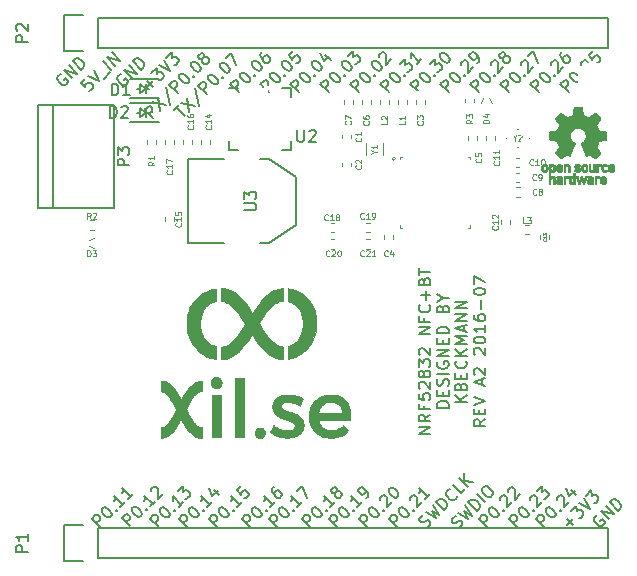
<source format=gto>
G04 #@! TF.FileFunction,Legend,Top*
%FSLAX46Y46*%
G04 Gerber Fmt 4.6, Leading zero omitted, Abs format (unit mm)*
G04 Created by KiCad (PCBNEW 4.0.2-stable) date Måndag 18 Juli 2016 14:34:59*
%MOMM*%
G01*
G04 APERTURE LIST*
%ADD10C,0.152400*%
%ADD11C,0.150000*%
%ADD12C,0.200000*%
%ADD13C,0.010000*%
%ADD14C,0.100000*%
%ADD15C,0.070000*%
%ADD16C,0.076200*%
%ADD17C,0.050800*%
%ADD18C,0.025000*%
%ADD19C,0.050000*%
%ADD20R,0.500000X0.500000*%
%ADD21R,0.500000X0.900000*%
%ADD22C,2.700000*%
%ADD23R,0.600000X0.800000*%
%ADD24R,0.590000X0.450000*%
%ADD25R,0.400000X0.400000*%
%ADD26R,1.350000X0.400000*%
%ADD27O,0.950000X1.250000*%
%ADD28O,1.550000X1.000000*%
%ADD29R,1.727200X2.032000*%
%ADD30O,1.727200X2.032000*%
%ADD31O,0.850000X0.300000*%
%ADD32O,0.300000X0.850000*%
%ADD33R,1.675000X1.675000*%
%ADD34R,0.800000X0.600000*%
%ADD35R,0.950000X0.850000*%
%ADD36R,1.500000X0.800000*%
%ADD37R,1.680000X1.680000*%
%ADD38R,0.840000X0.410000*%
%ADD39R,0.410000X0.840000*%
%ADD40R,2.032000X3.657600*%
%ADD41R,2.032000X1.016000*%
G04 APERTURE END LIST*
D10*
D11*
X57372881Y-61856072D02*
X56372881Y-61856072D01*
X57372881Y-61284643D01*
X56372881Y-61284643D01*
X57372881Y-60237024D02*
X56896690Y-60570358D01*
X57372881Y-60808453D02*
X56372881Y-60808453D01*
X56372881Y-60427500D01*
X56420500Y-60332262D01*
X56468119Y-60284643D01*
X56563357Y-60237024D01*
X56706214Y-60237024D01*
X56801452Y-60284643D01*
X56849071Y-60332262D01*
X56896690Y-60427500D01*
X56896690Y-60808453D01*
X56849071Y-59475119D02*
X56849071Y-59808453D01*
X57372881Y-59808453D02*
X56372881Y-59808453D01*
X56372881Y-59332262D01*
X56372881Y-58475119D02*
X56372881Y-58951310D01*
X56849071Y-58998929D01*
X56801452Y-58951310D01*
X56753833Y-58856072D01*
X56753833Y-58617976D01*
X56801452Y-58522738D01*
X56849071Y-58475119D01*
X56944310Y-58427500D01*
X57182405Y-58427500D01*
X57277643Y-58475119D01*
X57325262Y-58522738D01*
X57372881Y-58617976D01*
X57372881Y-58856072D01*
X57325262Y-58951310D01*
X57277643Y-58998929D01*
X56468119Y-58046548D02*
X56420500Y-57998929D01*
X56372881Y-57903691D01*
X56372881Y-57665595D01*
X56420500Y-57570357D01*
X56468119Y-57522738D01*
X56563357Y-57475119D01*
X56658595Y-57475119D01*
X56801452Y-57522738D01*
X57372881Y-58094167D01*
X57372881Y-57475119D01*
X56801452Y-56903691D02*
X56753833Y-56998929D01*
X56706214Y-57046548D01*
X56610976Y-57094167D01*
X56563357Y-57094167D01*
X56468119Y-57046548D01*
X56420500Y-56998929D01*
X56372881Y-56903691D01*
X56372881Y-56713214D01*
X56420500Y-56617976D01*
X56468119Y-56570357D01*
X56563357Y-56522738D01*
X56610976Y-56522738D01*
X56706214Y-56570357D01*
X56753833Y-56617976D01*
X56801452Y-56713214D01*
X56801452Y-56903691D01*
X56849071Y-56998929D01*
X56896690Y-57046548D01*
X56991929Y-57094167D01*
X57182405Y-57094167D01*
X57277643Y-57046548D01*
X57325262Y-56998929D01*
X57372881Y-56903691D01*
X57372881Y-56713214D01*
X57325262Y-56617976D01*
X57277643Y-56570357D01*
X57182405Y-56522738D01*
X56991929Y-56522738D01*
X56896690Y-56570357D01*
X56849071Y-56617976D01*
X56801452Y-56713214D01*
X56372881Y-56189405D02*
X56372881Y-55570357D01*
X56753833Y-55903691D01*
X56753833Y-55760833D01*
X56801452Y-55665595D01*
X56849071Y-55617976D01*
X56944310Y-55570357D01*
X57182405Y-55570357D01*
X57277643Y-55617976D01*
X57325262Y-55665595D01*
X57372881Y-55760833D01*
X57372881Y-56046548D01*
X57325262Y-56141786D01*
X57277643Y-56189405D01*
X56468119Y-55189405D02*
X56420500Y-55141786D01*
X56372881Y-55046548D01*
X56372881Y-54808452D01*
X56420500Y-54713214D01*
X56468119Y-54665595D01*
X56563357Y-54617976D01*
X56658595Y-54617976D01*
X56801452Y-54665595D01*
X57372881Y-55237024D01*
X57372881Y-54617976D01*
X57372881Y-53427500D02*
X56372881Y-53427500D01*
X57372881Y-52856071D01*
X56372881Y-52856071D01*
X56849071Y-52046547D02*
X56849071Y-52379881D01*
X57372881Y-52379881D02*
X56372881Y-52379881D01*
X56372881Y-51903690D01*
X57277643Y-50951309D02*
X57325262Y-50998928D01*
X57372881Y-51141785D01*
X57372881Y-51237023D01*
X57325262Y-51379881D01*
X57230024Y-51475119D01*
X57134786Y-51522738D01*
X56944310Y-51570357D01*
X56801452Y-51570357D01*
X56610976Y-51522738D01*
X56515738Y-51475119D01*
X56420500Y-51379881D01*
X56372881Y-51237023D01*
X56372881Y-51141785D01*
X56420500Y-50998928D01*
X56468119Y-50951309D01*
X56991929Y-50522738D02*
X56991929Y-49760833D01*
X57372881Y-50141785D02*
X56610976Y-50141785D01*
X56849071Y-48951309D02*
X56896690Y-48808452D01*
X56944310Y-48760833D01*
X57039548Y-48713214D01*
X57182405Y-48713214D01*
X57277643Y-48760833D01*
X57325262Y-48808452D01*
X57372881Y-48903690D01*
X57372881Y-49284643D01*
X56372881Y-49284643D01*
X56372881Y-48951309D01*
X56420500Y-48856071D01*
X56468119Y-48808452D01*
X56563357Y-48760833D01*
X56658595Y-48760833D01*
X56753833Y-48808452D01*
X56801452Y-48856071D01*
X56849071Y-48951309D01*
X56849071Y-49284643D01*
X56372881Y-48427500D02*
X56372881Y-47856071D01*
X57372881Y-48141786D02*
X56372881Y-48141786D01*
X58922881Y-59641786D02*
X57922881Y-59641786D01*
X57922881Y-59403691D01*
X57970500Y-59260833D01*
X58065738Y-59165595D01*
X58160976Y-59117976D01*
X58351452Y-59070357D01*
X58494310Y-59070357D01*
X58684786Y-59117976D01*
X58780024Y-59165595D01*
X58875262Y-59260833D01*
X58922881Y-59403691D01*
X58922881Y-59641786D01*
X58399071Y-58641786D02*
X58399071Y-58308452D01*
X58922881Y-58165595D02*
X58922881Y-58641786D01*
X57922881Y-58641786D01*
X57922881Y-58165595D01*
X58875262Y-57784643D02*
X58922881Y-57641786D01*
X58922881Y-57403690D01*
X58875262Y-57308452D01*
X58827643Y-57260833D01*
X58732405Y-57213214D01*
X58637167Y-57213214D01*
X58541929Y-57260833D01*
X58494310Y-57308452D01*
X58446690Y-57403690D01*
X58399071Y-57594167D01*
X58351452Y-57689405D01*
X58303833Y-57737024D01*
X58208595Y-57784643D01*
X58113357Y-57784643D01*
X58018119Y-57737024D01*
X57970500Y-57689405D01*
X57922881Y-57594167D01*
X57922881Y-57356071D01*
X57970500Y-57213214D01*
X58922881Y-56784643D02*
X57922881Y-56784643D01*
X57970500Y-55784643D02*
X57922881Y-55879881D01*
X57922881Y-56022738D01*
X57970500Y-56165596D01*
X58065738Y-56260834D01*
X58160976Y-56308453D01*
X58351452Y-56356072D01*
X58494310Y-56356072D01*
X58684786Y-56308453D01*
X58780024Y-56260834D01*
X58875262Y-56165596D01*
X58922881Y-56022738D01*
X58922881Y-55927500D01*
X58875262Y-55784643D01*
X58827643Y-55737024D01*
X58494310Y-55737024D01*
X58494310Y-55927500D01*
X58922881Y-55308453D02*
X57922881Y-55308453D01*
X58922881Y-54737024D01*
X57922881Y-54737024D01*
X58399071Y-54260834D02*
X58399071Y-53927500D01*
X58922881Y-53784643D02*
X58922881Y-54260834D01*
X57922881Y-54260834D01*
X57922881Y-53784643D01*
X58922881Y-53356072D02*
X57922881Y-53356072D01*
X57922881Y-53117977D01*
X57970500Y-52975119D01*
X58065738Y-52879881D01*
X58160976Y-52832262D01*
X58351452Y-52784643D01*
X58494310Y-52784643D01*
X58684786Y-52832262D01*
X58780024Y-52879881D01*
X58875262Y-52975119D01*
X58922881Y-53117977D01*
X58922881Y-53356072D01*
X58399071Y-51260833D02*
X58446690Y-51117976D01*
X58494310Y-51070357D01*
X58589548Y-51022738D01*
X58732405Y-51022738D01*
X58827643Y-51070357D01*
X58875262Y-51117976D01*
X58922881Y-51213214D01*
X58922881Y-51594167D01*
X57922881Y-51594167D01*
X57922881Y-51260833D01*
X57970500Y-51165595D01*
X58018119Y-51117976D01*
X58113357Y-51070357D01*
X58208595Y-51070357D01*
X58303833Y-51117976D01*
X58351452Y-51165595D01*
X58399071Y-51260833D01*
X58399071Y-51594167D01*
X58446690Y-50403691D02*
X58922881Y-50403691D01*
X57922881Y-50737024D02*
X58446690Y-50403691D01*
X57922881Y-50070357D01*
X60472881Y-59189405D02*
X59472881Y-59189405D01*
X60472881Y-58617976D02*
X59901452Y-59046548D01*
X59472881Y-58617976D02*
X60044310Y-59189405D01*
X59949071Y-57856071D02*
X59996690Y-57713214D01*
X60044310Y-57665595D01*
X60139548Y-57617976D01*
X60282405Y-57617976D01*
X60377643Y-57665595D01*
X60425262Y-57713214D01*
X60472881Y-57808452D01*
X60472881Y-58189405D01*
X59472881Y-58189405D01*
X59472881Y-57856071D01*
X59520500Y-57760833D01*
X59568119Y-57713214D01*
X59663357Y-57665595D01*
X59758595Y-57665595D01*
X59853833Y-57713214D01*
X59901452Y-57760833D01*
X59949071Y-57856071D01*
X59949071Y-58189405D01*
X59949071Y-57189405D02*
X59949071Y-56856071D01*
X60472881Y-56713214D02*
X60472881Y-57189405D01*
X59472881Y-57189405D01*
X59472881Y-56713214D01*
X60377643Y-55713214D02*
X60425262Y-55760833D01*
X60472881Y-55903690D01*
X60472881Y-55998928D01*
X60425262Y-56141786D01*
X60330024Y-56237024D01*
X60234786Y-56284643D01*
X60044310Y-56332262D01*
X59901452Y-56332262D01*
X59710976Y-56284643D01*
X59615738Y-56237024D01*
X59520500Y-56141786D01*
X59472881Y-55998928D01*
X59472881Y-55903690D01*
X59520500Y-55760833D01*
X59568119Y-55713214D01*
X60472881Y-55284643D02*
X59472881Y-55284643D01*
X60472881Y-54713214D02*
X59901452Y-55141786D01*
X59472881Y-54713214D02*
X60044310Y-55284643D01*
X60472881Y-54284643D02*
X59472881Y-54284643D01*
X60187167Y-53951309D01*
X59472881Y-53617976D01*
X60472881Y-53617976D01*
X60187167Y-53189405D02*
X60187167Y-52713214D01*
X60472881Y-53284643D02*
X59472881Y-52951310D01*
X60472881Y-52617976D01*
X60472881Y-52284643D02*
X59472881Y-52284643D01*
X60472881Y-51713214D01*
X59472881Y-51713214D01*
X60472881Y-51237024D02*
X59472881Y-51237024D01*
X60472881Y-50665595D01*
X59472881Y-50665595D01*
X62022881Y-60641786D02*
X61546690Y-60975120D01*
X62022881Y-61213215D02*
X61022881Y-61213215D01*
X61022881Y-60832262D01*
X61070500Y-60737024D01*
X61118119Y-60689405D01*
X61213357Y-60641786D01*
X61356214Y-60641786D01*
X61451452Y-60689405D01*
X61499071Y-60737024D01*
X61546690Y-60832262D01*
X61546690Y-61213215D01*
X61499071Y-60213215D02*
X61499071Y-59879881D01*
X62022881Y-59737024D02*
X62022881Y-60213215D01*
X61022881Y-60213215D01*
X61022881Y-59737024D01*
X61022881Y-59451310D02*
X62022881Y-59117977D01*
X61022881Y-58784643D01*
X61737167Y-57737024D02*
X61737167Y-57260833D01*
X62022881Y-57832262D02*
X61022881Y-57498929D01*
X62022881Y-57165595D01*
X61118119Y-56879881D02*
X61070500Y-56832262D01*
X61022881Y-56737024D01*
X61022881Y-56498928D01*
X61070500Y-56403690D01*
X61118119Y-56356071D01*
X61213357Y-56308452D01*
X61308595Y-56308452D01*
X61451452Y-56356071D01*
X62022881Y-56927500D01*
X62022881Y-56308452D01*
X61118119Y-55165595D02*
X61070500Y-55117976D01*
X61022881Y-55022738D01*
X61022881Y-54784642D01*
X61070500Y-54689404D01*
X61118119Y-54641785D01*
X61213357Y-54594166D01*
X61308595Y-54594166D01*
X61451452Y-54641785D01*
X62022881Y-55213214D01*
X62022881Y-54594166D01*
X61022881Y-53975119D02*
X61022881Y-53879880D01*
X61070500Y-53784642D01*
X61118119Y-53737023D01*
X61213357Y-53689404D01*
X61403833Y-53641785D01*
X61641929Y-53641785D01*
X61832405Y-53689404D01*
X61927643Y-53737023D01*
X61975262Y-53784642D01*
X62022881Y-53879880D01*
X62022881Y-53975119D01*
X61975262Y-54070357D01*
X61927643Y-54117976D01*
X61832405Y-54165595D01*
X61641929Y-54213214D01*
X61403833Y-54213214D01*
X61213357Y-54165595D01*
X61118119Y-54117976D01*
X61070500Y-54070357D01*
X61022881Y-53975119D01*
X62022881Y-52689404D02*
X62022881Y-53260833D01*
X62022881Y-52975119D02*
X61022881Y-52975119D01*
X61165738Y-53070357D01*
X61260976Y-53165595D01*
X61308595Y-53260833D01*
X61022881Y-51832261D02*
X61022881Y-52022738D01*
X61070500Y-52117976D01*
X61118119Y-52165595D01*
X61260976Y-52260833D01*
X61451452Y-52308452D01*
X61832405Y-52308452D01*
X61927643Y-52260833D01*
X61975262Y-52213214D01*
X62022881Y-52117976D01*
X62022881Y-51927499D01*
X61975262Y-51832261D01*
X61927643Y-51784642D01*
X61832405Y-51737023D01*
X61594310Y-51737023D01*
X61499071Y-51784642D01*
X61451452Y-51832261D01*
X61403833Y-51927499D01*
X61403833Y-52117976D01*
X61451452Y-52213214D01*
X61499071Y-52260833D01*
X61594310Y-52308452D01*
X61641929Y-51308452D02*
X61641929Y-50546547D01*
X61022881Y-49879881D02*
X61022881Y-49784642D01*
X61070500Y-49689404D01*
X61118119Y-49641785D01*
X61213357Y-49594166D01*
X61403833Y-49546547D01*
X61641929Y-49546547D01*
X61832405Y-49594166D01*
X61927643Y-49641785D01*
X61975262Y-49689404D01*
X62022881Y-49784642D01*
X62022881Y-49879881D01*
X61975262Y-49975119D01*
X61927643Y-50022738D01*
X61832405Y-50070357D01*
X61641929Y-50117976D01*
X61403833Y-50117976D01*
X61213357Y-50070357D01*
X61118119Y-50022738D01*
X61070500Y-49975119D01*
X61022881Y-49879881D01*
X61022881Y-49213214D02*
X61022881Y-48546547D01*
X62022881Y-48975119D01*
D12*
X69088116Y-32930667D02*
X68381009Y-32223561D01*
X68650384Y-31954186D01*
X68751399Y-31920514D01*
X68818742Y-31920514D01*
X68919757Y-31954186D01*
X69020773Y-32055201D01*
X69054444Y-32156216D01*
X69054444Y-32223560D01*
X69020773Y-32324575D01*
X68751398Y-32593949D01*
X69222803Y-31381767D02*
X69290147Y-31314423D01*
X69391162Y-31280751D01*
X69458506Y-31280751D01*
X69559521Y-31314423D01*
X69727879Y-31415438D01*
X69896239Y-31583797D01*
X69997254Y-31752156D01*
X70030926Y-31853171D01*
X70030926Y-31920514D01*
X69997254Y-32021530D01*
X69929910Y-32088874D01*
X69828895Y-32122545D01*
X69761551Y-32122545D01*
X69660536Y-32088874D01*
X69492177Y-31987858D01*
X69323818Y-31819499D01*
X69222803Y-31651141D01*
X69189131Y-31550125D01*
X69189131Y-31482782D01*
X69222803Y-31381767D01*
X70401314Y-31482782D02*
X70468658Y-31482782D01*
X70468658Y-31550125D01*
X70401314Y-31550125D01*
X70401314Y-31482782D01*
X70468658Y-31550125D01*
X70131940Y-30607317D02*
X70131940Y-30539973D01*
X70165612Y-30438958D01*
X70333971Y-30270599D01*
X70434986Y-30236927D01*
X70502330Y-30236927D01*
X70603345Y-30270599D01*
X70670688Y-30337942D01*
X70738032Y-30472629D01*
X70738032Y-31280752D01*
X71175765Y-30843019D01*
X71108421Y-29496149D02*
X70771703Y-29832866D01*
X71074749Y-30203255D01*
X71074749Y-30135912D01*
X71108421Y-30034897D01*
X71276780Y-29866537D01*
X71377795Y-29832866D01*
X71445138Y-29832866D01*
X71546154Y-29866538D01*
X71714513Y-30034897D01*
X71748185Y-30135912D01*
X71748185Y-30203255D01*
X71714513Y-30304270D01*
X71546154Y-30472630D01*
X71445138Y-30506302D01*
X71377795Y-30506302D01*
X66548116Y-32930667D02*
X65841009Y-32223561D01*
X66110384Y-31954186D01*
X66211399Y-31920514D01*
X66278742Y-31920514D01*
X66379757Y-31954186D01*
X66480773Y-32055201D01*
X66514444Y-32156216D01*
X66514444Y-32223560D01*
X66480773Y-32324575D01*
X66211398Y-32593949D01*
X66682803Y-31381767D02*
X66750147Y-31314423D01*
X66851162Y-31280751D01*
X66918506Y-31280751D01*
X67019521Y-31314423D01*
X67187879Y-31415438D01*
X67356239Y-31583797D01*
X67457254Y-31752156D01*
X67490926Y-31853171D01*
X67490926Y-31920514D01*
X67457254Y-32021530D01*
X67389910Y-32088874D01*
X67288895Y-32122545D01*
X67221551Y-32122545D01*
X67120536Y-32088874D01*
X66952177Y-31987858D01*
X66783818Y-31819499D01*
X66682803Y-31651141D01*
X66649131Y-31550125D01*
X66649131Y-31482782D01*
X66682803Y-31381767D01*
X67861314Y-31482782D02*
X67928658Y-31482782D01*
X67928658Y-31550125D01*
X67861314Y-31550125D01*
X67861314Y-31482782D01*
X67928658Y-31550125D01*
X67591940Y-30607317D02*
X67591940Y-30539973D01*
X67625612Y-30438958D01*
X67793971Y-30270599D01*
X67894986Y-30236927D01*
X67962330Y-30236927D01*
X68063345Y-30270599D01*
X68130688Y-30337942D01*
X68198032Y-30472629D01*
X68198032Y-31280752D01*
X68635765Y-30843019D01*
X68534750Y-29529820D02*
X68400062Y-29664508D01*
X68366390Y-29765523D01*
X68366390Y-29832866D01*
X68400062Y-30001225D01*
X68501077Y-30169584D01*
X68770452Y-30438958D01*
X68871467Y-30472630D01*
X68938810Y-30472630D01*
X69039825Y-30438958D01*
X69174513Y-30304270D01*
X69208185Y-30203255D01*
X69208185Y-30135912D01*
X69174513Y-30034897D01*
X69006154Y-29866538D01*
X68905138Y-29832866D01*
X68837795Y-29832866D01*
X68736780Y-29866537D01*
X68602092Y-30001225D01*
X68568421Y-30102240D01*
X68568421Y-30169584D01*
X68602093Y-30270599D01*
X64008116Y-32930667D02*
X63301009Y-32223561D01*
X63570384Y-31954186D01*
X63671399Y-31920514D01*
X63738742Y-31920514D01*
X63839757Y-31954186D01*
X63940773Y-32055201D01*
X63974444Y-32156216D01*
X63974444Y-32223560D01*
X63940773Y-32324575D01*
X63671398Y-32593949D01*
X64142803Y-31381767D02*
X64210147Y-31314423D01*
X64311162Y-31280751D01*
X64378506Y-31280751D01*
X64479521Y-31314423D01*
X64647879Y-31415438D01*
X64816239Y-31583797D01*
X64917254Y-31752156D01*
X64950926Y-31853171D01*
X64950926Y-31920514D01*
X64917254Y-32021530D01*
X64849910Y-32088874D01*
X64748895Y-32122545D01*
X64681551Y-32122545D01*
X64580536Y-32088874D01*
X64412177Y-31987858D01*
X64243818Y-31819499D01*
X64142803Y-31651141D01*
X64109131Y-31550125D01*
X64109131Y-31482782D01*
X64142803Y-31381767D01*
X65321314Y-31482782D02*
X65388658Y-31482782D01*
X65388658Y-31550125D01*
X65321314Y-31550125D01*
X65321314Y-31482782D01*
X65388658Y-31550125D01*
X65051940Y-30607317D02*
X65051940Y-30539973D01*
X65085612Y-30438958D01*
X65253971Y-30270599D01*
X65354986Y-30236927D01*
X65422330Y-30236927D01*
X65523345Y-30270599D01*
X65590688Y-30337942D01*
X65658032Y-30472629D01*
X65658032Y-31280752D01*
X66095765Y-30843019D01*
X65624360Y-29900210D02*
X66095765Y-29428805D01*
X66499825Y-30438958D01*
X61468116Y-32930667D02*
X60761009Y-32223561D01*
X61030384Y-31954186D01*
X61131399Y-31920514D01*
X61198742Y-31920514D01*
X61299757Y-31954186D01*
X61400773Y-32055201D01*
X61434444Y-32156216D01*
X61434444Y-32223560D01*
X61400773Y-32324575D01*
X61131398Y-32593949D01*
X61602803Y-31381767D02*
X61670147Y-31314423D01*
X61771162Y-31280751D01*
X61838506Y-31280751D01*
X61939521Y-31314423D01*
X62107879Y-31415438D01*
X62276239Y-31583797D01*
X62377254Y-31752156D01*
X62410926Y-31853171D01*
X62410926Y-31920514D01*
X62377254Y-32021530D01*
X62309910Y-32088874D01*
X62208895Y-32122545D01*
X62141551Y-32122545D01*
X62040536Y-32088874D01*
X61872177Y-31987858D01*
X61703818Y-31819499D01*
X61602803Y-31651141D01*
X61569131Y-31550125D01*
X61569131Y-31482782D01*
X61602803Y-31381767D01*
X62781314Y-31482782D02*
X62848658Y-31482782D01*
X62848658Y-31550125D01*
X62781314Y-31550125D01*
X62781314Y-31482782D01*
X62848658Y-31550125D01*
X62511940Y-30607317D02*
X62511940Y-30539973D01*
X62545612Y-30438958D01*
X62713971Y-30270599D01*
X62814986Y-30236927D01*
X62882330Y-30236927D01*
X62983345Y-30270599D01*
X63050688Y-30337942D01*
X63118032Y-30472629D01*
X63118032Y-31280752D01*
X63555765Y-30843019D01*
X63555764Y-30034897D02*
X63454749Y-30068568D01*
X63387405Y-30068568D01*
X63286390Y-30034897D01*
X63252718Y-30001225D01*
X63219047Y-29900210D01*
X63219047Y-29832866D01*
X63252718Y-29731851D01*
X63387406Y-29597164D01*
X63488421Y-29563492D01*
X63555765Y-29563492D01*
X63656780Y-29597164D01*
X63690452Y-29630835D01*
X63724123Y-29731851D01*
X63724123Y-29799194D01*
X63690452Y-29900209D01*
X63555764Y-30034897D01*
X63522092Y-30135912D01*
X63522092Y-30203255D01*
X63555765Y-30304271D01*
X63690452Y-30438958D01*
X63791467Y-30472630D01*
X63858810Y-30472630D01*
X63959825Y-30438958D01*
X64094513Y-30304270D01*
X64128185Y-30203255D01*
X64128185Y-30135912D01*
X64094513Y-30034897D01*
X63959826Y-29900210D01*
X63858810Y-29866537D01*
X63791467Y-29866537D01*
X63690452Y-29900209D01*
X58928116Y-32930667D02*
X58221009Y-32223561D01*
X58490384Y-31954186D01*
X58591399Y-31920514D01*
X58658742Y-31920514D01*
X58759757Y-31954186D01*
X58860773Y-32055201D01*
X58894444Y-32156216D01*
X58894444Y-32223560D01*
X58860773Y-32324575D01*
X58591398Y-32593949D01*
X59062803Y-31381767D02*
X59130147Y-31314423D01*
X59231162Y-31280751D01*
X59298506Y-31280751D01*
X59399521Y-31314423D01*
X59567879Y-31415438D01*
X59736239Y-31583797D01*
X59837254Y-31752156D01*
X59870926Y-31853171D01*
X59870926Y-31920514D01*
X59837254Y-32021530D01*
X59769910Y-32088874D01*
X59668895Y-32122545D01*
X59601551Y-32122545D01*
X59500536Y-32088874D01*
X59332177Y-31987858D01*
X59163818Y-31819499D01*
X59062803Y-31651141D01*
X59029131Y-31550125D01*
X59029131Y-31482782D01*
X59062803Y-31381767D01*
X60241314Y-31482782D02*
X60308658Y-31482782D01*
X60308658Y-31550125D01*
X60241314Y-31550125D01*
X60241314Y-31482782D01*
X60308658Y-31550125D01*
X59971940Y-30607317D02*
X59971940Y-30539973D01*
X60005612Y-30438958D01*
X60173971Y-30270599D01*
X60274986Y-30236927D01*
X60342330Y-30236927D01*
X60443345Y-30270599D01*
X60510688Y-30337942D01*
X60578032Y-30472629D01*
X60578032Y-31280752D01*
X61015765Y-30843019D01*
X61352482Y-30506302D02*
X61487169Y-30371615D01*
X61520841Y-30270599D01*
X61520841Y-30203255D01*
X61487169Y-30034897D01*
X61386154Y-29866538D01*
X61116780Y-29597164D01*
X61015765Y-29563492D01*
X60948421Y-29563492D01*
X60847406Y-29597164D01*
X60712718Y-29731851D01*
X60679047Y-29832866D01*
X60679047Y-29900210D01*
X60712718Y-30001225D01*
X60881077Y-30169584D01*
X60982092Y-30203255D01*
X61049436Y-30203256D01*
X61150452Y-30169584D01*
X61285139Y-30034897D01*
X61318811Y-29933882D01*
X61318810Y-29866537D01*
X61285138Y-29765522D01*
X56388116Y-32930667D02*
X55681009Y-32223561D01*
X55950384Y-31954186D01*
X56051399Y-31920514D01*
X56118742Y-31920514D01*
X56219757Y-31954186D01*
X56320773Y-32055201D01*
X56354444Y-32156216D01*
X56354444Y-32223560D01*
X56320773Y-32324575D01*
X56051398Y-32593949D01*
X56522803Y-31381767D02*
X56590147Y-31314423D01*
X56691162Y-31280751D01*
X56758506Y-31280751D01*
X56859521Y-31314423D01*
X57027879Y-31415438D01*
X57196239Y-31583797D01*
X57297254Y-31752156D01*
X57330926Y-31853171D01*
X57330926Y-31920514D01*
X57297254Y-32021530D01*
X57229910Y-32088874D01*
X57128895Y-32122545D01*
X57061551Y-32122545D01*
X56960536Y-32088874D01*
X56792177Y-31987858D01*
X56623818Y-31819499D01*
X56522803Y-31651141D01*
X56489131Y-31550125D01*
X56489131Y-31482782D01*
X56522803Y-31381767D01*
X57701314Y-31482782D02*
X57768658Y-31482782D01*
X57768658Y-31550125D01*
X57701314Y-31550125D01*
X57701314Y-31482782D01*
X57768658Y-31550125D01*
X57330925Y-30573645D02*
X57768658Y-30135912D01*
X57802329Y-30640988D01*
X57903345Y-30539973D01*
X58004360Y-30506301D01*
X58071703Y-30506301D01*
X58172719Y-30539973D01*
X58341078Y-30708332D01*
X58374750Y-30809347D01*
X58374750Y-30876690D01*
X58341078Y-30977706D01*
X58139047Y-31179737D01*
X58038032Y-31213408D01*
X57970688Y-31213408D01*
X58206390Y-29698180D02*
X58273734Y-29630835D01*
X58374750Y-29597164D01*
X58442093Y-29597164D01*
X58543108Y-29630835D01*
X58711467Y-29731851D01*
X58879826Y-29900210D01*
X58980841Y-30068568D01*
X59014513Y-30169584D01*
X59014513Y-30236927D01*
X58980841Y-30337942D01*
X58913497Y-30405286D01*
X58812482Y-30438958D01*
X58745138Y-30438958D01*
X58644123Y-30405286D01*
X58475765Y-30304271D01*
X58307405Y-30135912D01*
X58206390Y-29967553D01*
X58172718Y-29866538D01*
X58172718Y-29799195D01*
X58206390Y-29698180D01*
X53848116Y-32930667D02*
X53141009Y-32223561D01*
X53410384Y-31954186D01*
X53511399Y-31920514D01*
X53578742Y-31920514D01*
X53679757Y-31954186D01*
X53780773Y-32055201D01*
X53814444Y-32156216D01*
X53814444Y-32223560D01*
X53780773Y-32324575D01*
X53511398Y-32593949D01*
X53982803Y-31381767D02*
X54050147Y-31314423D01*
X54151162Y-31280751D01*
X54218506Y-31280751D01*
X54319521Y-31314423D01*
X54487879Y-31415438D01*
X54656239Y-31583797D01*
X54757254Y-31752156D01*
X54790926Y-31853171D01*
X54790926Y-31920514D01*
X54757254Y-32021530D01*
X54689910Y-32088874D01*
X54588895Y-32122545D01*
X54521551Y-32122545D01*
X54420536Y-32088874D01*
X54252177Y-31987858D01*
X54083818Y-31819499D01*
X53982803Y-31651141D01*
X53949131Y-31550125D01*
X53949131Y-31482782D01*
X53982803Y-31381767D01*
X55161314Y-31482782D02*
X55228658Y-31482782D01*
X55228658Y-31550125D01*
X55161314Y-31550125D01*
X55161314Y-31482782D01*
X55228658Y-31550125D01*
X54790925Y-30573645D02*
X55228658Y-30135912D01*
X55262329Y-30640988D01*
X55363345Y-30539973D01*
X55464360Y-30506301D01*
X55531703Y-30506301D01*
X55632719Y-30539973D01*
X55801078Y-30708332D01*
X55834750Y-30809347D01*
X55834750Y-30876690D01*
X55801078Y-30977706D01*
X55599047Y-31179737D01*
X55498032Y-31213408D01*
X55430688Y-31213408D01*
X56609200Y-30169584D02*
X56205138Y-30573645D01*
X56407169Y-30371615D02*
X55700062Y-29664508D01*
X55733734Y-29832866D01*
X55733734Y-29967553D01*
X55700062Y-30068568D01*
X51308116Y-32930667D02*
X50601009Y-32223561D01*
X50870384Y-31954186D01*
X50971399Y-31920514D01*
X51038742Y-31920514D01*
X51139757Y-31954186D01*
X51240773Y-32055201D01*
X51274444Y-32156216D01*
X51274444Y-32223560D01*
X51240773Y-32324575D01*
X50971398Y-32593949D01*
X51442803Y-31381767D02*
X51510147Y-31314423D01*
X51611162Y-31280751D01*
X51678506Y-31280751D01*
X51779521Y-31314423D01*
X51947879Y-31415438D01*
X52116239Y-31583797D01*
X52217254Y-31752156D01*
X52250926Y-31853171D01*
X52250926Y-31920514D01*
X52217254Y-32021530D01*
X52149910Y-32088874D01*
X52048895Y-32122545D01*
X51981551Y-32122545D01*
X51880536Y-32088874D01*
X51712177Y-31987858D01*
X51543818Y-31819499D01*
X51442803Y-31651141D01*
X51409131Y-31550125D01*
X51409131Y-31482782D01*
X51442803Y-31381767D01*
X52621314Y-31482782D02*
X52688658Y-31482782D01*
X52688658Y-31550125D01*
X52621314Y-31550125D01*
X52621314Y-31482782D01*
X52688658Y-31550125D01*
X52452955Y-30371615D02*
X52520299Y-30304270D01*
X52621314Y-30270599D01*
X52688658Y-30270599D01*
X52789673Y-30304270D01*
X52958032Y-30405286D01*
X53126391Y-30573645D01*
X53227406Y-30742004D01*
X53261078Y-30843019D01*
X53261078Y-30910362D01*
X53227406Y-31011377D01*
X53160062Y-31078721D01*
X53059047Y-31112393D01*
X52991703Y-31112393D01*
X52890688Y-31078721D01*
X52722330Y-30977706D01*
X52553970Y-30809347D01*
X52452955Y-30640988D01*
X52419283Y-30539973D01*
X52419283Y-30472630D01*
X52452955Y-30371615D01*
X53025375Y-29933882D02*
X53025375Y-29866538D01*
X53059047Y-29765523D01*
X53227406Y-29597164D01*
X53328421Y-29563492D01*
X53395765Y-29563492D01*
X53496780Y-29597164D01*
X53564123Y-29664507D01*
X53631467Y-29799194D01*
X53631467Y-30607317D01*
X54069200Y-30169584D01*
X35680513Y-34444057D02*
X36084574Y-34039996D01*
X36589650Y-34949133D02*
X35882543Y-34242027D01*
X36252933Y-33871637D02*
X37431444Y-34107339D01*
X36724338Y-33400232D02*
X36960040Y-34578744D01*
X37465116Y-32592110D02*
X37768162Y-34107339D01*
X38441597Y-33097187D02*
X37734490Y-32390080D01*
X38003864Y-32120706D01*
X38104879Y-32087034D01*
X38172223Y-32087034D01*
X38273238Y-32120706D01*
X38374253Y-32221721D01*
X38407925Y-32322736D01*
X38407925Y-32390079D01*
X38374253Y-32491094D01*
X38104879Y-32760469D01*
X38576283Y-31548286D02*
X38643628Y-31480942D01*
X38744643Y-31447270D01*
X38811986Y-31447270D01*
X38913001Y-31480942D01*
X39081360Y-31581957D01*
X39249719Y-31750317D01*
X39350734Y-31918675D01*
X39384406Y-32019690D01*
X39384406Y-32087034D01*
X39350734Y-32188049D01*
X39283390Y-32255393D01*
X39182375Y-32289065D01*
X39115032Y-32289065D01*
X39014016Y-32255393D01*
X38845658Y-32154378D01*
X38677299Y-31986019D01*
X38576283Y-31817660D01*
X38542612Y-31716645D01*
X38542612Y-31649302D01*
X38576283Y-31548286D01*
X39754795Y-31649302D02*
X39822138Y-31649302D01*
X39822138Y-31716645D01*
X39754795Y-31716645D01*
X39754795Y-31649302D01*
X39822138Y-31716645D01*
X39586436Y-30538134D02*
X39653780Y-30470790D01*
X39754795Y-30437118D01*
X39822138Y-30437118D01*
X39923154Y-30470790D01*
X40091512Y-30571805D01*
X40259871Y-30740164D01*
X40360887Y-30908523D01*
X40394558Y-31009538D01*
X40394558Y-31076882D01*
X40360887Y-31177897D01*
X40293542Y-31245241D01*
X40192527Y-31278913D01*
X40125184Y-31278913D01*
X40024169Y-31245241D01*
X39855810Y-31144226D01*
X39687451Y-30975866D01*
X39586436Y-30807508D01*
X39552764Y-30706493D01*
X39552764Y-30639149D01*
X39586436Y-30538134D01*
X40057840Y-30066729D02*
X40529245Y-29595325D01*
X40933306Y-30605478D01*
X34268517Y-34730266D02*
X33696097Y-34629251D01*
X33864456Y-35134327D02*
X33157349Y-34427221D01*
X33426724Y-34157846D01*
X33527739Y-34124175D01*
X33595082Y-34124175D01*
X33696097Y-34157846D01*
X33797112Y-34258861D01*
X33830784Y-34359877D01*
X33830784Y-34427220D01*
X33797112Y-34528235D01*
X33527738Y-34797610D01*
X33797112Y-33787457D02*
X34975624Y-34023159D01*
X34268517Y-33316053D02*
X34504219Y-34494564D01*
X35009296Y-32507931D02*
X35312341Y-34023159D01*
X35985776Y-33013007D02*
X35278669Y-32305900D01*
X35548044Y-32036526D01*
X35649059Y-32002854D01*
X35716402Y-32002854D01*
X35817418Y-32036526D01*
X35918433Y-32137541D01*
X35952104Y-32238556D01*
X35952104Y-32305900D01*
X35918433Y-32406915D01*
X35649058Y-32676289D01*
X36120463Y-31464107D02*
X36187807Y-31396763D01*
X36288822Y-31363091D01*
X36356166Y-31363091D01*
X36457181Y-31396763D01*
X36625540Y-31497778D01*
X36793899Y-31666137D01*
X36894914Y-31834496D01*
X36928586Y-31935511D01*
X36928586Y-32002854D01*
X36894914Y-32103869D01*
X36827570Y-32171213D01*
X36726555Y-32204885D01*
X36659211Y-32204885D01*
X36558196Y-32171213D01*
X36389838Y-32070198D01*
X36221478Y-31901839D01*
X36120463Y-31733480D01*
X36086791Y-31632465D01*
X36086791Y-31565122D01*
X36120463Y-31464107D01*
X37298975Y-31565122D02*
X37366318Y-31565122D01*
X37366318Y-31632465D01*
X37298975Y-31632465D01*
X37298975Y-31565122D01*
X37366318Y-31632465D01*
X37130615Y-30453954D02*
X37197959Y-30386610D01*
X37298975Y-30352939D01*
X37366318Y-30352939D01*
X37467333Y-30386610D01*
X37635692Y-30487625D01*
X37804051Y-30655985D01*
X37905066Y-30824343D01*
X37938738Y-30925359D01*
X37938738Y-30992702D01*
X37905066Y-31093717D01*
X37837722Y-31161061D01*
X37736707Y-31194733D01*
X37669364Y-31194733D01*
X37568348Y-31161061D01*
X37399990Y-31060046D01*
X37231630Y-30891687D01*
X37130615Y-30723328D01*
X37096944Y-30622313D01*
X37096944Y-30554970D01*
X37130615Y-30453954D01*
X38073424Y-30117237D02*
X37972409Y-30150908D01*
X37905066Y-30150908D01*
X37804050Y-30117237D01*
X37770379Y-30083565D01*
X37736707Y-29982550D01*
X37736707Y-29915206D01*
X37770379Y-29814191D01*
X37905066Y-29679504D01*
X38006081Y-29645832D01*
X38073425Y-29645832D01*
X38174440Y-29679504D01*
X38208112Y-29713175D01*
X38241783Y-29814190D01*
X38241783Y-29881534D01*
X38208112Y-29982549D01*
X38073424Y-30117237D01*
X38039752Y-30218252D01*
X38039752Y-30285595D01*
X38073425Y-30386611D01*
X38208112Y-30521298D01*
X38309127Y-30554970D01*
X38376470Y-30554970D01*
X38477485Y-30521298D01*
X38612173Y-30386610D01*
X38645845Y-30285595D01*
X38645845Y-30218252D01*
X38612173Y-30117237D01*
X38477486Y-29982550D01*
X38376470Y-29948877D01*
X38309127Y-29948877D01*
X38208112Y-29982549D01*
X33376593Y-32543443D02*
X33915341Y-32004695D01*
X33915341Y-32543442D02*
X33376593Y-32004694D01*
X33746982Y-31297588D02*
X34184715Y-30859855D01*
X34218386Y-31364931D01*
X34319402Y-31263916D01*
X34420417Y-31230244D01*
X34487760Y-31230244D01*
X34588776Y-31263916D01*
X34757135Y-31432275D01*
X34790807Y-31533290D01*
X34790807Y-31600633D01*
X34757135Y-31701649D01*
X34555104Y-31903680D01*
X34454089Y-31937351D01*
X34386745Y-31937351D01*
X34386745Y-30657825D02*
X35329554Y-31129229D01*
X34858150Y-30186420D01*
X35026509Y-30018061D02*
X35464242Y-29580328D01*
X35497913Y-30085405D01*
X35598928Y-29984389D01*
X35699944Y-29950717D01*
X35767287Y-29950717D01*
X35868303Y-29984390D01*
X36036661Y-30152748D01*
X36070333Y-30253763D01*
X36070333Y-30321107D01*
X36036661Y-30422122D01*
X35834630Y-30624153D01*
X35733615Y-30657825D01*
X35666272Y-30657825D01*
X31139639Y-31432274D02*
X31038624Y-31465946D01*
X30937609Y-31566961D01*
X30870265Y-31701649D01*
X30870265Y-31836335D01*
X30903936Y-31937351D01*
X31004952Y-32105709D01*
X31105967Y-32206725D01*
X31274326Y-32307740D01*
X31375341Y-32341412D01*
X31510028Y-32341412D01*
X31644716Y-32274068D01*
X31712059Y-32206724D01*
X31779402Y-32072037D01*
X31779402Y-32004694D01*
X31543700Y-31768992D01*
X31409014Y-31903679D01*
X32149791Y-31768992D02*
X31442685Y-31061885D01*
X32553853Y-31364931D01*
X31846746Y-30657824D01*
X32890570Y-31028213D02*
X32183463Y-30321107D01*
X32351822Y-30152748D01*
X32486509Y-30085404D01*
X32621196Y-30085404D01*
X32722211Y-30119076D01*
X32890570Y-30220091D01*
X32991586Y-30321107D01*
X33092601Y-30489465D01*
X33126273Y-30590480D01*
X33126273Y-30725167D01*
X33058928Y-30859855D01*
X32890570Y-31028213D01*
X41148116Y-32930667D02*
X40441009Y-32223561D01*
X40710384Y-31954186D01*
X40811399Y-31920514D01*
X40878742Y-31920514D01*
X40979757Y-31954186D01*
X41080773Y-32055201D01*
X41114444Y-32156216D01*
X41114444Y-32223560D01*
X41080773Y-32324575D01*
X40811398Y-32593949D01*
X41282803Y-31381767D02*
X41350147Y-31314423D01*
X41451162Y-31280751D01*
X41518506Y-31280751D01*
X41619521Y-31314423D01*
X41787879Y-31415438D01*
X41956239Y-31583797D01*
X42057254Y-31752156D01*
X42090926Y-31853171D01*
X42090926Y-31920514D01*
X42057254Y-32021530D01*
X41989910Y-32088874D01*
X41888895Y-32122545D01*
X41821551Y-32122545D01*
X41720536Y-32088874D01*
X41552177Y-31987858D01*
X41383818Y-31819499D01*
X41282803Y-31651141D01*
X41249131Y-31550125D01*
X41249131Y-31482782D01*
X41282803Y-31381767D01*
X42461314Y-31482782D02*
X42528658Y-31482782D01*
X42528658Y-31550125D01*
X42461314Y-31550125D01*
X42461314Y-31482782D01*
X42528658Y-31550125D01*
X42292955Y-30371615D02*
X42360299Y-30304270D01*
X42461314Y-30270599D01*
X42528658Y-30270599D01*
X42629673Y-30304270D01*
X42798032Y-30405286D01*
X42966391Y-30573645D01*
X43067406Y-30742004D01*
X43101078Y-30843019D01*
X43101078Y-30910362D01*
X43067406Y-31011377D01*
X43000062Y-31078721D01*
X42899047Y-31112393D01*
X42831703Y-31112393D01*
X42730688Y-31078721D01*
X42562330Y-30977706D01*
X42393970Y-30809347D01*
X42292955Y-30640988D01*
X42259283Y-30539973D01*
X42259283Y-30472630D01*
X42292955Y-30371615D01*
X43134750Y-29529820D02*
X43000062Y-29664508D01*
X42966390Y-29765523D01*
X42966390Y-29832866D01*
X43000062Y-30001225D01*
X43101077Y-30169584D01*
X43370452Y-30438958D01*
X43471467Y-30472630D01*
X43538810Y-30472630D01*
X43639825Y-30438958D01*
X43774513Y-30304270D01*
X43808185Y-30203255D01*
X43808185Y-30135912D01*
X43774513Y-30034897D01*
X43606154Y-29866538D01*
X43505138Y-29832866D01*
X43437795Y-29832866D01*
X43336780Y-29866537D01*
X43202092Y-30001225D01*
X43168421Y-30102240D01*
X43168421Y-30169584D01*
X43202093Y-30270599D01*
X48768116Y-32930667D02*
X48061009Y-32223561D01*
X48330384Y-31954186D01*
X48431399Y-31920514D01*
X48498742Y-31920514D01*
X48599757Y-31954186D01*
X48700773Y-32055201D01*
X48734444Y-32156216D01*
X48734444Y-32223560D01*
X48700773Y-32324575D01*
X48431398Y-32593949D01*
X48902803Y-31381767D02*
X48970147Y-31314423D01*
X49071162Y-31280751D01*
X49138506Y-31280751D01*
X49239521Y-31314423D01*
X49407879Y-31415438D01*
X49576239Y-31583797D01*
X49677254Y-31752156D01*
X49710926Y-31853171D01*
X49710926Y-31920514D01*
X49677254Y-32021530D01*
X49609910Y-32088874D01*
X49508895Y-32122545D01*
X49441551Y-32122545D01*
X49340536Y-32088874D01*
X49172177Y-31987858D01*
X49003818Y-31819499D01*
X48902803Y-31651141D01*
X48869131Y-31550125D01*
X48869131Y-31482782D01*
X48902803Y-31381767D01*
X50081314Y-31482782D02*
X50148658Y-31482782D01*
X50148658Y-31550125D01*
X50081314Y-31550125D01*
X50081314Y-31482782D01*
X50148658Y-31550125D01*
X49912955Y-30371615D02*
X49980299Y-30304270D01*
X50081314Y-30270599D01*
X50148658Y-30270599D01*
X50249673Y-30304270D01*
X50418032Y-30405286D01*
X50586391Y-30573645D01*
X50687406Y-30742004D01*
X50721078Y-30843019D01*
X50721078Y-30910362D01*
X50687406Y-31011377D01*
X50620062Y-31078721D01*
X50519047Y-31112393D01*
X50451703Y-31112393D01*
X50350688Y-31078721D01*
X50182330Y-30977706D01*
X50013970Y-30809347D01*
X49912955Y-30640988D01*
X49879283Y-30539973D01*
X49879283Y-30472630D01*
X49912955Y-30371615D01*
X50384360Y-29900210D02*
X50822093Y-29462477D01*
X50855764Y-29967553D01*
X50956780Y-29866537D01*
X51057795Y-29832866D01*
X51125138Y-29832866D01*
X51226154Y-29866538D01*
X51394513Y-30034897D01*
X51428185Y-30135912D01*
X51428185Y-30203255D01*
X51394513Y-30304270D01*
X51192482Y-30506302D01*
X51091467Y-30539973D01*
X51024123Y-30539973D01*
X46228116Y-32930667D02*
X45521009Y-32223561D01*
X45790384Y-31954186D01*
X45891399Y-31920514D01*
X45958742Y-31920514D01*
X46059757Y-31954186D01*
X46160773Y-32055201D01*
X46194444Y-32156216D01*
X46194444Y-32223560D01*
X46160773Y-32324575D01*
X45891398Y-32593949D01*
X46362803Y-31381767D02*
X46430147Y-31314423D01*
X46531162Y-31280751D01*
X46598506Y-31280751D01*
X46699521Y-31314423D01*
X46867879Y-31415438D01*
X47036239Y-31583797D01*
X47137254Y-31752156D01*
X47170926Y-31853171D01*
X47170926Y-31920514D01*
X47137254Y-32021530D01*
X47069910Y-32088874D01*
X46968895Y-32122545D01*
X46901551Y-32122545D01*
X46800536Y-32088874D01*
X46632177Y-31987858D01*
X46463818Y-31819499D01*
X46362803Y-31651141D01*
X46329131Y-31550125D01*
X46329131Y-31482782D01*
X46362803Y-31381767D01*
X47541314Y-31482782D02*
X47608658Y-31482782D01*
X47608658Y-31550125D01*
X47541314Y-31550125D01*
X47541314Y-31482782D01*
X47608658Y-31550125D01*
X47372955Y-30371615D02*
X47440299Y-30304270D01*
X47541314Y-30270599D01*
X47608658Y-30270599D01*
X47709673Y-30304270D01*
X47878032Y-30405286D01*
X48046391Y-30573645D01*
X48147406Y-30742004D01*
X48181078Y-30843019D01*
X48181078Y-30910362D01*
X48147406Y-31011377D01*
X48080062Y-31078721D01*
X47979047Y-31112393D01*
X47911703Y-31112393D01*
X47810688Y-31078721D01*
X47642330Y-30977706D01*
X47473970Y-30809347D01*
X47372955Y-30640988D01*
X47339283Y-30539973D01*
X47339283Y-30472630D01*
X47372955Y-30371615D01*
X48450452Y-29765522D02*
X48921856Y-30236927D01*
X48012718Y-29664508D02*
X48349436Y-30337943D01*
X48787169Y-29900210D01*
X43688116Y-32930667D02*
X42981009Y-32223561D01*
X43250384Y-31954186D01*
X43351399Y-31920514D01*
X43418742Y-31920514D01*
X43519757Y-31954186D01*
X43620773Y-32055201D01*
X43654444Y-32156216D01*
X43654444Y-32223560D01*
X43620773Y-32324575D01*
X43351398Y-32593949D01*
X43822803Y-31381767D02*
X43890147Y-31314423D01*
X43991162Y-31280751D01*
X44058506Y-31280751D01*
X44159521Y-31314423D01*
X44327879Y-31415438D01*
X44496239Y-31583797D01*
X44597254Y-31752156D01*
X44630926Y-31853171D01*
X44630926Y-31920514D01*
X44597254Y-32021530D01*
X44529910Y-32088874D01*
X44428895Y-32122545D01*
X44361551Y-32122545D01*
X44260536Y-32088874D01*
X44092177Y-31987858D01*
X43923818Y-31819499D01*
X43822803Y-31651141D01*
X43789131Y-31550125D01*
X43789131Y-31482782D01*
X43822803Y-31381767D01*
X45001314Y-31482782D02*
X45068658Y-31482782D01*
X45068658Y-31550125D01*
X45001314Y-31550125D01*
X45001314Y-31482782D01*
X45068658Y-31550125D01*
X44832955Y-30371615D02*
X44900299Y-30304270D01*
X45001314Y-30270599D01*
X45068658Y-30270599D01*
X45169673Y-30304270D01*
X45338032Y-30405286D01*
X45506391Y-30573645D01*
X45607406Y-30742004D01*
X45641078Y-30843019D01*
X45641078Y-30910362D01*
X45607406Y-31011377D01*
X45540062Y-31078721D01*
X45439047Y-31112393D01*
X45371703Y-31112393D01*
X45270688Y-31078721D01*
X45102330Y-30977706D01*
X44933970Y-30809347D01*
X44832955Y-30640988D01*
X44799283Y-30539973D01*
X44799283Y-30472630D01*
X44832955Y-30371615D01*
X45708421Y-29496149D02*
X45371703Y-29832866D01*
X45674749Y-30203255D01*
X45674749Y-30135912D01*
X45708421Y-30034897D01*
X45876780Y-29866537D01*
X45977795Y-29832866D01*
X46045138Y-29832866D01*
X46146154Y-29866538D01*
X46314513Y-30034897D01*
X46348185Y-30135912D01*
X46348185Y-30203255D01*
X46314513Y-30304270D01*
X46146154Y-30472630D01*
X46045138Y-30506302D01*
X45977795Y-30506302D01*
X26059639Y-31432274D02*
X25958624Y-31465946D01*
X25857609Y-31566961D01*
X25790265Y-31701649D01*
X25790265Y-31836335D01*
X25823936Y-31937351D01*
X25924952Y-32105709D01*
X26025967Y-32206725D01*
X26194326Y-32307740D01*
X26295341Y-32341412D01*
X26430028Y-32341412D01*
X26564716Y-32274068D01*
X26632059Y-32206724D01*
X26699402Y-32072037D01*
X26699402Y-32004694D01*
X26463700Y-31768992D01*
X26329014Y-31903679D01*
X27069791Y-31768992D02*
X26362685Y-31061885D01*
X27473853Y-31364931D01*
X26766746Y-30657824D01*
X27810570Y-31028213D02*
X27103463Y-30321107D01*
X27271822Y-30152748D01*
X27406509Y-30085404D01*
X27541196Y-30085404D01*
X27642211Y-30119076D01*
X27810570Y-30220091D01*
X27911586Y-30321107D01*
X28012601Y-30489465D01*
X28046273Y-30590480D01*
X28046273Y-30725167D01*
X27978928Y-30859855D01*
X27810570Y-31028213D01*
X28161906Y-31802664D02*
X27825188Y-32139382D01*
X28128234Y-32509770D01*
X28128234Y-32442427D01*
X28161905Y-32341412D01*
X28330265Y-32173053D01*
X28431280Y-32139381D01*
X28498623Y-32139381D01*
X28599639Y-32173053D01*
X28767998Y-32341412D01*
X28801669Y-32442427D01*
X28801669Y-32509770D01*
X28767998Y-32610786D01*
X28599638Y-32779145D01*
X28498623Y-32812817D01*
X28431280Y-32812817D01*
X28397608Y-31566962D02*
X29340417Y-32038366D01*
X28869013Y-31095557D01*
X29710807Y-31802664D02*
X30249555Y-31263916D01*
X30350570Y-31028213D02*
X29643463Y-30321107D01*
X30687287Y-30691496D02*
X29980180Y-29984390D01*
X31091348Y-30287435D01*
X30384242Y-29580328D01*
X31976176Y-69704787D02*
X31269069Y-68997681D01*
X31538444Y-68728306D01*
X31639459Y-68694634D01*
X31706802Y-68694634D01*
X31807817Y-68728306D01*
X31908833Y-68829321D01*
X31942504Y-68930336D01*
X31942504Y-68997680D01*
X31908833Y-69098695D01*
X31639458Y-69368069D01*
X32110863Y-68155887D02*
X32178207Y-68088543D01*
X32279222Y-68054871D01*
X32346566Y-68054871D01*
X32447581Y-68088543D01*
X32615939Y-68189558D01*
X32784299Y-68357917D01*
X32885314Y-68526276D01*
X32918986Y-68627291D01*
X32918986Y-68694634D01*
X32885314Y-68795650D01*
X32817970Y-68862994D01*
X32716955Y-68896665D01*
X32649611Y-68896665D01*
X32548596Y-68862994D01*
X32380237Y-68761978D01*
X32211878Y-68593619D01*
X32110863Y-68425261D01*
X32077191Y-68324245D01*
X32077191Y-68256902D01*
X32110863Y-68155887D01*
X33289374Y-68256902D02*
X33356718Y-68256902D01*
X33356718Y-68324245D01*
X33289374Y-68324245D01*
X33289374Y-68256902D01*
X33356718Y-68324245D01*
X34063825Y-67617139D02*
X33659763Y-68021200D01*
X33861794Y-67819170D02*
X33154687Y-67112063D01*
X33188359Y-67280422D01*
X33188359Y-67415108D01*
X33154687Y-67516124D01*
X33693435Y-66708002D02*
X33693435Y-66640658D01*
X33727107Y-66539643D01*
X33895466Y-66371284D01*
X33996481Y-66337612D01*
X34063825Y-66337612D01*
X34164840Y-66371284D01*
X34232183Y-66438627D01*
X34299527Y-66573314D01*
X34299527Y-67381437D01*
X34737260Y-66943704D01*
X29436176Y-69755587D02*
X28729069Y-69048481D01*
X28998444Y-68779106D01*
X29099459Y-68745434D01*
X29166802Y-68745434D01*
X29267817Y-68779106D01*
X29368833Y-68880121D01*
X29402504Y-68981136D01*
X29402504Y-69048480D01*
X29368833Y-69149495D01*
X29099458Y-69418869D01*
X29570863Y-68206687D02*
X29638207Y-68139343D01*
X29739222Y-68105671D01*
X29806566Y-68105671D01*
X29907581Y-68139343D01*
X30075939Y-68240358D01*
X30244299Y-68408717D01*
X30345314Y-68577076D01*
X30378986Y-68678091D01*
X30378986Y-68745434D01*
X30345314Y-68846450D01*
X30277970Y-68913794D01*
X30176955Y-68947465D01*
X30109611Y-68947465D01*
X30008596Y-68913794D01*
X29840237Y-68812778D01*
X29671878Y-68644419D01*
X29570863Y-68476061D01*
X29537191Y-68375045D01*
X29537191Y-68307702D01*
X29570863Y-68206687D01*
X30749374Y-68307702D02*
X30816718Y-68307702D01*
X30816718Y-68375045D01*
X30749374Y-68375045D01*
X30749374Y-68307702D01*
X30816718Y-68375045D01*
X31523825Y-67667939D02*
X31119763Y-68072000D01*
X31321794Y-67869970D02*
X30614687Y-67162863D01*
X30648359Y-67331222D01*
X30648359Y-67465908D01*
X30614687Y-67566924D01*
X32197260Y-66994504D02*
X31793198Y-67398565D01*
X31995229Y-67196535D02*
X31288122Y-66489428D01*
X31321794Y-66657786D01*
X31321794Y-66792473D01*
X31288122Y-66893488D01*
X47216176Y-69755587D02*
X46509069Y-69048481D01*
X46778444Y-68779106D01*
X46879459Y-68745434D01*
X46946802Y-68745434D01*
X47047817Y-68779106D01*
X47148833Y-68880121D01*
X47182504Y-68981136D01*
X47182504Y-69048480D01*
X47148833Y-69149495D01*
X46879458Y-69418869D01*
X47350863Y-68206687D02*
X47418207Y-68139343D01*
X47519222Y-68105671D01*
X47586566Y-68105671D01*
X47687581Y-68139343D01*
X47855939Y-68240358D01*
X48024299Y-68408717D01*
X48125314Y-68577076D01*
X48158986Y-68678091D01*
X48158986Y-68745434D01*
X48125314Y-68846450D01*
X48057970Y-68913794D01*
X47956955Y-68947465D01*
X47889611Y-68947465D01*
X47788596Y-68913794D01*
X47620237Y-68812778D01*
X47451878Y-68644419D01*
X47350863Y-68476061D01*
X47317191Y-68375045D01*
X47317191Y-68307702D01*
X47350863Y-68206687D01*
X48529374Y-68307702D02*
X48596718Y-68307702D01*
X48596718Y-68375045D01*
X48529374Y-68375045D01*
X48529374Y-68307702D01*
X48596718Y-68375045D01*
X49303825Y-67667939D02*
X48899763Y-68072000D01*
X49101794Y-67869970D02*
X48394687Y-67162863D01*
X48428359Y-67331222D01*
X48428359Y-67465908D01*
X48394687Y-67566924D01*
X49303824Y-66859817D02*
X49202809Y-66893488D01*
X49135465Y-66893488D01*
X49034450Y-66859817D01*
X49000778Y-66826145D01*
X48967107Y-66725130D01*
X48967107Y-66657786D01*
X49000778Y-66556771D01*
X49135466Y-66422084D01*
X49236481Y-66388412D01*
X49303825Y-66388412D01*
X49404840Y-66422084D01*
X49438512Y-66455755D01*
X49472183Y-66556771D01*
X49472183Y-66624114D01*
X49438512Y-66725129D01*
X49303824Y-66859817D01*
X49270152Y-66960832D01*
X49270152Y-67028175D01*
X49303825Y-67129191D01*
X49438512Y-67263878D01*
X49539527Y-67297550D01*
X49606870Y-67297550D01*
X49707885Y-67263878D01*
X49842573Y-67129190D01*
X49876245Y-67028175D01*
X49876245Y-66960832D01*
X49842573Y-66859817D01*
X49707886Y-66725130D01*
X49606870Y-66691457D01*
X49539527Y-66691457D01*
X49438512Y-66725129D01*
X49502176Y-69755587D02*
X48795069Y-69048481D01*
X49064444Y-68779106D01*
X49165459Y-68745434D01*
X49232802Y-68745434D01*
X49333817Y-68779106D01*
X49434833Y-68880121D01*
X49468504Y-68981136D01*
X49468504Y-69048480D01*
X49434833Y-69149495D01*
X49165458Y-69418869D01*
X49636863Y-68206687D02*
X49704207Y-68139343D01*
X49805222Y-68105671D01*
X49872566Y-68105671D01*
X49973581Y-68139343D01*
X50141939Y-68240358D01*
X50310299Y-68408717D01*
X50411314Y-68577076D01*
X50444986Y-68678091D01*
X50444986Y-68745434D01*
X50411314Y-68846450D01*
X50343970Y-68913794D01*
X50242955Y-68947465D01*
X50175611Y-68947465D01*
X50074596Y-68913794D01*
X49906237Y-68812778D01*
X49737878Y-68644419D01*
X49636863Y-68476061D01*
X49603191Y-68375045D01*
X49603191Y-68307702D01*
X49636863Y-68206687D01*
X50815374Y-68307702D02*
X50882718Y-68307702D01*
X50882718Y-68375045D01*
X50815374Y-68375045D01*
X50815374Y-68307702D01*
X50882718Y-68375045D01*
X51589825Y-67667939D02*
X51185763Y-68072000D01*
X51387794Y-67869970D02*
X50680687Y-67162863D01*
X50714359Y-67331222D01*
X50714359Y-67465908D01*
X50680687Y-67566924D01*
X51926542Y-67331222D02*
X52061229Y-67196535D01*
X52094901Y-67095519D01*
X52094901Y-67028175D01*
X52061229Y-66859817D01*
X51960214Y-66691458D01*
X51690840Y-66422084D01*
X51589825Y-66388412D01*
X51522481Y-66388412D01*
X51421466Y-66422084D01*
X51286778Y-66556771D01*
X51253107Y-66657786D01*
X51253107Y-66725130D01*
X51286778Y-66826145D01*
X51455137Y-66994504D01*
X51556152Y-67028175D01*
X51623496Y-67028176D01*
X51724512Y-66994504D01*
X51859199Y-66859817D01*
X51892871Y-66758802D01*
X51892870Y-66691457D01*
X51859198Y-66590442D01*
X52042176Y-69755587D02*
X51335069Y-69048481D01*
X51604444Y-68779106D01*
X51705459Y-68745434D01*
X51772802Y-68745434D01*
X51873817Y-68779106D01*
X51974833Y-68880121D01*
X52008504Y-68981136D01*
X52008504Y-69048480D01*
X51974833Y-69149495D01*
X51705458Y-69418869D01*
X52176863Y-68206687D02*
X52244207Y-68139343D01*
X52345222Y-68105671D01*
X52412566Y-68105671D01*
X52513581Y-68139343D01*
X52681939Y-68240358D01*
X52850299Y-68408717D01*
X52951314Y-68577076D01*
X52984986Y-68678091D01*
X52984986Y-68745434D01*
X52951314Y-68846450D01*
X52883970Y-68913794D01*
X52782955Y-68947465D01*
X52715611Y-68947465D01*
X52614596Y-68913794D01*
X52446237Y-68812778D01*
X52277878Y-68644419D01*
X52176863Y-68476061D01*
X52143191Y-68375045D01*
X52143191Y-68307702D01*
X52176863Y-68206687D01*
X53355374Y-68307702D02*
X53422718Y-68307702D01*
X53422718Y-68375045D01*
X53355374Y-68375045D01*
X53355374Y-68307702D01*
X53422718Y-68375045D01*
X53086000Y-67432237D02*
X53086000Y-67364893D01*
X53119672Y-67263878D01*
X53288031Y-67095519D01*
X53389046Y-67061847D01*
X53456390Y-67061847D01*
X53557405Y-67095519D01*
X53624748Y-67162862D01*
X53692092Y-67297549D01*
X53692092Y-68105672D01*
X54129825Y-67667939D01*
X53860450Y-66523100D02*
X53927794Y-66455755D01*
X54028810Y-66422084D01*
X54096153Y-66422084D01*
X54197168Y-66455755D01*
X54365527Y-66556771D01*
X54533886Y-66725130D01*
X54634901Y-66893488D01*
X54668573Y-66994504D01*
X54668573Y-67061847D01*
X54634901Y-67162862D01*
X54567557Y-67230206D01*
X54466542Y-67263878D01*
X54399198Y-67263878D01*
X54298183Y-67230206D01*
X54129825Y-67129191D01*
X53961465Y-66960832D01*
X53860450Y-66792473D01*
X53826778Y-66691458D01*
X53826778Y-66624115D01*
X53860450Y-66523100D01*
X44422176Y-69755587D02*
X43715069Y-69048481D01*
X43984444Y-68779106D01*
X44085459Y-68745434D01*
X44152802Y-68745434D01*
X44253817Y-68779106D01*
X44354833Y-68880121D01*
X44388504Y-68981136D01*
X44388504Y-69048480D01*
X44354833Y-69149495D01*
X44085458Y-69418869D01*
X44556863Y-68206687D02*
X44624207Y-68139343D01*
X44725222Y-68105671D01*
X44792566Y-68105671D01*
X44893581Y-68139343D01*
X45061939Y-68240358D01*
X45230299Y-68408717D01*
X45331314Y-68577076D01*
X45364986Y-68678091D01*
X45364986Y-68745434D01*
X45331314Y-68846450D01*
X45263970Y-68913794D01*
X45162955Y-68947465D01*
X45095611Y-68947465D01*
X44994596Y-68913794D01*
X44826237Y-68812778D01*
X44657878Y-68644419D01*
X44556863Y-68476061D01*
X44523191Y-68375045D01*
X44523191Y-68307702D01*
X44556863Y-68206687D01*
X45735374Y-68307702D02*
X45802718Y-68307702D01*
X45802718Y-68375045D01*
X45735374Y-68375045D01*
X45735374Y-68307702D01*
X45802718Y-68375045D01*
X46509825Y-67667939D02*
X46105763Y-68072000D01*
X46307794Y-67869970D02*
X45600687Y-67162863D01*
X45634359Y-67331222D01*
X45634359Y-67465908D01*
X45600687Y-67566924D01*
X46038420Y-66725130D02*
X46509825Y-66253725D01*
X46913885Y-67263878D01*
X34363776Y-69755587D02*
X33656669Y-69048481D01*
X33926044Y-68779106D01*
X34027059Y-68745434D01*
X34094402Y-68745434D01*
X34195417Y-68779106D01*
X34296433Y-68880121D01*
X34330104Y-68981136D01*
X34330104Y-69048480D01*
X34296433Y-69149495D01*
X34027058Y-69418869D01*
X34498463Y-68206687D02*
X34565807Y-68139343D01*
X34666822Y-68105671D01*
X34734166Y-68105671D01*
X34835181Y-68139343D01*
X35003539Y-68240358D01*
X35171899Y-68408717D01*
X35272914Y-68577076D01*
X35306586Y-68678091D01*
X35306586Y-68745434D01*
X35272914Y-68846450D01*
X35205570Y-68913794D01*
X35104555Y-68947465D01*
X35037211Y-68947465D01*
X34936196Y-68913794D01*
X34767837Y-68812778D01*
X34599478Y-68644419D01*
X34498463Y-68476061D01*
X34464791Y-68375045D01*
X34464791Y-68307702D01*
X34498463Y-68206687D01*
X35676974Y-68307702D02*
X35744318Y-68307702D01*
X35744318Y-68375045D01*
X35676974Y-68375045D01*
X35676974Y-68307702D01*
X35744318Y-68375045D01*
X36451425Y-67667939D02*
X36047363Y-68072000D01*
X36249394Y-67869970D02*
X35542287Y-67162863D01*
X35575959Y-67331222D01*
X35575959Y-67465908D01*
X35542287Y-67566924D01*
X35980020Y-66725130D02*
X36417753Y-66287397D01*
X36451424Y-66792473D01*
X36552440Y-66691457D01*
X36653455Y-66657786D01*
X36720798Y-66657786D01*
X36821814Y-66691458D01*
X36990173Y-66859817D01*
X37023845Y-66960832D01*
X37023845Y-67028175D01*
X36990173Y-67129190D01*
X36788142Y-67331222D01*
X36687127Y-67364893D01*
X36619783Y-67364893D01*
X36802176Y-69755587D02*
X36095069Y-69048481D01*
X36364444Y-68779106D01*
X36465459Y-68745434D01*
X36532802Y-68745434D01*
X36633817Y-68779106D01*
X36734833Y-68880121D01*
X36768504Y-68981136D01*
X36768504Y-69048480D01*
X36734833Y-69149495D01*
X36465458Y-69418869D01*
X36936863Y-68206687D02*
X37004207Y-68139343D01*
X37105222Y-68105671D01*
X37172566Y-68105671D01*
X37273581Y-68139343D01*
X37441939Y-68240358D01*
X37610299Y-68408717D01*
X37711314Y-68577076D01*
X37744986Y-68678091D01*
X37744986Y-68745434D01*
X37711314Y-68846450D01*
X37643970Y-68913794D01*
X37542955Y-68947465D01*
X37475611Y-68947465D01*
X37374596Y-68913794D01*
X37206237Y-68812778D01*
X37037878Y-68644419D01*
X36936863Y-68476061D01*
X36903191Y-68375045D01*
X36903191Y-68307702D01*
X36936863Y-68206687D01*
X38115374Y-68307702D02*
X38182718Y-68307702D01*
X38182718Y-68375045D01*
X38115374Y-68375045D01*
X38115374Y-68307702D01*
X38182718Y-68375045D01*
X38889825Y-67667939D02*
X38485763Y-68072000D01*
X38687794Y-67869970D02*
X37980687Y-67162863D01*
X38014359Y-67331222D01*
X38014359Y-67465908D01*
X37980687Y-67566924D01*
X39024512Y-66590442D02*
X39495916Y-67061847D01*
X38586778Y-66489428D02*
X38923496Y-67162863D01*
X39361229Y-66725130D01*
X39342176Y-69755587D02*
X38635069Y-69048481D01*
X38904444Y-68779106D01*
X39005459Y-68745434D01*
X39072802Y-68745434D01*
X39173817Y-68779106D01*
X39274833Y-68880121D01*
X39308504Y-68981136D01*
X39308504Y-69048480D01*
X39274833Y-69149495D01*
X39005458Y-69418869D01*
X39476863Y-68206687D02*
X39544207Y-68139343D01*
X39645222Y-68105671D01*
X39712566Y-68105671D01*
X39813581Y-68139343D01*
X39981939Y-68240358D01*
X40150299Y-68408717D01*
X40251314Y-68577076D01*
X40284986Y-68678091D01*
X40284986Y-68745434D01*
X40251314Y-68846450D01*
X40183970Y-68913794D01*
X40082955Y-68947465D01*
X40015611Y-68947465D01*
X39914596Y-68913794D01*
X39746237Y-68812778D01*
X39577878Y-68644419D01*
X39476863Y-68476061D01*
X39443191Y-68375045D01*
X39443191Y-68307702D01*
X39476863Y-68206687D01*
X40655374Y-68307702D02*
X40722718Y-68307702D01*
X40722718Y-68375045D01*
X40655374Y-68375045D01*
X40655374Y-68307702D01*
X40722718Y-68375045D01*
X41429825Y-67667939D02*
X41025763Y-68072000D01*
X41227794Y-67869970D02*
X40520687Y-67162863D01*
X40554359Y-67331222D01*
X40554359Y-67465908D01*
X40520687Y-67566924D01*
X41362481Y-66321069D02*
X41025763Y-66657786D01*
X41328809Y-67028175D01*
X41328809Y-66960832D01*
X41362481Y-66859817D01*
X41530840Y-66691457D01*
X41631855Y-66657786D01*
X41699198Y-66657786D01*
X41800214Y-66691458D01*
X41968573Y-66859817D01*
X42002245Y-66960832D01*
X42002245Y-67028175D01*
X41968573Y-67129190D01*
X41800214Y-67297550D01*
X41699198Y-67331222D01*
X41631855Y-67331222D01*
X42136176Y-69755587D02*
X41429069Y-69048481D01*
X41698444Y-68779106D01*
X41799459Y-68745434D01*
X41866802Y-68745434D01*
X41967817Y-68779106D01*
X42068833Y-68880121D01*
X42102504Y-68981136D01*
X42102504Y-69048480D01*
X42068833Y-69149495D01*
X41799458Y-69418869D01*
X42270863Y-68206687D02*
X42338207Y-68139343D01*
X42439222Y-68105671D01*
X42506566Y-68105671D01*
X42607581Y-68139343D01*
X42775939Y-68240358D01*
X42944299Y-68408717D01*
X43045314Y-68577076D01*
X43078986Y-68678091D01*
X43078986Y-68745434D01*
X43045314Y-68846450D01*
X42977970Y-68913794D01*
X42876955Y-68947465D01*
X42809611Y-68947465D01*
X42708596Y-68913794D01*
X42540237Y-68812778D01*
X42371878Y-68644419D01*
X42270863Y-68476061D01*
X42237191Y-68375045D01*
X42237191Y-68307702D01*
X42270863Y-68206687D01*
X43449374Y-68307702D02*
X43516718Y-68307702D01*
X43516718Y-68375045D01*
X43449374Y-68375045D01*
X43449374Y-68307702D01*
X43516718Y-68375045D01*
X44223825Y-67667939D02*
X43819763Y-68072000D01*
X44021794Y-67869970D02*
X43314687Y-67162863D01*
X43348359Y-67331222D01*
X43348359Y-67465908D01*
X43314687Y-67566924D01*
X44122810Y-66354740D02*
X43988122Y-66489428D01*
X43954450Y-66590443D01*
X43954450Y-66657786D01*
X43988122Y-66826145D01*
X44089137Y-66994504D01*
X44358512Y-67263878D01*
X44459527Y-67297550D01*
X44526870Y-67297550D01*
X44627885Y-67263878D01*
X44762573Y-67129190D01*
X44796245Y-67028175D01*
X44796245Y-66960832D01*
X44762573Y-66859817D01*
X44594214Y-66691458D01*
X44493198Y-66657786D01*
X44425855Y-66657786D01*
X44324840Y-66691457D01*
X44190152Y-66826145D01*
X44156481Y-66927160D01*
X44156481Y-66994504D01*
X44190153Y-67095519D01*
X54582176Y-69755587D02*
X53875069Y-69048481D01*
X54144444Y-68779106D01*
X54245459Y-68745434D01*
X54312802Y-68745434D01*
X54413817Y-68779106D01*
X54514833Y-68880121D01*
X54548504Y-68981136D01*
X54548504Y-69048480D01*
X54514833Y-69149495D01*
X54245458Y-69418869D01*
X54716863Y-68206687D02*
X54784207Y-68139343D01*
X54885222Y-68105671D01*
X54952566Y-68105671D01*
X55053581Y-68139343D01*
X55221939Y-68240358D01*
X55390299Y-68408717D01*
X55491314Y-68577076D01*
X55524986Y-68678091D01*
X55524986Y-68745434D01*
X55491314Y-68846450D01*
X55423970Y-68913794D01*
X55322955Y-68947465D01*
X55255611Y-68947465D01*
X55154596Y-68913794D01*
X54986237Y-68812778D01*
X54817878Y-68644419D01*
X54716863Y-68476061D01*
X54683191Y-68375045D01*
X54683191Y-68307702D01*
X54716863Y-68206687D01*
X55895374Y-68307702D02*
X55962718Y-68307702D01*
X55962718Y-68375045D01*
X55895374Y-68375045D01*
X55895374Y-68307702D01*
X55962718Y-68375045D01*
X55626000Y-67432237D02*
X55626000Y-67364893D01*
X55659672Y-67263878D01*
X55828031Y-67095519D01*
X55929046Y-67061847D01*
X55996390Y-67061847D01*
X56097405Y-67095519D01*
X56164748Y-67162862D01*
X56232092Y-67297549D01*
X56232092Y-68105672D01*
X56669825Y-67667939D01*
X57343260Y-66994504D02*
X56939198Y-67398565D01*
X57141229Y-67196535D02*
X56434122Y-66489428D01*
X56467794Y-66657786D01*
X56467794Y-66792473D01*
X56434122Y-66893488D01*
X57007248Y-69803172D02*
X57141935Y-69735828D01*
X57310294Y-69567469D01*
X57343966Y-69466454D01*
X57343966Y-69399110D01*
X57310294Y-69298095D01*
X57242951Y-69230752D01*
X57141936Y-69197080D01*
X57074592Y-69197080D01*
X56973576Y-69230751D01*
X56805217Y-69331767D01*
X56704202Y-69365439D01*
X56636859Y-69365439D01*
X56535843Y-69331767D01*
X56468500Y-69264424D01*
X56434828Y-69163408D01*
X56434828Y-69096065D01*
X56468500Y-68995050D01*
X56636859Y-68826690D01*
X56771546Y-68759347D01*
X56973576Y-68489973D02*
X57849042Y-69028721D01*
X57478653Y-68388957D01*
X58118416Y-68759347D01*
X57579668Y-67883882D01*
X58556149Y-68321615D02*
X57849042Y-67614508D01*
X58017400Y-67446149D01*
X58152088Y-67378805D01*
X58286775Y-67378805D01*
X58387790Y-67412477D01*
X58556149Y-67513492D01*
X58657164Y-67614508D01*
X58758180Y-67782867D01*
X58791851Y-67883882D01*
X58791851Y-68018569D01*
X58724507Y-68153256D01*
X58556149Y-68321615D01*
X59599973Y-67143103D02*
X59599973Y-67210447D01*
X59532630Y-67345133D01*
X59465286Y-67412477D01*
X59330599Y-67479821D01*
X59195912Y-67479821D01*
X59094897Y-67446149D01*
X58926538Y-67345134D01*
X58825522Y-67244118D01*
X58724507Y-67075760D01*
X58690836Y-66974745D01*
X58690836Y-66840058D01*
X58758180Y-66705370D01*
X58825523Y-66638027D01*
X58960210Y-66570683D01*
X59027553Y-66570683D01*
X60307080Y-66570683D02*
X59970362Y-66907401D01*
X59263255Y-66200294D01*
X60542782Y-66334981D02*
X59835675Y-65627874D01*
X60946843Y-65930920D02*
X60239736Y-65829905D01*
X60239737Y-65223813D02*
X60239737Y-66031936D01*
X59747817Y-69856602D02*
X59882504Y-69789259D01*
X60050864Y-69620900D01*
X60084535Y-69519885D01*
X60084535Y-69452541D01*
X60050864Y-69351526D01*
X59983520Y-69284183D01*
X59882505Y-69250511D01*
X59815162Y-69250511D01*
X59714146Y-69284182D01*
X59545786Y-69385198D01*
X59444771Y-69418869D01*
X59377428Y-69418869D01*
X59276413Y-69385198D01*
X59209069Y-69317854D01*
X59175398Y-69216839D01*
X59175398Y-69149496D01*
X59209069Y-69048481D01*
X59377429Y-68880121D01*
X59512115Y-68812778D01*
X59714146Y-68543404D02*
X60589611Y-69082152D01*
X60219222Y-68442388D01*
X60858986Y-68812778D01*
X60320237Y-67937312D01*
X61296718Y-68375045D02*
X60589611Y-67667939D01*
X60757970Y-67499580D01*
X60892657Y-67432236D01*
X61027344Y-67432236D01*
X61128359Y-67465908D01*
X61296718Y-67566923D01*
X61397734Y-67667939D01*
X61498749Y-67836297D01*
X61532421Y-67937312D01*
X61532421Y-68071999D01*
X61465076Y-68206687D01*
X61296718Y-68375045D01*
X62003825Y-67667939D02*
X61296718Y-66960832D01*
X61768122Y-66489428D02*
X61902810Y-66354740D01*
X62003825Y-66321069D01*
X62138512Y-66321069D01*
X62306870Y-66422084D01*
X62542573Y-66657786D01*
X62643588Y-66826145D01*
X62643588Y-66960832D01*
X62609916Y-67061847D01*
X62475229Y-67196535D01*
X62374214Y-67230206D01*
X62239527Y-67230206D01*
X62071168Y-67129191D01*
X61835465Y-66893488D01*
X61734450Y-66725130D01*
X61734450Y-66590443D01*
X61768122Y-66489428D01*
X62202176Y-69755587D02*
X61495069Y-69048481D01*
X61764444Y-68779106D01*
X61865459Y-68745434D01*
X61932802Y-68745434D01*
X62033817Y-68779106D01*
X62134833Y-68880121D01*
X62168504Y-68981136D01*
X62168504Y-69048480D01*
X62134833Y-69149495D01*
X61865458Y-69418869D01*
X62336863Y-68206687D02*
X62404207Y-68139343D01*
X62505222Y-68105671D01*
X62572566Y-68105671D01*
X62673581Y-68139343D01*
X62841939Y-68240358D01*
X63010299Y-68408717D01*
X63111314Y-68577076D01*
X63144986Y-68678091D01*
X63144986Y-68745434D01*
X63111314Y-68846450D01*
X63043970Y-68913794D01*
X62942955Y-68947465D01*
X62875611Y-68947465D01*
X62774596Y-68913794D01*
X62606237Y-68812778D01*
X62437878Y-68644419D01*
X62336863Y-68476061D01*
X62303191Y-68375045D01*
X62303191Y-68307702D01*
X62336863Y-68206687D01*
X63515374Y-68307702D02*
X63582718Y-68307702D01*
X63582718Y-68375045D01*
X63515374Y-68375045D01*
X63515374Y-68307702D01*
X63582718Y-68375045D01*
X63246000Y-67432237D02*
X63246000Y-67364893D01*
X63279672Y-67263878D01*
X63448031Y-67095519D01*
X63549046Y-67061847D01*
X63616390Y-67061847D01*
X63717405Y-67095519D01*
X63784748Y-67162862D01*
X63852092Y-67297549D01*
X63852092Y-68105672D01*
X64289825Y-67667939D01*
X63919435Y-66758802D02*
X63919435Y-66691458D01*
X63953107Y-66590443D01*
X64121466Y-66422084D01*
X64222481Y-66388412D01*
X64289825Y-66388412D01*
X64390840Y-66422084D01*
X64458183Y-66489427D01*
X64525527Y-66624114D01*
X64525527Y-67432237D01*
X64963260Y-66994504D01*
X64742176Y-69755587D02*
X64035069Y-69048481D01*
X64304444Y-68779106D01*
X64405459Y-68745434D01*
X64472802Y-68745434D01*
X64573817Y-68779106D01*
X64674833Y-68880121D01*
X64708504Y-68981136D01*
X64708504Y-69048480D01*
X64674833Y-69149495D01*
X64405458Y-69418869D01*
X64876863Y-68206687D02*
X64944207Y-68139343D01*
X65045222Y-68105671D01*
X65112566Y-68105671D01*
X65213581Y-68139343D01*
X65381939Y-68240358D01*
X65550299Y-68408717D01*
X65651314Y-68577076D01*
X65684986Y-68678091D01*
X65684986Y-68745434D01*
X65651314Y-68846450D01*
X65583970Y-68913794D01*
X65482955Y-68947465D01*
X65415611Y-68947465D01*
X65314596Y-68913794D01*
X65146237Y-68812778D01*
X64977878Y-68644419D01*
X64876863Y-68476061D01*
X64843191Y-68375045D01*
X64843191Y-68307702D01*
X64876863Y-68206687D01*
X66055374Y-68307702D02*
X66122718Y-68307702D01*
X66122718Y-68375045D01*
X66055374Y-68375045D01*
X66055374Y-68307702D01*
X66122718Y-68375045D01*
X65786000Y-67432237D02*
X65786000Y-67364893D01*
X65819672Y-67263878D01*
X65988031Y-67095519D01*
X66089046Y-67061847D01*
X66156390Y-67061847D01*
X66257405Y-67095519D01*
X66324748Y-67162862D01*
X66392092Y-67297549D01*
X66392092Y-68105672D01*
X66829825Y-67667939D01*
X66358420Y-66725130D02*
X66796153Y-66287397D01*
X66829824Y-66792473D01*
X66930840Y-66691457D01*
X67031855Y-66657786D01*
X67099198Y-66657786D01*
X67200214Y-66691458D01*
X67368573Y-66859817D01*
X67402245Y-66960832D01*
X67402245Y-67028175D01*
X67368573Y-67129190D01*
X67166542Y-67331222D01*
X67065527Y-67364893D01*
X66998183Y-67364893D01*
X67028176Y-69755587D02*
X66321069Y-69048481D01*
X66590444Y-68779106D01*
X66691459Y-68745434D01*
X66758802Y-68745434D01*
X66859817Y-68779106D01*
X66960833Y-68880121D01*
X66994504Y-68981136D01*
X66994504Y-69048480D01*
X66960833Y-69149495D01*
X66691458Y-69418869D01*
X67162863Y-68206687D02*
X67230207Y-68139343D01*
X67331222Y-68105671D01*
X67398566Y-68105671D01*
X67499581Y-68139343D01*
X67667939Y-68240358D01*
X67836299Y-68408717D01*
X67937314Y-68577076D01*
X67970986Y-68678091D01*
X67970986Y-68745434D01*
X67937314Y-68846450D01*
X67869970Y-68913794D01*
X67768955Y-68947465D01*
X67701611Y-68947465D01*
X67600596Y-68913794D01*
X67432237Y-68812778D01*
X67263878Y-68644419D01*
X67162863Y-68476061D01*
X67129191Y-68375045D01*
X67129191Y-68307702D01*
X67162863Y-68206687D01*
X68341374Y-68307702D02*
X68408718Y-68307702D01*
X68408718Y-68375045D01*
X68341374Y-68375045D01*
X68341374Y-68307702D01*
X68408718Y-68375045D01*
X68072000Y-67432237D02*
X68072000Y-67364893D01*
X68105672Y-67263878D01*
X68274031Y-67095519D01*
X68375046Y-67061847D01*
X68442390Y-67061847D01*
X68543405Y-67095519D01*
X68610748Y-67162862D01*
X68678092Y-67297549D01*
X68678092Y-68105672D01*
X69115825Y-67667939D01*
X69250512Y-66590442D02*
X69721916Y-67061847D01*
X68812778Y-66489428D02*
X69149496Y-67162863D01*
X69587229Y-66725130D01*
X68908653Y-69622363D02*
X69447401Y-69083615D01*
X69447401Y-69622362D02*
X68908653Y-69083614D01*
X69279042Y-68376508D02*
X69716775Y-67938775D01*
X69750446Y-68443851D01*
X69851462Y-68342836D01*
X69952477Y-68309164D01*
X70019820Y-68309164D01*
X70120836Y-68342836D01*
X70289195Y-68511195D01*
X70322867Y-68612210D01*
X70322867Y-68679553D01*
X70289195Y-68780569D01*
X70087164Y-68982600D01*
X69986149Y-69016271D01*
X69918805Y-69016271D01*
X69918805Y-67736745D02*
X70861614Y-68208149D01*
X70390210Y-67265340D01*
X70558569Y-67096981D02*
X70996302Y-66659248D01*
X71029973Y-67164325D01*
X71130988Y-67063309D01*
X71232004Y-67029637D01*
X71299347Y-67029637D01*
X71400363Y-67063310D01*
X71568721Y-67231668D01*
X71602393Y-67332683D01*
X71602393Y-67400027D01*
X71568721Y-67501042D01*
X71366690Y-67703073D01*
X71265675Y-67736745D01*
X71198332Y-67736745D01*
X71497699Y-68765194D02*
X71396684Y-68798866D01*
X71295669Y-68899881D01*
X71228325Y-69034569D01*
X71228325Y-69169255D01*
X71261996Y-69270271D01*
X71363012Y-69438629D01*
X71464027Y-69539645D01*
X71632386Y-69640660D01*
X71733401Y-69674332D01*
X71868088Y-69674332D01*
X72002776Y-69606988D01*
X72070119Y-69539644D01*
X72137462Y-69404957D01*
X72137462Y-69337614D01*
X71901760Y-69101912D01*
X71767074Y-69236599D01*
X72507851Y-69101912D02*
X71800745Y-68394805D01*
X72911913Y-68697851D01*
X72204806Y-67990744D01*
X73248630Y-68361133D02*
X72541523Y-67654027D01*
X72709882Y-67485668D01*
X72844569Y-67418324D01*
X72979256Y-67418324D01*
X73080271Y-67451996D01*
X73248630Y-67553011D01*
X73349646Y-67654027D01*
X73450661Y-67822385D01*
X73484333Y-67923400D01*
X73484333Y-68058087D01*
X73416988Y-68192775D01*
X73248630Y-68361133D01*
D13*
G36*
X43025218Y-61345055D02*
X43102339Y-61369097D01*
X43171782Y-61406421D01*
X43232238Y-61455763D01*
X43282394Y-61515862D01*
X43320937Y-61585455D01*
X43343674Y-61651459D01*
X43352308Y-61700821D01*
X43356068Y-61758790D01*
X43354972Y-61818869D01*
X43349040Y-61874564D01*
X43342971Y-61903928D01*
X43315427Y-61980424D01*
X43275447Y-62049320D01*
X43224572Y-62109104D01*
X43164341Y-62158261D01*
X43096293Y-62195276D01*
X43023292Y-62218358D01*
X42957814Y-62227834D01*
X42895211Y-62226755D01*
X42838687Y-62217596D01*
X42764228Y-62193822D01*
X42697410Y-62157188D01*
X42639117Y-62109201D01*
X42590238Y-62051367D01*
X42551657Y-61985193D01*
X42524261Y-61912186D01*
X42508936Y-61833851D01*
X42506570Y-61751696D01*
X42517211Y-61671101D01*
X42541226Y-61593010D01*
X42577979Y-61522820D01*
X42626371Y-61461972D01*
X42685304Y-61411906D01*
X42738759Y-61380843D01*
X42811620Y-61351725D01*
X42881757Y-61336536D01*
X42953090Y-61334785D01*
X43025218Y-61345055D01*
X43025218Y-61345055D01*
G37*
X43025218Y-61345055D02*
X43102339Y-61369097D01*
X43171782Y-61406421D01*
X43232238Y-61455763D01*
X43282394Y-61515862D01*
X43320937Y-61585455D01*
X43343674Y-61651459D01*
X43352308Y-61700821D01*
X43356068Y-61758790D01*
X43354972Y-61818869D01*
X43349040Y-61874564D01*
X43342971Y-61903928D01*
X43315427Y-61980424D01*
X43275447Y-62049320D01*
X43224572Y-62109104D01*
X43164341Y-62158261D01*
X43096293Y-62195276D01*
X43023292Y-62218358D01*
X42957814Y-62227834D01*
X42895211Y-62226755D01*
X42838687Y-62217596D01*
X42764228Y-62193822D01*
X42697410Y-62157188D01*
X42639117Y-62109201D01*
X42590238Y-62051367D01*
X42551657Y-61985193D01*
X42524261Y-61912186D01*
X42508936Y-61833851D01*
X42506570Y-61751696D01*
X42517211Y-61671101D01*
X42541226Y-61593010D01*
X42577979Y-61522820D01*
X42626371Y-61461972D01*
X42685304Y-61411906D01*
X42738759Y-61380843D01*
X42811620Y-61351725D01*
X42881757Y-61336536D01*
X42953090Y-61334785D01*
X43025218Y-61345055D01*
G36*
X34573698Y-57367258D02*
X34601392Y-57370220D01*
X34636984Y-57373624D01*
X34671000Y-57376584D01*
X34800472Y-57394799D01*
X34926919Y-57428049D01*
X35050485Y-57476430D01*
X35171314Y-57540034D01*
X35289550Y-57618954D01*
X35405337Y-57713286D01*
X35518821Y-57823120D01*
X35630143Y-57948553D01*
X35710793Y-58050906D01*
X35787162Y-58156791D01*
X35867007Y-58275555D01*
X35948959Y-58404965D01*
X36031646Y-58542784D01*
X36113695Y-58686776D01*
X36193736Y-58834707D01*
X36206191Y-58858450D01*
X36228307Y-58900353D01*
X36248232Y-58937272D01*
X36264707Y-58966939D01*
X36276470Y-58987082D01*
X36282259Y-58995433D01*
X36282313Y-58995469D01*
X36287969Y-58990197D01*
X36299263Y-58972945D01*
X36314856Y-58945992D01*
X36333407Y-58911617D01*
X36346391Y-58886426D01*
X36450042Y-58688317D01*
X36552598Y-58505660D01*
X36654425Y-58338095D01*
X36755890Y-58185265D01*
X36857359Y-58046814D01*
X36959197Y-57922384D01*
X37061772Y-57811618D01*
X37165449Y-57714158D01*
X37270595Y-57629647D01*
X37377575Y-57557727D01*
X37486757Y-57498042D01*
X37598505Y-57450234D01*
X37713187Y-57413945D01*
X37831169Y-57388819D01*
X37889656Y-57380550D01*
X37925769Y-57376137D01*
X37959514Y-57371816D01*
X37985142Y-57368327D01*
X37990859Y-57367482D01*
X38020625Y-57362917D01*
X38020625Y-57804146D01*
X38020581Y-57886186D01*
X38020456Y-57963272D01*
X38020258Y-58033980D01*
X38019994Y-58096884D01*
X38019673Y-58150559D01*
X38019302Y-58193580D01*
X38018890Y-58224521D01*
X38018445Y-58241957D01*
X38018135Y-58245375D01*
X38009755Y-58246350D01*
X37988884Y-58248997D01*
X37958771Y-58252899D01*
X37926487Y-58257134D01*
X37840860Y-58272583D01*
X37762893Y-58296080D01*
X37689126Y-58329200D01*
X37616102Y-58373521D01*
X37540363Y-58430620D01*
X37533435Y-58436324D01*
X37487366Y-58476118D01*
X37444654Y-58516836D01*
X37402801Y-58561213D01*
X37359310Y-58611984D01*
X37311683Y-58671883D01*
X37278397Y-58715583D01*
X37232635Y-58777844D01*
X37188316Y-58841256D01*
X37144461Y-58907457D01*
X37100095Y-58978087D01*
X37054239Y-59054784D01*
X37005918Y-59139189D01*
X36954154Y-59232939D01*
X36897970Y-59337674D01*
X36836389Y-59455033D01*
X36827720Y-59471719D01*
X36798452Y-59528052D01*
X36770713Y-59581328D01*
X36745571Y-59629507D01*
X36724090Y-59670550D01*
X36707338Y-59702418D01*
X36696380Y-59723071D01*
X36693795Y-59727851D01*
X36675218Y-59761733D01*
X36745210Y-59899395D01*
X36815938Y-60036182D01*
X36887288Y-60169707D01*
X36958116Y-60297959D01*
X37027279Y-60418928D01*
X37093633Y-60530604D01*
X37156036Y-60630977D01*
X37197194Y-60694094D01*
X37255290Y-60778834D01*
X37309602Y-60852829D01*
X37363055Y-60919722D01*
X37418570Y-60983158D01*
X37479071Y-61046779D01*
X37484661Y-61052437D01*
X37557433Y-61122004D01*
X37625723Y-61178577D01*
X37691881Y-61223488D01*
X37758258Y-61258072D01*
X37827205Y-61283662D01*
X37901072Y-61301592D01*
X37933341Y-61307041D01*
X38020624Y-61320154D01*
X38020625Y-61767776D01*
X38020625Y-62215397D01*
X37939265Y-62210326D01*
X37851896Y-62203331D01*
X37776837Y-62193827D01*
X37710651Y-62181330D01*
X37679312Y-62173675D01*
X37575127Y-62140928D01*
X37473175Y-62098050D01*
X37373053Y-62044608D01*
X37274357Y-61980169D01*
X37176685Y-61904298D01*
X37079633Y-61816564D01*
X36982799Y-61716532D01*
X36885780Y-61603770D01*
X36788172Y-61477843D01*
X36689573Y-61338319D01*
X36589580Y-61184764D01*
X36487789Y-61016745D01*
X36383799Y-60833829D01*
X36314440Y-60706000D01*
X36293052Y-60666004D01*
X36274311Y-60631146D01*
X36259462Y-60603729D01*
X36249752Y-60586054D01*
X36246463Y-60580405D01*
X36242090Y-60585973D01*
X36231872Y-60603028D01*
X36217299Y-60628980D01*
X36199862Y-60661235D01*
X36198527Y-60663748D01*
X36126731Y-60798098D01*
X36060842Y-60919295D01*
X36000106Y-61028594D01*
X35943772Y-61127254D01*
X35891084Y-61216531D01*
X35841291Y-61297681D01*
X35793640Y-61371961D01*
X35747376Y-61440629D01*
X35701747Y-61504941D01*
X35664274Y-61555313D01*
X35555363Y-61688815D01*
X35443047Y-61807123D01*
X35327424Y-61910165D01*
X35208590Y-61997870D01*
X35086641Y-62070165D01*
X34961675Y-62126980D01*
X34840030Y-62166607D01*
X34814534Y-62172466D01*
X34778742Y-62179510D01*
X34736249Y-62187156D01*
X34690652Y-62194823D01*
X34645546Y-62201930D01*
X34604527Y-62207894D01*
X34571189Y-62212133D01*
X34549129Y-62214066D01*
X34546401Y-62214125D01*
X34544114Y-62211680D01*
X34542200Y-62203616D01*
X34540637Y-62188838D01*
X34539406Y-62166251D01*
X34538485Y-62134760D01*
X34537853Y-62093271D01*
X34537491Y-62040690D01*
X34537378Y-61975920D01*
X34537492Y-61897869D01*
X34537814Y-61805441D01*
X34537980Y-61767641D01*
X34540031Y-61321156D01*
X34611468Y-61311114D01*
X34681111Y-61298538D01*
X34742880Y-61280650D01*
X34801509Y-61255515D01*
X34861730Y-61221200D01*
X34909125Y-61189447D01*
X34973132Y-61139812D01*
X35038044Y-61080110D01*
X35104277Y-61009764D01*
X35172248Y-60928196D01*
X35242373Y-60834828D01*
X35315070Y-60729084D01*
X35390754Y-60610384D01*
X35469843Y-60478152D01*
X35552753Y-60331810D01*
X35628764Y-60191726D01*
X35658779Y-60135408D01*
X35689390Y-60077966D01*
X35718873Y-60022636D01*
X35745505Y-59972652D01*
X35767564Y-59931246D01*
X35779057Y-59909669D01*
X35829047Y-59815806D01*
X35719515Y-59600106D01*
X35638724Y-59443416D01*
X35562490Y-59300704D01*
X35490157Y-59170952D01*
X35421069Y-59053143D01*
X35354569Y-58946260D01*
X35290003Y-58849286D01*
X35226713Y-58761205D01*
X35164045Y-58680997D01*
X35101342Y-58607647D01*
X35037947Y-58540138D01*
X35032247Y-58534375D01*
X34959122Y-58464559D01*
X34890151Y-58407200D01*
X34822512Y-58360493D01*
X34753381Y-58322636D01*
X34679936Y-58291824D01*
X34623375Y-58273162D01*
X34540031Y-58248255D01*
X34537979Y-57805530D01*
X34535928Y-57362804D01*
X34573698Y-57367258D01*
X34573698Y-57367258D01*
G37*
X34573698Y-57367258D02*
X34601392Y-57370220D01*
X34636984Y-57373624D01*
X34671000Y-57376584D01*
X34800472Y-57394799D01*
X34926919Y-57428049D01*
X35050485Y-57476430D01*
X35171314Y-57540034D01*
X35289550Y-57618954D01*
X35405337Y-57713286D01*
X35518821Y-57823120D01*
X35630143Y-57948553D01*
X35710793Y-58050906D01*
X35787162Y-58156791D01*
X35867007Y-58275555D01*
X35948959Y-58404965D01*
X36031646Y-58542784D01*
X36113695Y-58686776D01*
X36193736Y-58834707D01*
X36206191Y-58858450D01*
X36228307Y-58900353D01*
X36248232Y-58937272D01*
X36264707Y-58966939D01*
X36276470Y-58987082D01*
X36282259Y-58995433D01*
X36282313Y-58995469D01*
X36287969Y-58990197D01*
X36299263Y-58972945D01*
X36314856Y-58945992D01*
X36333407Y-58911617D01*
X36346391Y-58886426D01*
X36450042Y-58688317D01*
X36552598Y-58505660D01*
X36654425Y-58338095D01*
X36755890Y-58185265D01*
X36857359Y-58046814D01*
X36959197Y-57922384D01*
X37061772Y-57811618D01*
X37165449Y-57714158D01*
X37270595Y-57629647D01*
X37377575Y-57557727D01*
X37486757Y-57498042D01*
X37598505Y-57450234D01*
X37713187Y-57413945D01*
X37831169Y-57388819D01*
X37889656Y-57380550D01*
X37925769Y-57376137D01*
X37959514Y-57371816D01*
X37985142Y-57368327D01*
X37990859Y-57367482D01*
X38020625Y-57362917D01*
X38020625Y-57804146D01*
X38020581Y-57886186D01*
X38020456Y-57963272D01*
X38020258Y-58033980D01*
X38019994Y-58096884D01*
X38019673Y-58150559D01*
X38019302Y-58193580D01*
X38018890Y-58224521D01*
X38018445Y-58241957D01*
X38018135Y-58245375D01*
X38009755Y-58246350D01*
X37988884Y-58248997D01*
X37958771Y-58252899D01*
X37926487Y-58257134D01*
X37840860Y-58272583D01*
X37762893Y-58296080D01*
X37689126Y-58329200D01*
X37616102Y-58373521D01*
X37540363Y-58430620D01*
X37533435Y-58436324D01*
X37487366Y-58476118D01*
X37444654Y-58516836D01*
X37402801Y-58561213D01*
X37359310Y-58611984D01*
X37311683Y-58671883D01*
X37278397Y-58715583D01*
X37232635Y-58777844D01*
X37188316Y-58841256D01*
X37144461Y-58907457D01*
X37100095Y-58978087D01*
X37054239Y-59054784D01*
X37005918Y-59139189D01*
X36954154Y-59232939D01*
X36897970Y-59337674D01*
X36836389Y-59455033D01*
X36827720Y-59471719D01*
X36798452Y-59528052D01*
X36770713Y-59581328D01*
X36745571Y-59629507D01*
X36724090Y-59670550D01*
X36707338Y-59702418D01*
X36696380Y-59723071D01*
X36693795Y-59727851D01*
X36675218Y-59761733D01*
X36745210Y-59899395D01*
X36815938Y-60036182D01*
X36887288Y-60169707D01*
X36958116Y-60297959D01*
X37027279Y-60418928D01*
X37093633Y-60530604D01*
X37156036Y-60630977D01*
X37197194Y-60694094D01*
X37255290Y-60778834D01*
X37309602Y-60852829D01*
X37363055Y-60919722D01*
X37418570Y-60983158D01*
X37479071Y-61046779D01*
X37484661Y-61052437D01*
X37557433Y-61122004D01*
X37625723Y-61178577D01*
X37691881Y-61223488D01*
X37758258Y-61258072D01*
X37827205Y-61283662D01*
X37901072Y-61301592D01*
X37933341Y-61307041D01*
X38020624Y-61320154D01*
X38020625Y-61767776D01*
X38020625Y-62215397D01*
X37939265Y-62210326D01*
X37851896Y-62203331D01*
X37776837Y-62193827D01*
X37710651Y-62181330D01*
X37679312Y-62173675D01*
X37575127Y-62140928D01*
X37473175Y-62098050D01*
X37373053Y-62044608D01*
X37274357Y-61980169D01*
X37176685Y-61904298D01*
X37079633Y-61816564D01*
X36982799Y-61716532D01*
X36885780Y-61603770D01*
X36788172Y-61477843D01*
X36689573Y-61338319D01*
X36589580Y-61184764D01*
X36487789Y-61016745D01*
X36383799Y-60833829D01*
X36314440Y-60706000D01*
X36293052Y-60666004D01*
X36274311Y-60631146D01*
X36259462Y-60603729D01*
X36249752Y-60586054D01*
X36246463Y-60580405D01*
X36242090Y-60585973D01*
X36231872Y-60603028D01*
X36217299Y-60628980D01*
X36199862Y-60661235D01*
X36198527Y-60663748D01*
X36126731Y-60798098D01*
X36060842Y-60919295D01*
X36000106Y-61028594D01*
X35943772Y-61127254D01*
X35891084Y-61216531D01*
X35841291Y-61297681D01*
X35793640Y-61371961D01*
X35747376Y-61440629D01*
X35701747Y-61504941D01*
X35664274Y-61555313D01*
X35555363Y-61688815D01*
X35443047Y-61807123D01*
X35327424Y-61910165D01*
X35208590Y-61997870D01*
X35086641Y-62070165D01*
X34961675Y-62126980D01*
X34840030Y-62166607D01*
X34814534Y-62172466D01*
X34778742Y-62179510D01*
X34736249Y-62187156D01*
X34690652Y-62194823D01*
X34645546Y-62201930D01*
X34604527Y-62207894D01*
X34571189Y-62212133D01*
X34549129Y-62214066D01*
X34546401Y-62214125D01*
X34544114Y-62211680D01*
X34542200Y-62203616D01*
X34540637Y-62188838D01*
X34539406Y-62166251D01*
X34538485Y-62134760D01*
X34537853Y-62093271D01*
X34537491Y-62040690D01*
X34537378Y-61975920D01*
X34537492Y-61897869D01*
X34537814Y-61805441D01*
X34537980Y-61767641D01*
X34540031Y-61321156D01*
X34611468Y-61311114D01*
X34681111Y-61298538D01*
X34742880Y-61280650D01*
X34801509Y-61255515D01*
X34861730Y-61221200D01*
X34909125Y-61189447D01*
X34973132Y-61139812D01*
X35038044Y-61080110D01*
X35104277Y-61009764D01*
X35172248Y-60928196D01*
X35242373Y-60834828D01*
X35315070Y-60729084D01*
X35390754Y-60610384D01*
X35469843Y-60478152D01*
X35552753Y-60331810D01*
X35628764Y-60191726D01*
X35658779Y-60135408D01*
X35689390Y-60077966D01*
X35718873Y-60022636D01*
X35745505Y-59972652D01*
X35767564Y-59931246D01*
X35779057Y-59909669D01*
X35829047Y-59815806D01*
X35719515Y-59600106D01*
X35638724Y-59443416D01*
X35562490Y-59300704D01*
X35490157Y-59170952D01*
X35421069Y-59053143D01*
X35354569Y-58946260D01*
X35290003Y-58849286D01*
X35226713Y-58761205D01*
X35164045Y-58680997D01*
X35101342Y-58607647D01*
X35037947Y-58540138D01*
X35032247Y-58534375D01*
X34959122Y-58464559D01*
X34890151Y-58407200D01*
X34822512Y-58360493D01*
X34753381Y-58322636D01*
X34679936Y-58291824D01*
X34623375Y-58273162D01*
X34540031Y-58248255D01*
X34537979Y-57805530D01*
X34535928Y-57362804D01*
X34573698Y-57367258D01*
G36*
X45382796Y-58539863D02*
X45446976Y-58541204D01*
X45503776Y-58543501D01*
X45549323Y-58546757D01*
X45553312Y-58547156D01*
X45707564Y-58568183D01*
X45862100Y-58598911D01*
X46013304Y-58638376D01*
X46157562Y-58685615D01*
X46291262Y-58739662D01*
X46314079Y-58750110D01*
X46348054Y-58766872D01*
X46388774Y-58788339D01*
X46432625Y-58812458D01*
X46475990Y-58837175D01*
X46515255Y-58860438D01*
X46546802Y-58880193D01*
X46563781Y-58891887D01*
X46566969Y-58895319D01*
X46568321Y-58900647D01*
X46567260Y-58909201D01*
X46563210Y-58922309D01*
X46555594Y-58941300D01*
X46543836Y-58967502D01*
X46527358Y-59002245D01*
X46505584Y-59046856D01*
X46477938Y-59102666D01*
X46443843Y-59171001D01*
X46434809Y-59189068D01*
X46291525Y-59475550D01*
X46241903Y-59447168D01*
X46079887Y-59363325D01*
X45909724Y-59292102D01*
X45733984Y-59234406D01*
X45555239Y-59191145D01*
X45477906Y-59177177D01*
X45421127Y-59170051D01*
X45356441Y-59165349D01*
X45287836Y-59163068D01*
X45219302Y-59163206D01*
X45154828Y-59165762D01*
X45098404Y-59170734D01*
X45057218Y-59177398D01*
X44971141Y-59201848D01*
X44898051Y-59234653D01*
X44838148Y-59275636D01*
X44791631Y-59324618D01*
X44758698Y-59381422D01*
X44739549Y-59445869D01*
X44736793Y-59464346D01*
X44734722Y-59538308D01*
X44747148Y-59605853D01*
X44774138Y-59667177D01*
X44815757Y-59722476D01*
X44827196Y-59734159D01*
X44858226Y-59761942D01*
X44893364Y-59788240D01*
X44933940Y-59813638D01*
X44981280Y-59838721D01*
X45036713Y-59864074D01*
X45101567Y-59890282D01*
X45177169Y-59917931D01*
X45264849Y-59947607D01*
X45365933Y-59979893D01*
X45429082Y-59999390D01*
X45529239Y-60030234D01*
X45615846Y-60057434D01*
X45690655Y-60081578D01*
X45755418Y-60103256D01*
X45811885Y-60123056D01*
X45861808Y-60141567D01*
X45906937Y-60159377D01*
X45916321Y-60163229D01*
X46052721Y-60225563D01*
X46174385Y-60293733D01*
X46281356Y-60367775D01*
X46373674Y-60447724D01*
X46451381Y-60533618D01*
X46514519Y-60625490D01*
X46561545Y-60719543D01*
X46597797Y-60824971D01*
X46622169Y-60936708D01*
X46634778Y-61052264D01*
X46635741Y-61169152D01*
X46625176Y-61284882D01*
X46603198Y-61396966D01*
X46569926Y-61502916D01*
X46525477Y-61600242D01*
X46519594Y-61610875D01*
X46453628Y-61711781D01*
X46374941Y-61803729D01*
X46284072Y-61886495D01*
X46181557Y-61959856D01*
X46067932Y-62023587D01*
X45943735Y-62077465D01*
X45809501Y-62121265D01*
X45665769Y-62154764D01*
X45513075Y-62177738D01*
X45351955Y-62189962D01*
X45182947Y-62191213D01*
X45132625Y-62189495D01*
X44972529Y-62176686D01*
X44811484Y-62152475D01*
X44651826Y-62117582D01*
X44495894Y-62072725D01*
X44346027Y-62018626D01*
X44204563Y-61956003D01*
X44073840Y-61885578D01*
X44005500Y-61842533D01*
X43959032Y-61810644D01*
X43915835Y-61779379D01*
X43878088Y-61750443D01*
X43847967Y-61725542D01*
X43827652Y-61706382D01*
X43820791Y-61697902D01*
X43820682Y-61690647D01*
X43825167Y-61675557D01*
X43834683Y-61651668D01*
X43849664Y-61618016D01*
X43870548Y-61573639D01*
X43897768Y-61517571D01*
X43931762Y-61448850D01*
X43949087Y-61414136D01*
X43979489Y-61353575D01*
X44007743Y-61297713D01*
X44033056Y-61248090D01*
X44054633Y-61206247D01*
X44071677Y-61173724D01*
X44083396Y-61152060D01*
X44088992Y-61142795D01*
X44089289Y-61142563D01*
X44097058Y-61147188D01*
X44114020Y-61159527D01*
X44137054Y-61177278D01*
X44146814Y-61185014D01*
X44244563Y-61256487D01*
X44350292Y-61321754D01*
X44462469Y-61380498D01*
X44579561Y-61432402D01*
X44700033Y-61477151D01*
X44822353Y-61514427D01*
X44944989Y-61543914D01*
X45066406Y-61565295D01*
X45185071Y-61578255D01*
X45299452Y-61582476D01*
X45408016Y-61577643D01*
X45509229Y-61563438D01*
X45601558Y-61539545D01*
X45683470Y-61505648D01*
X45688179Y-61503206D01*
X45738903Y-61470554D01*
X45785527Y-61429314D01*
X45824465Y-61383242D01*
X45852132Y-61336096D01*
X45855696Y-61327641D01*
X45868354Y-61280937D01*
X45874470Y-61225661D01*
X45874019Y-61167717D01*
X45866973Y-61113009D01*
X45856817Y-61076204D01*
X45829739Y-61019227D01*
X45791931Y-60967423D01*
X45742154Y-60919628D01*
X45679168Y-60874681D01*
X45601733Y-60831419D01*
X45589031Y-60825118D01*
X45550752Y-60806839D01*
X45513411Y-60790084D01*
X45474875Y-60774087D01*
X45433014Y-60758083D01*
X45385695Y-60741304D01*
X45330785Y-60722984D01*
X45266152Y-60702356D01*
X45189666Y-60678654D01*
X45136593Y-60662455D01*
X45038866Y-60632503D01*
X44954442Y-60606027D01*
X44881314Y-60582301D01*
X44817474Y-60560601D01*
X44760917Y-60540201D01*
X44709635Y-60520378D01*
X44661621Y-60500405D01*
X44614870Y-60479558D01*
X44567374Y-60457113D01*
X44565093Y-60456008D01*
X44455376Y-60396448D01*
X44355069Y-60329077D01*
X44265979Y-60255301D01*
X44189914Y-60176529D01*
X44162395Y-60142438D01*
X44107293Y-60057673D01*
X44062369Y-59962349D01*
X44028141Y-59858501D01*
X44005126Y-59748168D01*
X43993843Y-59633388D01*
X43994808Y-59516196D01*
X43996699Y-59490488D01*
X44012836Y-59370446D01*
X44040292Y-59259838D01*
X44079830Y-59156241D01*
X44132213Y-59057232D01*
X44133933Y-59054403D01*
X44165056Y-59009738D01*
X44206186Y-58959981D01*
X44253944Y-58908579D01*
X44304952Y-58858976D01*
X44355832Y-58814618D01*
X44403207Y-58778951D01*
X44405531Y-58777385D01*
X44507761Y-58716949D01*
X44622019Y-58663878D01*
X44745868Y-58618995D01*
X44876873Y-58583122D01*
X45012598Y-58557081D01*
X45086671Y-58547433D01*
X45129687Y-58544024D01*
X45184680Y-58541560D01*
X45247776Y-58540044D01*
X45315105Y-58539477D01*
X45382796Y-58539863D01*
X45382796Y-58539863D01*
G37*
X45382796Y-58539863D02*
X45446976Y-58541204D01*
X45503776Y-58543501D01*
X45549323Y-58546757D01*
X45553312Y-58547156D01*
X45707564Y-58568183D01*
X45862100Y-58598911D01*
X46013304Y-58638376D01*
X46157562Y-58685615D01*
X46291262Y-58739662D01*
X46314079Y-58750110D01*
X46348054Y-58766872D01*
X46388774Y-58788339D01*
X46432625Y-58812458D01*
X46475990Y-58837175D01*
X46515255Y-58860438D01*
X46546802Y-58880193D01*
X46563781Y-58891887D01*
X46566969Y-58895319D01*
X46568321Y-58900647D01*
X46567260Y-58909201D01*
X46563210Y-58922309D01*
X46555594Y-58941300D01*
X46543836Y-58967502D01*
X46527358Y-59002245D01*
X46505584Y-59046856D01*
X46477938Y-59102666D01*
X46443843Y-59171001D01*
X46434809Y-59189068D01*
X46291525Y-59475550D01*
X46241903Y-59447168D01*
X46079887Y-59363325D01*
X45909724Y-59292102D01*
X45733984Y-59234406D01*
X45555239Y-59191145D01*
X45477906Y-59177177D01*
X45421127Y-59170051D01*
X45356441Y-59165349D01*
X45287836Y-59163068D01*
X45219302Y-59163206D01*
X45154828Y-59165762D01*
X45098404Y-59170734D01*
X45057218Y-59177398D01*
X44971141Y-59201848D01*
X44898051Y-59234653D01*
X44838148Y-59275636D01*
X44791631Y-59324618D01*
X44758698Y-59381422D01*
X44739549Y-59445869D01*
X44736793Y-59464346D01*
X44734722Y-59538308D01*
X44747148Y-59605853D01*
X44774138Y-59667177D01*
X44815757Y-59722476D01*
X44827196Y-59734159D01*
X44858226Y-59761942D01*
X44893364Y-59788240D01*
X44933940Y-59813638D01*
X44981280Y-59838721D01*
X45036713Y-59864074D01*
X45101567Y-59890282D01*
X45177169Y-59917931D01*
X45264849Y-59947607D01*
X45365933Y-59979893D01*
X45429082Y-59999390D01*
X45529239Y-60030234D01*
X45615846Y-60057434D01*
X45690655Y-60081578D01*
X45755418Y-60103256D01*
X45811885Y-60123056D01*
X45861808Y-60141567D01*
X45906937Y-60159377D01*
X45916321Y-60163229D01*
X46052721Y-60225563D01*
X46174385Y-60293733D01*
X46281356Y-60367775D01*
X46373674Y-60447724D01*
X46451381Y-60533618D01*
X46514519Y-60625490D01*
X46561545Y-60719543D01*
X46597797Y-60824971D01*
X46622169Y-60936708D01*
X46634778Y-61052264D01*
X46635741Y-61169152D01*
X46625176Y-61284882D01*
X46603198Y-61396966D01*
X46569926Y-61502916D01*
X46525477Y-61600242D01*
X46519594Y-61610875D01*
X46453628Y-61711781D01*
X46374941Y-61803729D01*
X46284072Y-61886495D01*
X46181557Y-61959856D01*
X46067932Y-62023587D01*
X45943735Y-62077465D01*
X45809501Y-62121265D01*
X45665769Y-62154764D01*
X45513075Y-62177738D01*
X45351955Y-62189962D01*
X45182947Y-62191213D01*
X45132625Y-62189495D01*
X44972529Y-62176686D01*
X44811484Y-62152475D01*
X44651826Y-62117582D01*
X44495894Y-62072725D01*
X44346027Y-62018626D01*
X44204563Y-61956003D01*
X44073840Y-61885578D01*
X44005500Y-61842533D01*
X43959032Y-61810644D01*
X43915835Y-61779379D01*
X43878088Y-61750443D01*
X43847967Y-61725542D01*
X43827652Y-61706382D01*
X43820791Y-61697902D01*
X43820682Y-61690647D01*
X43825167Y-61675557D01*
X43834683Y-61651668D01*
X43849664Y-61618016D01*
X43870548Y-61573639D01*
X43897768Y-61517571D01*
X43931762Y-61448850D01*
X43949087Y-61414136D01*
X43979489Y-61353575D01*
X44007743Y-61297713D01*
X44033056Y-61248090D01*
X44054633Y-61206247D01*
X44071677Y-61173724D01*
X44083396Y-61152060D01*
X44088992Y-61142795D01*
X44089289Y-61142563D01*
X44097058Y-61147188D01*
X44114020Y-61159527D01*
X44137054Y-61177278D01*
X44146814Y-61185014D01*
X44244563Y-61256487D01*
X44350292Y-61321754D01*
X44462469Y-61380498D01*
X44579561Y-61432402D01*
X44700033Y-61477151D01*
X44822353Y-61514427D01*
X44944989Y-61543914D01*
X45066406Y-61565295D01*
X45185071Y-61578255D01*
X45299452Y-61582476D01*
X45408016Y-61577643D01*
X45509229Y-61563438D01*
X45601558Y-61539545D01*
X45683470Y-61505648D01*
X45688179Y-61503206D01*
X45738903Y-61470554D01*
X45785527Y-61429314D01*
X45824465Y-61383242D01*
X45852132Y-61336096D01*
X45855696Y-61327641D01*
X45868354Y-61280937D01*
X45874470Y-61225661D01*
X45874019Y-61167717D01*
X45866973Y-61113009D01*
X45856817Y-61076204D01*
X45829739Y-61019227D01*
X45791931Y-60967423D01*
X45742154Y-60919628D01*
X45679168Y-60874681D01*
X45601733Y-60831419D01*
X45589031Y-60825118D01*
X45550752Y-60806839D01*
X45513411Y-60790084D01*
X45474875Y-60774087D01*
X45433014Y-60758083D01*
X45385695Y-60741304D01*
X45330785Y-60722984D01*
X45266152Y-60702356D01*
X45189666Y-60678654D01*
X45136593Y-60662455D01*
X45038866Y-60632503D01*
X44954442Y-60606027D01*
X44881314Y-60582301D01*
X44817474Y-60560601D01*
X44760917Y-60540201D01*
X44709635Y-60520378D01*
X44661621Y-60500405D01*
X44614870Y-60479558D01*
X44567374Y-60457113D01*
X44565093Y-60456008D01*
X44455376Y-60396448D01*
X44355069Y-60329077D01*
X44265979Y-60255301D01*
X44189914Y-60176529D01*
X44162395Y-60142438D01*
X44107293Y-60057673D01*
X44062369Y-59962349D01*
X44028141Y-59858501D01*
X44005126Y-59748168D01*
X43993843Y-59633388D01*
X43994808Y-59516196D01*
X43996699Y-59490488D01*
X44012836Y-59370446D01*
X44040292Y-59259838D01*
X44079830Y-59156241D01*
X44132213Y-59057232D01*
X44133933Y-59054403D01*
X44165056Y-59009738D01*
X44206186Y-58959981D01*
X44253944Y-58908579D01*
X44304952Y-58858976D01*
X44355832Y-58814618D01*
X44403207Y-58778951D01*
X44405531Y-58777385D01*
X44507761Y-58716949D01*
X44622019Y-58663878D01*
X44745868Y-58618995D01*
X44876873Y-58583122D01*
X45012598Y-58557081D01*
X45086671Y-58547433D01*
X45129687Y-58544024D01*
X45184680Y-58541560D01*
X45247776Y-58540044D01*
X45315105Y-58539477D01*
X45382796Y-58539863D01*
G36*
X49070288Y-58548533D02*
X49235171Y-58564686D01*
X49394167Y-58592337D01*
X49454593Y-58606416D01*
X49595166Y-58647420D01*
X49723699Y-58697180D01*
X49841999Y-58756690D01*
X49951872Y-58826942D01*
X50055127Y-58908930D01*
X50125793Y-58975191D01*
X50215768Y-59073982D01*
X50295436Y-59180532D01*
X50365202Y-59295757D01*
X50425470Y-59420573D01*
X50476644Y-59555895D01*
X50519127Y-59702639D01*
X50553324Y-59861722D01*
X50574045Y-59991625D01*
X50578227Y-60030387D01*
X50582060Y-60081943D01*
X50585460Y-60143211D01*
X50588346Y-60211112D01*
X50590635Y-60282567D01*
X50592246Y-60354494D01*
X50593097Y-60423816D01*
X50593104Y-60487451D01*
X50592187Y-60542319D01*
X50590262Y-60585342D01*
X50589980Y-60589285D01*
X50584205Y-60666313D01*
X47869295Y-60666313D01*
X47874382Y-60693429D01*
X47884829Y-60736005D01*
X47901502Y-60788267D01*
X47922862Y-60846054D01*
X47947365Y-60905208D01*
X47973471Y-60961569D01*
X47974657Y-60963969D01*
X48039493Y-61077548D01*
X48115901Y-61180503D01*
X48203255Y-61272369D01*
X48300927Y-61352679D01*
X48408291Y-61420968D01*
X48524720Y-61476770D01*
X48649587Y-61519620D01*
X48756093Y-61544440D01*
X48800868Y-61550655D01*
X48857360Y-61555230D01*
X48921494Y-61558126D01*
X48989193Y-61559307D01*
X49056382Y-61558733D01*
X49118984Y-61556368D01*
X49172923Y-61552173D01*
X49200593Y-61548578D01*
X49345542Y-61518145D01*
X49484734Y-61474407D01*
X49616843Y-61417991D01*
X49740540Y-61349523D01*
X49854499Y-61269630D01*
X49931925Y-61203384D01*
X49957213Y-61180770D01*
X49978658Y-61163337D01*
X49993423Y-61153295D01*
X49998130Y-61151791D01*
X50005202Y-61157998D01*
X50021866Y-61174500D01*
X50046866Y-61200001D01*
X50078950Y-61233203D01*
X50116863Y-61272807D01*
X50159353Y-61317517D01*
X50205165Y-61366033D01*
X50207751Y-61368781D01*
X50409424Y-61583094D01*
X50344759Y-61649224D01*
X50228027Y-61757327D01*
X50100664Y-61854080D01*
X49963386Y-61939234D01*
X49816910Y-62012539D01*
X49661953Y-62073746D01*
X49499233Y-62122604D01*
X49329466Y-62158864D01*
X49153371Y-62182276D01*
X48971664Y-62192591D01*
X48791812Y-62189899D01*
X48616762Y-62174237D01*
X48448095Y-62145032D01*
X48286394Y-62102617D01*
X48132240Y-62047326D01*
X47986218Y-61979493D01*
X47848908Y-61899452D01*
X47720894Y-61807534D01*
X47602757Y-61704075D01*
X47495081Y-61589407D01*
X47398448Y-61463864D01*
X47326669Y-61350995D01*
X47260548Y-61223478D01*
X47203353Y-61084783D01*
X47155938Y-60937404D01*
X47119155Y-60783832D01*
X47104462Y-60702031D01*
X47099171Y-60659049D01*
X47094696Y-60603655D01*
X47091112Y-60539296D01*
X47088494Y-60469417D01*
X47086918Y-60397465D01*
X47086458Y-60326887D01*
X47087191Y-60261127D01*
X47089191Y-60203633D01*
X47092534Y-60157851D01*
X47092562Y-60157584D01*
X47102496Y-60088859D01*
X47855359Y-60088859D01*
X47863119Y-60089592D01*
X47885819Y-60090299D01*
X47922525Y-60090974D01*
X47972300Y-60091613D01*
X48034212Y-60092210D01*
X48107323Y-60092759D01*
X48190700Y-60093254D01*
X48283408Y-60093692D01*
X48384511Y-60094065D01*
X48493076Y-60094369D01*
X48608166Y-60094598D01*
X48728847Y-60094747D01*
X48854184Y-60094811D01*
X48880263Y-60094813D01*
X49905340Y-60094813D01*
X49899917Y-60022972D01*
X49895450Y-59983961D01*
X49887793Y-59936787D01*
X49878178Y-59888532D01*
X49871572Y-59860373D01*
X49834255Y-59742013D01*
X49784806Y-59633798D01*
X49723527Y-59536004D01*
X49650721Y-59448908D01*
X49566691Y-59372786D01*
X49471739Y-59307915D01*
X49366167Y-59254569D01*
X49250278Y-59213027D01*
X49131946Y-59184938D01*
X49077440Y-59177457D01*
X49012048Y-59172566D01*
X48940363Y-59170264D01*
X48866982Y-59170551D01*
X48796496Y-59173428D01*
X48733503Y-59178895D01*
X48692593Y-59184943D01*
X48565592Y-59216152D01*
X48447454Y-59260402D01*
X48338545Y-59317324D01*
X48239232Y-59386551D01*
X48149880Y-59467713D01*
X48070856Y-59560443D01*
X48002525Y-59664371D01*
X47945255Y-59779130D01*
X47899410Y-59904350D01*
X47871283Y-60011469D01*
X47864346Y-60043457D01*
X47858928Y-60069448D01*
X47855810Y-60085639D01*
X47855359Y-60088859D01*
X47102496Y-60088859D01*
X47118129Y-59980712D01*
X47156814Y-59812299D01*
X47208458Y-59652597D01*
X47272899Y-59501858D01*
X47349977Y-59360333D01*
X47439531Y-59228274D01*
X47541399Y-59105935D01*
X47655421Y-58993566D01*
X47781437Y-58891420D01*
X47919284Y-58799749D01*
X47982187Y-58763597D01*
X48042569Y-58733198D01*
X48114111Y-58701707D01*
X48192340Y-58670806D01*
X48272784Y-58642179D01*
X48350971Y-58617506D01*
X48418750Y-58599344D01*
X48573751Y-58569282D01*
X48736236Y-58550808D01*
X48902863Y-58543899D01*
X49070288Y-58548533D01*
X49070288Y-58548533D01*
G37*
X49070288Y-58548533D02*
X49235171Y-58564686D01*
X49394167Y-58592337D01*
X49454593Y-58606416D01*
X49595166Y-58647420D01*
X49723699Y-58697180D01*
X49841999Y-58756690D01*
X49951872Y-58826942D01*
X50055127Y-58908930D01*
X50125793Y-58975191D01*
X50215768Y-59073982D01*
X50295436Y-59180532D01*
X50365202Y-59295757D01*
X50425470Y-59420573D01*
X50476644Y-59555895D01*
X50519127Y-59702639D01*
X50553324Y-59861722D01*
X50574045Y-59991625D01*
X50578227Y-60030387D01*
X50582060Y-60081943D01*
X50585460Y-60143211D01*
X50588346Y-60211112D01*
X50590635Y-60282567D01*
X50592246Y-60354494D01*
X50593097Y-60423816D01*
X50593104Y-60487451D01*
X50592187Y-60542319D01*
X50590262Y-60585342D01*
X50589980Y-60589285D01*
X50584205Y-60666313D01*
X47869295Y-60666313D01*
X47874382Y-60693429D01*
X47884829Y-60736005D01*
X47901502Y-60788267D01*
X47922862Y-60846054D01*
X47947365Y-60905208D01*
X47973471Y-60961569D01*
X47974657Y-60963969D01*
X48039493Y-61077548D01*
X48115901Y-61180503D01*
X48203255Y-61272369D01*
X48300927Y-61352679D01*
X48408291Y-61420968D01*
X48524720Y-61476770D01*
X48649587Y-61519620D01*
X48756093Y-61544440D01*
X48800868Y-61550655D01*
X48857360Y-61555230D01*
X48921494Y-61558126D01*
X48989193Y-61559307D01*
X49056382Y-61558733D01*
X49118984Y-61556368D01*
X49172923Y-61552173D01*
X49200593Y-61548578D01*
X49345542Y-61518145D01*
X49484734Y-61474407D01*
X49616843Y-61417991D01*
X49740540Y-61349523D01*
X49854499Y-61269630D01*
X49931925Y-61203384D01*
X49957213Y-61180770D01*
X49978658Y-61163337D01*
X49993423Y-61153295D01*
X49998130Y-61151791D01*
X50005202Y-61157998D01*
X50021866Y-61174500D01*
X50046866Y-61200001D01*
X50078950Y-61233203D01*
X50116863Y-61272807D01*
X50159353Y-61317517D01*
X50205165Y-61366033D01*
X50207751Y-61368781D01*
X50409424Y-61583094D01*
X50344759Y-61649224D01*
X50228027Y-61757327D01*
X50100664Y-61854080D01*
X49963386Y-61939234D01*
X49816910Y-62012539D01*
X49661953Y-62073746D01*
X49499233Y-62122604D01*
X49329466Y-62158864D01*
X49153371Y-62182276D01*
X48971664Y-62192591D01*
X48791812Y-62189899D01*
X48616762Y-62174237D01*
X48448095Y-62145032D01*
X48286394Y-62102617D01*
X48132240Y-62047326D01*
X47986218Y-61979493D01*
X47848908Y-61899452D01*
X47720894Y-61807534D01*
X47602757Y-61704075D01*
X47495081Y-61589407D01*
X47398448Y-61463864D01*
X47326669Y-61350995D01*
X47260548Y-61223478D01*
X47203353Y-61084783D01*
X47155938Y-60937404D01*
X47119155Y-60783832D01*
X47104462Y-60702031D01*
X47099171Y-60659049D01*
X47094696Y-60603655D01*
X47091112Y-60539296D01*
X47088494Y-60469417D01*
X47086918Y-60397465D01*
X47086458Y-60326887D01*
X47087191Y-60261127D01*
X47089191Y-60203633D01*
X47092534Y-60157851D01*
X47092562Y-60157584D01*
X47102496Y-60088859D01*
X47855359Y-60088859D01*
X47863119Y-60089592D01*
X47885819Y-60090299D01*
X47922525Y-60090974D01*
X47972300Y-60091613D01*
X48034212Y-60092210D01*
X48107323Y-60092759D01*
X48190700Y-60093254D01*
X48283408Y-60093692D01*
X48384511Y-60094065D01*
X48493076Y-60094369D01*
X48608166Y-60094598D01*
X48728847Y-60094747D01*
X48854184Y-60094811D01*
X48880263Y-60094813D01*
X49905340Y-60094813D01*
X49899917Y-60022972D01*
X49895450Y-59983961D01*
X49887793Y-59936787D01*
X49878178Y-59888532D01*
X49871572Y-59860373D01*
X49834255Y-59742013D01*
X49784806Y-59633798D01*
X49723527Y-59536004D01*
X49650721Y-59448908D01*
X49566691Y-59372786D01*
X49471739Y-59307915D01*
X49366167Y-59254569D01*
X49250278Y-59213027D01*
X49131946Y-59184938D01*
X49077440Y-59177457D01*
X49012048Y-59172566D01*
X48940363Y-59170264D01*
X48866982Y-59170551D01*
X48796496Y-59173428D01*
X48733503Y-59178895D01*
X48692593Y-59184943D01*
X48565592Y-59216152D01*
X48447454Y-59260402D01*
X48338545Y-59317324D01*
X48239232Y-59386551D01*
X48149880Y-59467713D01*
X48070856Y-59560443D01*
X48002525Y-59664371D01*
X47945255Y-59779130D01*
X47899410Y-59904350D01*
X47871283Y-60011469D01*
X47864346Y-60043457D01*
X47858928Y-60069448D01*
X47855810Y-60085639D01*
X47855359Y-60088859D01*
X47102496Y-60088859D01*
X47118129Y-59980712D01*
X47156814Y-59812299D01*
X47208458Y-59652597D01*
X47272899Y-59501858D01*
X47349977Y-59360333D01*
X47439531Y-59228274D01*
X47541399Y-59105935D01*
X47655421Y-58993566D01*
X47781437Y-58891420D01*
X47919284Y-58799749D01*
X47982187Y-58763597D01*
X48042569Y-58733198D01*
X48114111Y-58701707D01*
X48192340Y-58670806D01*
X48272784Y-58642179D01*
X48350971Y-58617506D01*
X48418750Y-58599344D01*
X48573751Y-58569282D01*
X48736236Y-58550808D01*
X48902863Y-58543899D01*
X49070288Y-58548533D01*
G36*
X39631937Y-62166500D02*
X38854062Y-62166500D01*
X38854062Y-58570813D01*
X39631937Y-58570813D01*
X39631937Y-62166500D01*
X39631937Y-62166500D01*
G37*
X39631937Y-62166500D02*
X38854062Y-62166500D01*
X38854062Y-58570813D01*
X39631937Y-58570813D01*
X39631937Y-62166500D01*
G36*
X41584562Y-62166500D02*
X40806687Y-62166500D01*
X40806687Y-57150000D01*
X41584562Y-57150000D01*
X41584562Y-62166500D01*
X41584562Y-62166500D01*
G37*
X41584562Y-62166500D02*
X40806687Y-62166500D01*
X40806687Y-57150000D01*
X41584562Y-57150000D01*
X41584562Y-62166500D01*
G36*
X39327402Y-57078689D02*
X39405807Y-57099902D01*
X39457045Y-57122629D01*
X39522625Y-57165542D01*
X39577792Y-57218701D01*
X39622423Y-57280265D01*
X39656395Y-57348390D01*
X39679585Y-57421235D01*
X39691870Y-57496958D01*
X39693126Y-57573715D01*
X39683230Y-57649664D01*
X39662059Y-57722963D01*
X39629490Y-57791769D01*
X39585400Y-57854241D01*
X39529665Y-57908535D01*
X39510574Y-57923012D01*
X39456592Y-57957413D01*
X39404169Y-57981179D01*
X39348375Y-57995901D01*
X39284279Y-58003171D01*
X39258875Y-58004252D01*
X39202907Y-58004362D01*
X39156808Y-58001434D01*
X39126097Y-57996309D01*
X39050212Y-57969115D01*
X38980963Y-57928531D01*
X38919979Y-57876231D01*
X38868892Y-57813890D01*
X38829332Y-57743184D01*
X38802930Y-57665786D01*
X38802484Y-57663911D01*
X38795170Y-57618883D01*
X38791545Y-57565477D01*
X38791606Y-57509681D01*
X38795350Y-57457478D01*
X38802588Y-57415590D01*
X38828273Y-57341766D01*
X38865731Y-57272431D01*
X38912836Y-57210490D01*
X38967464Y-57158848D01*
X39012812Y-57128215D01*
X39085791Y-57095750D01*
X39164487Y-57076649D01*
X39245993Y-57070950D01*
X39327402Y-57078689D01*
X39327402Y-57078689D01*
G37*
X39327402Y-57078689D02*
X39405807Y-57099902D01*
X39457045Y-57122629D01*
X39522625Y-57165542D01*
X39577792Y-57218701D01*
X39622423Y-57280265D01*
X39656395Y-57348390D01*
X39679585Y-57421235D01*
X39691870Y-57496958D01*
X39693126Y-57573715D01*
X39683230Y-57649664D01*
X39662059Y-57722963D01*
X39629490Y-57791769D01*
X39585400Y-57854241D01*
X39529665Y-57908535D01*
X39510574Y-57923012D01*
X39456592Y-57957413D01*
X39404169Y-57981179D01*
X39348375Y-57995901D01*
X39284279Y-58003171D01*
X39258875Y-58004252D01*
X39202907Y-58004362D01*
X39156808Y-58001434D01*
X39126097Y-57996309D01*
X39050212Y-57969115D01*
X38980963Y-57928531D01*
X38919979Y-57876231D01*
X38868892Y-57813890D01*
X38829332Y-57743184D01*
X38802930Y-57665786D01*
X38802484Y-57663911D01*
X38795170Y-57618883D01*
X38791545Y-57565477D01*
X38791606Y-57509681D01*
X38795350Y-57457478D01*
X38802588Y-57415590D01*
X38828273Y-57341766D01*
X38865731Y-57272431D01*
X38912836Y-57210490D01*
X38967464Y-57158848D01*
X39012812Y-57128215D01*
X39085791Y-57095750D01*
X39164487Y-57076649D01*
X39245993Y-57070950D01*
X39327402Y-57078689D01*
G36*
X39725203Y-49542133D02*
X39840005Y-49551968D01*
X39942824Y-49564292D01*
X40037452Y-49579813D01*
X40127680Y-49599242D01*
X40217301Y-49623287D01*
X40302656Y-49650155D01*
X40424534Y-49695085D01*
X40544038Y-49747810D01*
X40661668Y-49808821D01*
X40777925Y-49878612D01*
X40893312Y-49957674D01*
X41008327Y-50046500D01*
X41123474Y-50145580D01*
X41239252Y-50255408D01*
X41356163Y-50376475D01*
X41474708Y-50509274D01*
X41595388Y-50654296D01*
X41718703Y-50812033D01*
X41845155Y-50982977D01*
X41975246Y-51167622D01*
X42109475Y-51366457D01*
X42215130Y-51528242D01*
X42308480Y-51673077D01*
X42396075Y-51532210D01*
X42529566Y-51322074D01*
X42659568Y-51126747D01*
X42786551Y-50945664D01*
X42910983Y-50778262D01*
X43033333Y-50623976D01*
X43154068Y-50482240D01*
X43273657Y-50352491D01*
X43392568Y-50234163D01*
X43511271Y-50126693D01*
X43630233Y-50029515D01*
X43664187Y-50003673D01*
X43822648Y-49894108D01*
X43985898Y-49799039D01*
X44153356Y-49718696D01*
X44324443Y-49653311D01*
X44498578Y-49603115D01*
X44675183Y-49568339D01*
X44792763Y-49553950D01*
X44831683Y-49550176D01*
X44867238Y-49546446D01*
X44894964Y-49543245D01*
X44908390Y-49541410D01*
X44934187Y-49537218D01*
X44934187Y-50583362D01*
X44840921Y-50592810D01*
X44763251Y-50602041D01*
X44695409Y-50613427D01*
X44631374Y-50628216D01*
X44565125Y-50647657D01*
X44545344Y-50654108D01*
X44434314Y-50697021D01*
X44323540Y-50752062D01*
X44212629Y-50819592D01*
X44101182Y-50899969D01*
X43988806Y-50993553D01*
X43875104Y-51100703D01*
X43759680Y-51221779D01*
X43642138Y-51357140D01*
X43522082Y-51507146D01*
X43399118Y-51672155D01*
X43353128Y-51736625D01*
X43322551Y-51780883D01*
X43287120Y-51833638D01*
X43250193Y-51889803D01*
X43215130Y-51944288D01*
X43195951Y-51974750D01*
X43169379Y-52016976D01*
X43136139Y-52069121D01*
X43098355Y-52127890D01*
X43058156Y-52189985D01*
X43017668Y-52252110D01*
X42979947Y-52309559D01*
X42845521Y-52513400D01*
X42926731Y-52642934D01*
X43059772Y-52851897D01*
X43187832Y-53046290D01*
X43311278Y-53226491D01*
X43430475Y-53392880D01*
X43545791Y-53545833D01*
X43657589Y-53685729D01*
X43766238Y-53812946D01*
X43872102Y-53927862D01*
X43975548Y-54030856D01*
X44076942Y-54122305D01*
X44176649Y-54202587D01*
X44275037Y-54272081D01*
X44372470Y-54331164D01*
X44469315Y-54380215D01*
X44565939Y-54419612D01*
X44662706Y-54449733D01*
X44680187Y-54454204D01*
X44726944Y-54464631D01*
X44779950Y-54474700D01*
X44830183Y-54482747D01*
X44846875Y-54484954D01*
X44930218Y-54495086D01*
X44932258Y-55028793D01*
X44934299Y-55562500D01*
X44916383Y-55560945D01*
X44899463Y-55559838D01*
X44872611Y-55558453D01*
X44842906Y-55557142D01*
X44686138Y-55545199D01*
X44532905Y-55522008D01*
X44382780Y-55487265D01*
X44235338Y-55440667D01*
X44090151Y-55381910D01*
X43946794Y-55310690D01*
X43804840Y-55226703D01*
X43663863Y-55129645D01*
X43523436Y-55019212D01*
X43383133Y-54895100D01*
X43242527Y-54757006D01*
X43101192Y-54604625D01*
X42958702Y-54437654D01*
X42814630Y-54255789D01*
X42668550Y-54058726D01*
X42595153Y-53955156D01*
X42574236Y-53924818D01*
X42546985Y-53884682D01*
X42514897Y-53837008D01*
X42479470Y-53784057D01*
X42442204Y-53728089D01*
X42404595Y-53671366D01*
X42368144Y-53616147D01*
X42334347Y-53564694D01*
X42304704Y-53519267D01*
X42280713Y-53482127D01*
X42263871Y-53455535D01*
X42261997Y-53452502D01*
X42245760Y-53426097D01*
X42167647Y-53547752D01*
X42068616Y-53701022D01*
X41976502Y-53841480D01*
X41890506Y-53970189D01*
X41809832Y-54088211D01*
X41733683Y-54196610D01*
X41661261Y-54296449D01*
X41591768Y-54388789D01*
X41524409Y-54474696D01*
X41458386Y-54555230D01*
X41392901Y-54631456D01*
X41327157Y-54704435D01*
X41260357Y-54775232D01*
X41203865Y-54832771D01*
X41128146Y-54907149D01*
X41058976Y-54971694D01*
X40993128Y-55029084D01*
X40927379Y-55081996D01*
X40858504Y-55133109D01*
X40783279Y-55185099D01*
X40764334Y-55197732D01*
X40605584Y-55293669D01*
X40441170Y-55374807D01*
X40271257Y-55441077D01*
X40096007Y-55492413D01*
X39997062Y-55514325D01*
X39956822Y-55521561D01*
X39909071Y-55529084D01*
X39857509Y-55536421D01*
X39805834Y-55543100D01*
X39757745Y-55548650D01*
X39716940Y-55552598D01*
X39687119Y-55554473D01*
X39681595Y-55554563D01*
X39655750Y-55554563D01*
X39655750Y-55027349D01*
X39655749Y-54500136D01*
X39677578Y-54495955D01*
X39697091Y-54492942D01*
X39725578Y-54489369D01*
X39751000Y-54486615D01*
X39866592Y-54468327D01*
X39981342Y-54436496D01*
X40095775Y-54390816D01*
X40210417Y-54330987D01*
X40325795Y-54256705D01*
X40442432Y-54167667D01*
X40560855Y-54063570D01*
X40667834Y-53958369D01*
X40721620Y-53901870D01*
X40774217Y-53844299D01*
X40826414Y-53784596D01*
X40879000Y-53721698D01*
X40932766Y-53654545D01*
X40988501Y-53582073D01*
X41046996Y-53503223D01*
X41109041Y-53416932D01*
X41175424Y-53322138D01*
X41246937Y-53217781D01*
X41324368Y-53102798D01*
X41408508Y-52976127D01*
X41483445Y-52862210D01*
X41522163Y-52803050D01*
X41558036Y-52748072D01*
X41590156Y-52698679D01*
X41617617Y-52656272D01*
X41639510Y-52622256D01*
X41654929Y-52598031D01*
X41662967Y-52585003D01*
X41663937Y-52583141D01*
X41659902Y-52575339D01*
X41648546Y-52555911D01*
X41630990Y-52526678D01*
X41608357Y-52489457D01*
X41581771Y-52446067D01*
X41552352Y-52398326D01*
X41521224Y-52348053D01*
X41489509Y-52297066D01*
X41458329Y-52247184D01*
X41428806Y-52200225D01*
X41402064Y-52158007D01*
X41386403Y-52133500D01*
X41258213Y-51938580D01*
X41133473Y-51758640D01*
X41011811Y-51593252D01*
X40892852Y-51441988D01*
X40776224Y-51304421D01*
X40661554Y-51180121D01*
X40548467Y-51068663D01*
X40436590Y-50969617D01*
X40325550Y-50882556D01*
X40246385Y-50827367D01*
X40133409Y-50760052D01*
X40011699Y-50700963D01*
X39885755Y-50651992D01*
X39760083Y-50615026D01*
X39717265Y-50605331D01*
X39655750Y-50592542D01*
X39655750Y-49537109D01*
X39725203Y-49542133D01*
X39725203Y-49542133D01*
G37*
X39725203Y-49542133D02*
X39840005Y-49551968D01*
X39942824Y-49564292D01*
X40037452Y-49579813D01*
X40127680Y-49599242D01*
X40217301Y-49623287D01*
X40302656Y-49650155D01*
X40424534Y-49695085D01*
X40544038Y-49747810D01*
X40661668Y-49808821D01*
X40777925Y-49878612D01*
X40893312Y-49957674D01*
X41008327Y-50046500D01*
X41123474Y-50145580D01*
X41239252Y-50255408D01*
X41356163Y-50376475D01*
X41474708Y-50509274D01*
X41595388Y-50654296D01*
X41718703Y-50812033D01*
X41845155Y-50982977D01*
X41975246Y-51167622D01*
X42109475Y-51366457D01*
X42215130Y-51528242D01*
X42308480Y-51673077D01*
X42396075Y-51532210D01*
X42529566Y-51322074D01*
X42659568Y-51126747D01*
X42786551Y-50945664D01*
X42910983Y-50778262D01*
X43033333Y-50623976D01*
X43154068Y-50482240D01*
X43273657Y-50352491D01*
X43392568Y-50234163D01*
X43511271Y-50126693D01*
X43630233Y-50029515D01*
X43664187Y-50003673D01*
X43822648Y-49894108D01*
X43985898Y-49799039D01*
X44153356Y-49718696D01*
X44324443Y-49653311D01*
X44498578Y-49603115D01*
X44675183Y-49568339D01*
X44792763Y-49553950D01*
X44831683Y-49550176D01*
X44867238Y-49546446D01*
X44894964Y-49543245D01*
X44908390Y-49541410D01*
X44934187Y-49537218D01*
X44934187Y-50583362D01*
X44840921Y-50592810D01*
X44763251Y-50602041D01*
X44695409Y-50613427D01*
X44631374Y-50628216D01*
X44565125Y-50647657D01*
X44545344Y-50654108D01*
X44434314Y-50697021D01*
X44323540Y-50752062D01*
X44212629Y-50819592D01*
X44101182Y-50899969D01*
X43988806Y-50993553D01*
X43875104Y-51100703D01*
X43759680Y-51221779D01*
X43642138Y-51357140D01*
X43522082Y-51507146D01*
X43399118Y-51672155D01*
X43353128Y-51736625D01*
X43322551Y-51780883D01*
X43287120Y-51833638D01*
X43250193Y-51889803D01*
X43215130Y-51944288D01*
X43195951Y-51974750D01*
X43169379Y-52016976D01*
X43136139Y-52069121D01*
X43098355Y-52127890D01*
X43058156Y-52189985D01*
X43017668Y-52252110D01*
X42979947Y-52309559D01*
X42845521Y-52513400D01*
X42926731Y-52642934D01*
X43059772Y-52851897D01*
X43187832Y-53046290D01*
X43311278Y-53226491D01*
X43430475Y-53392880D01*
X43545791Y-53545833D01*
X43657589Y-53685729D01*
X43766238Y-53812946D01*
X43872102Y-53927862D01*
X43975548Y-54030856D01*
X44076942Y-54122305D01*
X44176649Y-54202587D01*
X44275037Y-54272081D01*
X44372470Y-54331164D01*
X44469315Y-54380215D01*
X44565939Y-54419612D01*
X44662706Y-54449733D01*
X44680187Y-54454204D01*
X44726944Y-54464631D01*
X44779950Y-54474700D01*
X44830183Y-54482747D01*
X44846875Y-54484954D01*
X44930218Y-54495086D01*
X44932258Y-55028793D01*
X44934299Y-55562500D01*
X44916383Y-55560945D01*
X44899463Y-55559838D01*
X44872611Y-55558453D01*
X44842906Y-55557142D01*
X44686138Y-55545199D01*
X44532905Y-55522008D01*
X44382780Y-55487265D01*
X44235338Y-55440667D01*
X44090151Y-55381910D01*
X43946794Y-55310690D01*
X43804840Y-55226703D01*
X43663863Y-55129645D01*
X43523436Y-55019212D01*
X43383133Y-54895100D01*
X43242527Y-54757006D01*
X43101192Y-54604625D01*
X42958702Y-54437654D01*
X42814630Y-54255789D01*
X42668550Y-54058726D01*
X42595153Y-53955156D01*
X42574236Y-53924818D01*
X42546985Y-53884682D01*
X42514897Y-53837008D01*
X42479470Y-53784057D01*
X42442204Y-53728089D01*
X42404595Y-53671366D01*
X42368144Y-53616147D01*
X42334347Y-53564694D01*
X42304704Y-53519267D01*
X42280713Y-53482127D01*
X42263871Y-53455535D01*
X42261997Y-53452502D01*
X42245760Y-53426097D01*
X42167647Y-53547752D01*
X42068616Y-53701022D01*
X41976502Y-53841480D01*
X41890506Y-53970189D01*
X41809832Y-54088211D01*
X41733683Y-54196610D01*
X41661261Y-54296449D01*
X41591768Y-54388789D01*
X41524409Y-54474696D01*
X41458386Y-54555230D01*
X41392901Y-54631456D01*
X41327157Y-54704435D01*
X41260357Y-54775232D01*
X41203865Y-54832771D01*
X41128146Y-54907149D01*
X41058976Y-54971694D01*
X40993128Y-55029084D01*
X40927379Y-55081996D01*
X40858504Y-55133109D01*
X40783279Y-55185099D01*
X40764334Y-55197732D01*
X40605584Y-55293669D01*
X40441170Y-55374807D01*
X40271257Y-55441077D01*
X40096007Y-55492413D01*
X39997062Y-55514325D01*
X39956822Y-55521561D01*
X39909071Y-55529084D01*
X39857509Y-55536421D01*
X39805834Y-55543100D01*
X39757745Y-55548650D01*
X39716940Y-55552598D01*
X39687119Y-55554473D01*
X39681595Y-55554563D01*
X39655750Y-55554563D01*
X39655750Y-55027349D01*
X39655749Y-54500136D01*
X39677578Y-54495955D01*
X39697091Y-54492942D01*
X39725578Y-54489369D01*
X39751000Y-54486615D01*
X39866592Y-54468327D01*
X39981342Y-54436496D01*
X40095775Y-54390816D01*
X40210417Y-54330987D01*
X40325795Y-54256705D01*
X40442432Y-54167667D01*
X40560855Y-54063570D01*
X40667834Y-53958369D01*
X40721620Y-53901870D01*
X40774217Y-53844299D01*
X40826414Y-53784596D01*
X40879000Y-53721698D01*
X40932766Y-53654545D01*
X40988501Y-53582073D01*
X41046996Y-53503223D01*
X41109041Y-53416932D01*
X41175424Y-53322138D01*
X41246937Y-53217781D01*
X41324368Y-53102798D01*
X41408508Y-52976127D01*
X41483445Y-52862210D01*
X41522163Y-52803050D01*
X41558036Y-52748072D01*
X41590156Y-52698679D01*
X41617617Y-52656272D01*
X41639510Y-52622256D01*
X41654929Y-52598031D01*
X41662967Y-52585003D01*
X41663937Y-52583141D01*
X41659902Y-52575339D01*
X41648546Y-52555911D01*
X41630990Y-52526678D01*
X41608357Y-52489457D01*
X41581771Y-52446067D01*
X41552352Y-52398326D01*
X41521224Y-52348053D01*
X41489509Y-52297066D01*
X41458329Y-52247184D01*
X41428806Y-52200225D01*
X41402064Y-52158007D01*
X41386403Y-52133500D01*
X41258213Y-51938580D01*
X41133473Y-51758640D01*
X41011811Y-51593252D01*
X40892852Y-51441988D01*
X40776224Y-51304421D01*
X40661554Y-51180121D01*
X40548467Y-51068663D01*
X40436590Y-50969617D01*
X40325550Y-50882556D01*
X40246385Y-50827367D01*
X40133409Y-50760052D01*
X40011699Y-50700963D01*
X39885755Y-50651992D01*
X39760083Y-50615026D01*
X39717265Y-50605331D01*
X39655750Y-50592542D01*
X39655750Y-49537109D01*
X39725203Y-49542133D01*
G36*
X39246007Y-49577462D02*
X39246974Y-49599730D01*
X39247870Y-49635244D01*
X39248681Y-49682692D01*
X39249391Y-49740759D01*
X39249986Y-49808131D01*
X39250449Y-49883495D01*
X39250767Y-49965536D01*
X39250923Y-50052940D01*
X39250937Y-50088705D01*
X39250937Y-50607723D01*
X39177515Y-50625516D01*
X39022442Y-50669782D01*
X38878488Y-50724911D01*
X38744750Y-50791398D01*
X38620325Y-50869739D01*
X38504311Y-50960430D01*
X38415771Y-51043396D01*
X38317155Y-51151279D01*
X38230567Y-51263702D01*
X38154694Y-51382863D01*
X38088220Y-51510963D01*
X38029831Y-51650199D01*
X37996626Y-51744563D01*
X37950627Y-51905316D01*
X37914876Y-52075233D01*
X37889675Y-52251103D01*
X37875323Y-52429718D01*
X37872121Y-52607869D01*
X37880368Y-52782348D01*
X37890395Y-52879625D01*
X37919201Y-53054757D01*
X37960729Y-53222543D01*
X38014569Y-53382406D01*
X38080309Y-53533768D01*
X38157538Y-53676052D01*
X38245845Y-53808682D01*
X38344820Y-53931078D01*
X38454052Y-54042664D01*
X38573128Y-54142862D01*
X38701639Y-54231096D01*
X38839174Y-54306787D01*
X38937406Y-54350701D01*
X38978652Y-54366933D01*
X39021129Y-54382676D01*
X39059021Y-54395822D01*
X39080281Y-54402518D01*
X39118576Y-54413667D01*
X39161628Y-54426153D01*
X39193390Y-54435332D01*
X39250937Y-54451922D01*
X39250937Y-55538688D01*
X39229109Y-55537933D01*
X39213134Y-55536261D01*
X39185342Y-55532245D01*
X39149517Y-55526470D01*
X39109445Y-55519521D01*
X39105728Y-55518852D01*
X38894390Y-55473109D01*
X38690900Y-55413568D01*
X38495246Y-55340221D01*
X38307414Y-55253062D01*
X38127391Y-55152083D01*
X37955163Y-55037277D01*
X37790718Y-54908638D01*
X37634041Y-54766158D01*
X37583934Y-54715993D01*
X37438987Y-54556229D01*
X37306971Y-54387568D01*
X37188059Y-54210563D01*
X37082427Y-54025762D01*
X36990246Y-53833719D01*
X36911690Y-53634983D01*
X36846933Y-53430107D01*
X36796149Y-53219640D01*
X36759510Y-53004134D01*
X36737191Y-52784141D01*
X36729365Y-52560210D01*
X36736205Y-52332894D01*
X36757886Y-52102743D01*
X36758803Y-52095520D01*
X36793855Y-51874684D01*
X36841373Y-51663361D01*
X36901612Y-51460921D01*
X36974823Y-51266736D01*
X37061259Y-51080178D01*
X37161174Y-50900618D01*
X37274821Y-50727427D01*
X37350427Y-50625375D01*
X37416871Y-50544967D01*
X37494543Y-50460245D01*
X37580464Y-50373973D01*
X37671655Y-50288918D01*
X37765134Y-50207846D01*
X37857923Y-50133522D01*
X37947042Y-50068713D01*
X37958571Y-50060882D01*
X38133839Y-49951906D01*
X38318667Y-49854056D01*
X38510362Y-49768549D01*
X38706230Y-49696596D01*
X38881843Y-49644951D01*
X38907864Y-49638614D01*
X38943631Y-49630469D01*
X38986346Y-49621095D01*
X39033211Y-49611073D01*
X39081428Y-49600981D01*
X39128198Y-49591399D01*
X39170725Y-49582906D01*
X39206208Y-49576082D01*
X39231851Y-49571507D01*
X39244854Y-49569758D01*
X39244984Y-49569756D01*
X39246007Y-49577462D01*
X39246007Y-49577462D01*
G37*
X39246007Y-49577462D02*
X39246974Y-49599730D01*
X39247870Y-49635244D01*
X39248681Y-49682692D01*
X39249391Y-49740759D01*
X39249986Y-49808131D01*
X39250449Y-49883495D01*
X39250767Y-49965536D01*
X39250923Y-50052940D01*
X39250937Y-50088705D01*
X39250937Y-50607723D01*
X39177515Y-50625516D01*
X39022442Y-50669782D01*
X38878488Y-50724911D01*
X38744750Y-50791398D01*
X38620325Y-50869739D01*
X38504311Y-50960430D01*
X38415771Y-51043396D01*
X38317155Y-51151279D01*
X38230567Y-51263702D01*
X38154694Y-51382863D01*
X38088220Y-51510963D01*
X38029831Y-51650199D01*
X37996626Y-51744563D01*
X37950627Y-51905316D01*
X37914876Y-52075233D01*
X37889675Y-52251103D01*
X37875323Y-52429718D01*
X37872121Y-52607869D01*
X37880368Y-52782348D01*
X37890395Y-52879625D01*
X37919201Y-53054757D01*
X37960729Y-53222543D01*
X38014569Y-53382406D01*
X38080309Y-53533768D01*
X38157538Y-53676052D01*
X38245845Y-53808682D01*
X38344820Y-53931078D01*
X38454052Y-54042664D01*
X38573128Y-54142862D01*
X38701639Y-54231096D01*
X38839174Y-54306787D01*
X38937406Y-54350701D01*
X38978652Y-54366933D01*
X39021129Y-54382676D01*
X39059021Y-54395822D01*
X39080281Y-54402518D01*
X39118576Y-54413667D01*
X39161628Y-54426153D01*
X39193390Y-54435332D01*
X39250937Y-54451922D01*
X39250937Y-55538688D01*
X39229109Y-55537933D01*
X39213134Y-55536261D01*
X39185342Y-55532245D01*
X39149517Y-55526470D01*
X39109445Y-55519521D01*
X39105728Y-55518852D01*
X38894390Y-55473109D01*
X38690900Y-55413568D01*
X38495246Y-55340221D01*
X38307414Y-55253062D01*
X38127391Y-55152083D01*
X37955163Y-55037277D01*
X37790718Y-54908638D01*
X37634041Y-54766158D01*
X37583934Y-54715993D01*
X37438987Y-54556229D01*
X37306971Y-54387568D01*
X37188059Y-54210563D01*
X37082427Y-54025762D01*
X36990246Y-53833719D01*
X36911690Y-53634983D01*
X36846933Y-53430107D01*
X36796149Y-53219640D01*
X36759510Y-53004134D01*
X36737191Y-52784141D01*
X36729365Y-52560210D01*
X36736205Y-52332894D01*
X36757886Y-52102743D01*
X36758803Y-52095520D01*
X36793855Y-51874684D01*
X36841373Y-51663361D01*
X36901612Y-51460921D01*
X36974823Y-51266736D01*
X37061259Y-51080178D01*
X37161174Y-50900618D01*
X37274821Y-50727427D01*
X37350427Y-50625375D01*
X37416871Y-50544967D01*
X37494543Y-50460245D01*
X37580464Y-50373973D01*
X37671655Y-50288918D01*
X37765134Y-50207846D01*
X37857923Y-50133522D01*
X37947042Y-50068713D01*
X37958571Y-50060882D01*
X38133839Y-49951906D01*
X38318667Y-49854056D01*
X38510362Y-49768549D01*
X38706230Y-49696596D01*
X38881843Y-49644951D01*
X38907864Y-49638614D01*
X38943631Y-49630469D01*
X38986346Y-49621095D01*
X39033211Y-49611073D01*
X39081428Y-49600981D01*
X39128198Y-49591399D01*
X39170725Y-49582906D01*
X39206208Y-49576082D01*
X39231851Y-49571507D01*
X39244854Y-49569758D01*
X39244984Y-49569756D01*
X39246007Y-49577462D01*
G36*
X45368710Y-49565019D02*
X45385365Y-49568323D01*
X45413372Y-49573711D01*
X45448472Y-49580369D01*
X45477906Y-49585896D01*
X45678931Y-49631375D01*
X45873712Y-49691359D01*
X46061809Y-49765582D01*
X46242785Y-49853774D01*
X46416201Y-49955667D01*
X46581620Y-50070993D01*
X46738603Y-50199484D01*
X46886712Y-50340871D01*
X47025509Y-50494885D01*
X47087852Y-50572135D01*
X47209453Y-50741133D01*
X47318383Y-50919351D01*
X47414452Y-51106199D01*
X47497467Y-51301087D01*
X47567238Y-51503421D01*
X47623574Y-51712613D01*
X47666283Y-51928070D01*
X47695174Y-52149201D01*
X47710057Y-52375416D01*
X47712201Y-52502594D01*
X47705087Y-52737200D01*
X47683997Y-52965861D01*
X47649075Y-53188202D01*
X47600468Y-53403847D01*
X47538323Y-53612418D01*
X47462784Y-53813542D01*
X47373998Y-54006840D01*
X47272112Y-54191938D01*
X47157270Y-54368458D01*
X47029618Y-54536026D01*
X46889304Y-54694264D01*
X46843415Y-54741208D01*
X46688609Y-54885060D01*
X46525449Y-55015413D01*
X46353954Y-55132255D01*
X46174144Y-55235574D01*
X45986037Y-55325360D01*
X45789652Y-55401599D01*
X45745492Y-55416502D01*
X45715370Y-55425819D01*
X45676165Y-55437090D01*
X45630580Y-55449626D01*
X45581318Y-55462736D01*
X45531082Y-55475733D01*
X45482575Y-55487926D01*
X45438501Y-55498626D01*
X45401562Y-55507144D01*
X45374462Y-55512790D01*
X45359903Y-55514874D01*
X45359777Y-55514875D01*
X45357241Y-55513836D01*
X45355061Y-55509988D01*
X45353208Y-55502232D01*
X45351657Y-55489471D01*
X45350382Y-55470605D01*
X45349356Y-55444538D01*
X45348553Y-55410172D01*
X45347946Y-55366407D01*
X45347509Y-55312147D01*
X45347216Y-55246292D01*
X45347041Y-55167746D01*
X45346957Y-55075410D01*
X45346937Y-54979748D01*
X45346937Y-54444622D01*
X45424328Y-54419014D01*
X45570098Y-54362766D01*
X45706762Y-54293527D01*
X45834254Y-54211358D01*
X45952505Y-54116317D01*
X46061448Y-54008465D01*
X46161016Y-53887863D01*
X46251141Y-53754569D01*
X46329157Y-53613844D01*
X46401098Y-53456230D01*
X46459558Y-53296368D01*
X46504978Y-53132425D01*
X46537801Y-52962571D01*
X46558470Y-52784971D01*
X46566731Y-52629594D01*
X46565688Y-52434717D01*
X46552077Y-52246013D01*
X46526112Y-52064110D01*
X46488006Y-51889635D01*
X46437971Y-51723214D01*
X46376223Y-51565476D01*
X46302975Y-51417047D01*
X46218440Y-51278554D01*
X46122831Y-51150624D01*
X46027077Y-51044618D01*
X45920666Y-50946013D01*
X45808716Y-50860411D01*
X45689005Y-50786400D01*
X45559306Y-50722565D01*
X45454093Y-50680500D01*
X45350906Y-50642812D01*
X45346826Y-49560464D01*
X45368710Y-49565019D01*
X45368710Y-49565019D01*
G37*
X45368710Y-49565019D02*
X45385365Y-49568323D01*
X45413372Y-49573711D01*
X45448472Y-49580369D01*
X45477906Y-49585896D01*
X45678931Y-49631375D01*
X45873712Y-49691359D01*
X46061809Y-49765582D01*
X46242785Y-49853774D01*
X46416201Y-49955667D01*
X46581620Y-50070993D01*
X46738603Y-50199484D01*
X46886712Y-50340871D01*
X47025509Y-50494885D01*
X47087852Y-50572135D01*
X47209453Y-50741133D01*
X47318383Y-50919351D01*
X47414452Y-51106199D01*
X47497467Y-51301087D01*
X47567238Y-51503421D01*
X47623574Y-51712613D01*
X47666283Y-51928070D01*
X47695174Y-52149201D01*
X47710057Y-52375416D01*
X47712201Y-52502594D01*
X47705087Y-52737200D01*
X47683997Y-52965861D01*
X47649075Y-53188202D01*
X47600468Y-53403847D01*
X47538323Y-53612418D01*
X47462784Y-53813542D01*
X47373998Y-54006840D01*
X47272112Y-54191938D01*
X47157270Y-54368458D01*
X47029618Y-54536026D01*
X46889304Y-54694264D01*
X46843415Y-54741208D01*
X46688609Y-54885060D01*
X46525449Y-55015413D01*
X46353954Y-55132255D01*
X46174144Y-55235574D01*
X45986037Y-55325360D01*
X45789652Y-55401599D01*
X45745492Y-55416502D01*
X45715370Y-55425819D01*
X45676165Y-55437090D01*
X45630580Y-55449626D01*
X45581318Y-55462736D01*
X45531082Y-55475733D01*
X45482575Y-55487926D01*
X45438501Y-55498626D01*
X45401562Y-55507144D01*
X45374462Y-55512790D01*
X45359903Y-55514874D01*
X45359777Y-55514875D01*
X45357241Y-55513836D01*
X45355061Y-55509988D01*
X45353208Y-55502232D01*
X45351657Y-55489471D01*
X45350382Y-55470605D01*
X45349356Y-55444538D01*
X45348553Y-55410172D01*
X45347946Y-55366407D01*
X45347509Y-55312147D01*
X45347216Y-55246292D01*
X45347041Y-55167746D01*
X45346957Y-55075410D01*
X45346937Y-54979748D01*
X45346937Y-54444622D01*
X45424328Y-54419014D01*
X45570098Y-54362766D01*
X45706762Y-54293527D01*
X45834254Y-54211358D01*
X45952505Y-54116317D01*
X46061448Y-54008465D01*
X46161016Y-53887863D01*
X46251141Y-53754569D01*
X46329157Y-53613844D01*
X46401098Y-53456230D01*
X46459558Y-53296368D01*
X46504978Y-53132425D01*
X46537801Y-52962571D01*
X46558470Y-52784971D01*
X46566731Y-52629594D01*
X46565688Y-52434717D01*
X46552077Y-52246013D01*
X46526112Y-52064110D01*
X46488006Y-51889635D01*
X46437971Y-51723214D01*
X46376223Y-51565476D01*
X46302975Y-51417047D01*
X46218440Y-51278554D01*
X46122831Y-51150624D01*
X46027077Y-51044618D01*
X45920666Y-50946013D01*
X45808716Y-50860411D01*
X45689005Y-50786400D01*
X45559306Y-50722565D01*
X45454093Y-50680500D01*
X45350906Y-50642812D01*
X45346826Y-49560464D01*
X45368710Y-49565019D01*
D14*
X28852000Y-43796000D02*
X28552000Y-43796000D01*
X28852000Y-44596000D02*
X28552000Y-44596000D01*
D15*
X28502000Y-45970000D02*
X28902000Y-46170000D01*
X28502000Y-45470000D02*
X28902000Y-45270000D01*
D11*
X32809000Y-32639000D02*
X32559000Y-32639000D01*
X33309000Y-32639000D02*
X33559000Y-32639000D01*
X33309000Y-32639000D02*
X32809000Y-32989000D01*
X32809000Y-32989000D02*
X32809000Y-32289000D01*
X32809000Y-32289000D02*
X33309000Y-32639000D01*
X33309000Y-32989000D02*
X33309000Y-32289000D01*
X34359000Y-31839000D02*
X31959000Y-31839000D01*
X34359000Y-33439000D02*
X31959000Y-33439000D01*
X24167800Y-34060000D02*
X24167800Y-42760000D01*
X30572800Y-34060000D02*
X30572800Y-42760000D01*
X30572800Y-42760000D02*
X24167800Y-42760000D01*
X25397800Y-42760000D02*
X25397800Y-34060000D01*
X24167800Y-34060000D02*
X30572800Y-34060000D01*
X29210000Y-69850000D02*
X72390000Y-69850000D01*
X72390000Y-69850000D02*
X72390000Y-72390000D01*
X72390000Y-72390000D02*
X29210000Y-72390000D01*
X26390000Y-69570000D02*
X27940000Y-69570000D01*
X29210000Y-69850000D02*
X29210000Y-72390000D01*
X27940000Y-72670000D02*
X26390000Y-72670000D01*
X26390000Y-72670000D02*
X26390000Y-69570000D01*
X45551000Y-32591000D02*
X45551000Y-33341000D01*
X40301000Y-37841000D02*
X40301000Y-37091000D01*
X45551000Y-37841000D02*
X45551000Y-37091000D01*
X40301000Y-32591000D02*
X41051000Y-32591000D01*
X40301000Y-37841000D02*
X41051000Y-37841000D01*
X45551000Y-37841000D02*
X44801000Y-37841000D01*
X45551000Y-32591000D02*
X44801000Y-32591000D01*
D14*
X51921500Y-46183500D02*
X52221500Y-46183500D01*
X51921500Y-45383500D02*
X52221500Y-45383500D01*
X48935500Y-46183500D02*
X49235500Y-46183500D01*
X48935500Y-45383500D02*
X49235500Y-45383500D01*
X34182000Y-37297500D02*
X34182000Y-36997500D01*
X33382000Y-37297500D02*
X33382000Y-36997500D01*
X34906000Y-43538000D02*
X34906000Y-43838000D01*
X35706000Y-43538000D02*
X35706000Y-43838000D01*
X65382000Y-44977000D02*
X65682000Y-44977000D01*
X65382000Y-44177000D02*
X65682000Y-44177000D01*
X66656000Y-45062000D02*
X66656000Y-45362000D01*
X67456000Y-45062000D02*
X67456000Y-45362000D01*
X64154000Y-44092000D02*
X64154000Y-43792000D01*
X63354000Y-44092000D02*
X63354000Y-43792000D01*
X62084000Y-36678500D02*
X62084000Y-36978500D01*
X62884000Y-36678500D02*
X62884000Y-36978500D01*
X64595500Y-39287500D02*
X64895500Y-39287500D01*
X64595500Y-38487500D02*
X64895500Y-38487500D01*
X64595500Y-40557500D02*
X64895500Y-40557500D01*
X64595500Y-39757500D02*
X64895500Y-39757500D01*
X50819000Y-33932000D02*
X50819000Y-33632000D01*
X50019000Y-33932000D02*
X50019000Y-33632000D01*
X52343000Y-33932000D02*
X52343000Y-33632000D01*
X51543000Y-33932000D02*
X51543000Y-33632000D01*
X61360000Y-36978500D02*
X61360000Y-36678500D01*
X60560000Y-36978500D02*
X60560000Y-36678500D01*
X53448000Y-45062000D02*
X53448000Y-45362000D01*
X54248000Y-45062000D02*
X54248000Y-45362000D01*
X50692000Y-39202500D02*
X50692000Y-38902500D01*
X49892000Y-39202500D02*
X49892000Y-38902500D01*
X50692000Y-36853000D02*
X50692000Y-36553000D01*
X49892000Y-36853000D02*
X49892000Y-36553000D01*
X65733000Y-36851500D02*
X65733000Y-36801500D01*
X63733000Y-36851500D02*
X63733000Y-36801500D01*
X64783000Y-37626500D02*
X64683000Y-37626500D01*
X64783000Y-36026500D02*
X64683000Y-36026500D01*
X51941500Y-37282500D02*
X51941500Y-38282500D01*
X53341500Y-37282500D02*
X53341500Y-38282500D01*
X54410500Y-38577500D02*
G75*
G03X54410500Y-38577500I-150000J0D01*
G01*
X54760500Y-38427500D02*
X54960500Y-38427500D01*
X54760500Y-38427500D02*
X54760500Y-38627500D01*
X54760500Y-38427500D02*
X54760500Y-38627500D01*
X60760500Y-38427500D02*
X60760500Y-38627500D01*
X60760500Y-38427500D02*
X60560500Y-38427500D01*
X60760500Y-44427500D02*
X60560500Y-44427500D01*
X60760500Y-44427500D02*
X60760500Y-44227500D01*
X54760500Y-44427500D02*
X54960500Y-44427500D01*
X54760500Y-44227500D02*
X54760500Y-44427500D01*
X54591000Y-33632000D02*
X54591000Y-33932000D01*
X55391000Y-33632000D02*
X55391000Y-33932000D01*
X53867000Y-33932000D02*
X53867000Y-33632000D01*
X53067000Y-33932000D02*
X53067000Y-33632000D01*
X56915000Y-33932000D02*
X56915000Y-33632000D01*
X56115000Y-33932000D02*
X56115000Y-33632000D01*
X38754000Y-37297500D02*
X38754000Y-36997500D01*
X37954000Y-37297500D02*
X37954000Y-36997500D01*
X37230000Y-37297500D02*
X37230000Y-36997500D01*
X36430000Y-37297500D02*
X36430000Y-36997500D01*
X35706000Y-37297500D02*
X35706000Y-36997500D01*
X34906000Y-37297500D02*
X34906000Y-36997500D01*
X51921500Y-44786500D02*
X52221500Y-44786500D01*
X51921500Y-43986500D02*
X52221500Y-43986500D01*
X48935500Y-44786500D02*
X49235500Y-44786500D01*
X48935500Y-43986500D02*
X49235500Y-43986500D01*
D11*
X39878000Y-38608000D02*
X36830000Y-38608000D01*
X36830000Y-38608000D02*
X36830000Y-45720000D01*
X36830000Y-45720000D02*
X39878000Y-45720000D01*
X42926000Y-38608000D02*
X43688000Y-38608000D01*
X43688000Y-38608000D02*
X45974000Y-40132000D01*
X45974000Y-40132000D02*
X45974000Y-44196000D01*
X45974000Y-44196000D02*
X43688000Y-45720000D01*
X43688000Y-45720000D02*
X42926000Y-45720000D01*
X29210000Y-26670000D02*
X72390000Y-26670000D01*
X72390000Y-26670000D02*
X72390000Y-29210000D01*
X72390000Y-29210000D02*
X29210000Y-29210000D01*
X26390000Y-26390000D02*
X27940000Y-26390000D01*
X29210000Y-26670000D02*
X29210000Y-29210000D01*
X27940000Y-29490000D02*
X26390000Y-29490000D01*
X26390000Y-29490000D02*
X26390000Y-26390000D01*
D14*
X64620000Y-41802000D02*
X64920000Y-41802000D01*
X64620000Y-41002000D02*
X64920000Y-41002000D01*
D11*
X32809000Y-34671000D02*
X32559000Y-34671000D01*
X33309000Y-34671000D02*
X33559000Y-34671000D01*
X33309000Y-34671000D02*
X32809000Y-35021000D01*
X32809000Y-35021000D02*
X32809000Y-34321000D01*
X32809000Y-34321000D02*
X33309000Y-34671000D01*
X33309000Y-35021000D02*
X33309000Y-34321000D01*
X34359000Y-33871000D02*
X31959000Y-33871000D01*
X34359000Y-35471000D02*
X31959000Y-35471000D01*
D13*
G36*
X68306118Y-40053721D02*
X68347443Y-40058349D01*
X68383924Y-40066283D01*
X68415916Y-40077634D01*
X68443773Y-40092515D01*
X68467847Y-40111035D01*
X68477925Y-40120996D01*
X68495000Y-40142357D01*
X68508071Y-40166155D01*
X68517976Y-40193981D01*
X68519839Y-40200907D01*
X68520995Y-40205680D01*
X68521997Y-40210648D01*
X68522857Y-40216276D01*
X68523585Y-40223029D01*
X68524193Y-40231372D01*
X68524691Y-40241769D01*
X68525090Y-40254686D01*
X68525401Y-40270589D01*
X68525634Y-40289941D01*
X68525802Y-40313209D01*
X68525913Y-40340857D01*
X68525980Y-40373351D01*
X68526014Y-40411154D01*
X68526024Y-40454733D01*
X68526025Y-40465882D01*
X68526025Y-40706675D01*
X68395850Y-40706675D01*
X68395850Y-40649013D01*
X68379784Y-40666591D01*
X68364318Y-40681066D01*
X68346879Y-40692368D01*
X68326604Y-40700794D01*
X68302628Y-40706639D01*
X68274087Y-40710199D01*
X68248212Y-40711575D01*
X68221181Y-40711850D01*
X68199120Y-40710854D01*
X68180766Y-40708525D01*
X68179007Y-40708201D01*
X68142684Y-40698659D01*
X68109766Y-40684620D01*
X68080735Y-40666424D01*
X68056071Y-40644406D01*
X68036253Y-40618903D01*
X68026376Y-40600997D01*
X68016822Y-40578152D01*
X68010880Y-40556705D01*
X68007981Y-40534013D01*
X68007473Y-40513000D01*
X68007863Y-40507754D01*
X68132325Y-40507754D01*
X68134048Y-40526564D01*
X68139764Y-40541885D01*
X68150293Y-40555727D01*
X68152992Y-40558440D01*
X68170221Y-40570930D01*
X68192665Y-40580125D01*
X68220085Y-40585982D01*
X68252241Y-40588459D01*
X68288896Y-40587513D01*
X68306950Y-40585943D01*
X68333279Y-40581574D01*
X68354251Y-40574352D01*
X68370320Y-40563984D01*
X68381943Y-40550175D01*
X68389574Y-40532630D01*
X68389635Y-40532423D01*
X68390998Y-40525078D01*
X68392388Y-40512914D01*
X68393666Y-40497459D01*
X68394689Y-40480240D01*
X68394913Y-40475268D01*
X68396814Y-40429599D01*
X68301876Y-40431232D01*
X68273993Y-40431753D01*
X68251642Y-40432290D01*
X68234003Y-40432901D01*
X68220257Y-40433641D01*
X68209585Y-40434567D01*
X68201169Y-40435736D01*
X68194189Y-40437205D01*
X68187826Y-40439030D01*
X68187473Y-40439143D01*
X68165709Y-40448520D01*
X68149492Y-40460902D01*
X68138688Y-40476455D01*
X68133163Y-40495345D01*
X68132325Y-40507754D01*
X68007863Y-40507754D01*
X68010001Y-40479015D01*
X68017188Y-40448817D01*
X68029394Y-40421521D01*
X68046975Y-40396245D01*
X68060790Y-40381140D01*
X68082532Y-40362018D01*
X68105607Y-40347344D01*
X68131988Y-40335962D01*
X68145047Y-40331730D01*
X68151704Y-40329844D01*
X68158249Y-40328310D01*
X68165435Y-40327081D01*
X68174016Y-40326110D01*
X68184746Y-40325351D01*
X68198377Y-40324758D01*
X68215664Y-40324285D01*
X68237359Y-40323886D01*
X68264216Y-40323513D01*
X68282343Y-40323293D01*
X68395850Y-40321950D01*
X68395850Y-40285868D01*
X68395533Y-40269405D01*
X68394680Y-40253479D01*
X68393431Y-40240229D01*
X68392372Y-40233571D01*
X68385454Y-40216015D01*
X68372952Y-40201234D01*
X68355114Y-40189486D01*
X68346637Y-40185732D01*
X68339379Y-40183053D01*
X68332464Y-40181095D01*
X68324726Y-40179744D01*
X68314996Y-40178885D01*
X68302107Y-40178406D01*
X68284892Y-40178191D01*
X68268850Y-40178136D01*
X68243081Y-40178308D01*
X68222619Y-40179102D01*
X68206430Y-40180790D01*
X68193482Y-40183645D01*
X68182740Y-40187939D01*
X68173171Y-40193943D01*
X68163743Y-40201931D01*
X68158243Y-40207266D01*
X68141097Y-40224413D01*
X68091662Y-40186730D01*
X68076348Y-40174927D01*
X68062842Y-40164273D01*
X68051940Y-40155415D01*
X68044437Y-40148999D01*
X68041128Y-40145675D01*
X68041053Y-40145523D01*
X68042684Y-40141963D01*
X68048012Y-40135089D01*
X68056145Y-40125979D01*
X68063704Y-40118173D01*
X68078489Y-40104304D01*
X68092368Y-40093679D01*
X68108067Y-40084336D01*
X68117071Y-40079720D01*
X68138672Y-40070028D01*
X68160039Y-40062741D01*
X68182553Y-40057591D01*
X68207595Y-40054314D01*
X68236544Y-40052643D01*
X68259596Y-40052288D01*
X68306118Y-40053721D01*
X68306118Y-40053721D01*
G37*
X68306118Y-40053721D02*
X68347443Y-40058349D01*
X68383924Y-40066283D01*
X68415916Y-40077634D01*
X68443773Y-40092515D01*
X68467847Y-40111035D01*
X68477925Y-40120996D01*
X68495000Y-40142357D01*
X68508071Y-40166155D01*
X68517976Y-40193981D01*
X68519839Y-40200907D01*
X68520995Y-40205680D01*
X68521997Y-40210648D01*
X68522857Y-40216276D01*
X68523585Y-40223029D01*
X68524193Y-40231372D01*
X68524691Y-40241769D01*
X68525090Y-40254686D01*
X68525401Y-40270589D01*
X68525634Y-40289941D01*
X68525802Y-40313209D01*
X68525913Y-40340857D01*
X68525980Y-40373351D01*
X68526014Y-40411154D01*
X68526024Y-40454733D01*
X68526025Y-40465882D01*
X68526025Y-40706675D01*
X68395850Y-40706675D01*
X68395850Y-40649013D01*
X68379784Y-40666591D01*
X68364318Y-40681066D01*
X68346879Y-40692368D01*
X68326604Y-40700794D01*
X68302628Y-40706639D01*
X68274087Y-40710199D01*
X68248212Y-40711575D01*
X68221181Y-40711850D01*
X68199120Y-40710854D01*
X68180766Y-40708525D01*
X68179007Y-40708201D01*
X68142684Y-40698659D01*
X68109766Y-40684620D01*
X68080735Y-40666424D01*
X68056071Y-40644406D01*
X68036253Y-40618903D01*
X68026376Y-40600997D01*
X68016822Y-40578152D01*
X68010880Y-40556705D01*
X68007981Y-40534013D01*
X68007473Y-40513000D01*
X68007863Y-40507754D01*
X68132325Y-40507754D01*
X68134048Y-40526564D01*
X68139764Y-40541885D01*
X68150293Y-40555727D01*
X68152992Y-40558440D01*
X68170221Y-40570930D01*
X68192665Y-40580125D01*
X68220085Y-40585982D01*
X68252241Y-40588459D01*
X68288896Y-40587513D01*
X68306950Y-40585943D01*
X68333279Y-40581574D01*
X68354251Y-40574352D01*
X68370320Y-40563984D01*
X68381943Y-40550175D01*
X68389574Y-40532630D01*
X68389635Y-40532423D01*
X68390998Y-40525078D01*
X68392388Y-40512914D01*
X68393666Y-40497459D01*
X68394689Y-40480240D01*
X68394913Y-40475268D01*
X68396814Y-40429599D01*
X68301876Y-40431232D01*
X68273993Y-40431753D01*
X68251642Y-40432290D01*
X68234003Y-40432901D01*
X68220257Y-40433641D01*
X68209585Y-40434567D01*
X68201169Y-40435736D01*
X68194189Y-40437205D01*
X68187826Y-40439030D01*
X68187473Y-40439143D01*
X68165709Y-40448520D01*
X68149492Y-40460902D01*
X68138688Y-40476455D01*
X68133163Y-40495345D01*
X68132325Y-40507754D01*
X68007863Y-40507754D01*
X68010001Y-40479015D01*
X68017188Y-40448817D01*
X68029394Y-40421521D01*
X68046975Y-40396245D01*
X68060790Y-40381140D01*
X68082532Y-40362018D01*
X68105607Y-40347344D01*
X68131988Y-40335962D01*
X68145047Y-40331730D01*
X68151704Y-40329844D01*
X68158249Y-40328310D01*
X68165435Y-40327081D01*
X68174016Y-40326110D01*
X68184746Y-40325351D01*
X68198377Y-40324758D01*
X68215664Y-40324285D01*
X68237359Y-40323886D01*
X68264216Y-40323513D01*
X68282343Y-40323293D01*
X68395850Y-40321950D01*
X68395850Y-40285868D01*
X68395533Y-40269405D01*
X68394680Y-40253479D01*
X68393431Y-40240229D01*
X68392372Y-40233571D01*
X68385454Y-40216015D01*
X68372952Y-40201234D01*
X68355114Y-40189486D01*
X68346637Y-40185732D01*
X68339379Y-40183053D01*
X68332464Y-40181095D01*
X68324726Y-40179744D01*
X68314996Y-40178885D01*
X68302107Y-40178406D01*
X68284892Y-40178191D01*
X68268850Y-40178136D01*
X68243081Y-40178308D01*
X68222619Y-40179102D01*
X68206430Y-40180790D01*
X68193482Y-40183645D01*
X68182740Y-40187939D01*
X68173171Y-40193943D01*
X68163743Y-40201931D01*
X68158243Y-40207266D01*
X68141097Y-40224413D01*
X68091662Y-40186730D01*
X68076348Y-40174927D01*
X68062842Y-40164273D01*
X68051940Y-40155415D01*
X68044437Y-40148999D01*
X68041128Y-40145675D01*
X68041053Y-40145523D01*
X68042684Y-40141963D01*
X68048012Y-40135089D01*
X68056145Y-40125979D01*
X68063704Y-40118173D01*
X68078489Y-40104304D01*
X68092368Y-40093679D01*
X68108067Y-40084336D01*
X68117071Y-40079720D01*
X68138672Y-40070028D01*
X68160039Y-40062741D01*
X68182553Y-40057591D01*
X68207595Y-40054314D01*
X68236544Y-40052643D01*
X68259596Y-40052288D01*
X68306118Y-40053721D01*
G36*
X69621400Y-40706803D02*
X69555518Y-40705945D01*
X69489637Y-40705087D01*
X69488729Y-40674226D01*
X69487822Y-40643364D01*
X69466603Y-40660487D01*
X69442116Y-40677698D01*
X69415110Y-40692316D01*
X69388086Y-40703034D01*
X69381631Y-40704947D01*
X69363362Y-40708585D01*
X69341518Y-40710848D01*
X69318514Y-40711655D01*
X69296765Y-40710920D01*
X69278687Y-40708560D01*
X69278493Y-40708520D01*
X69243843Y-40698244D01*
X69212013Y-40682812D01*
X69183544Y-40662744D01*
X69158980Y-40638560D01*
X69138860Y-40610780D01*
X69123726Y-40579924D01*
X69115186Y-40551662D01*
X69111707Y-40531589D01*
X69108893Y-40506527D01*
X69106739Y-40477502D01*
X69105242Y-40445540D01*
X69104398Y-40411666D01*
X69104202Y-40376907D01*
X69104220Y-40375503D01*
X69238343Y-40375503D01*
X69238444Y-40400824D01*
X69238979Y-40425265D01*
X69239948Y-40447639D01*
X69241349Y-40466759D01*
X69243182Y-40481439D01*
X69244482Y-40487600D01*
X69254226Y-40515800D01*
X69266824Y-40538449D01*
X69282644Y-40555834D01*
X69302052Y-40568247D01*
X69325416Y-40575977D01*
X69353103Y-40579314D01*
X69360841Y-40579496D01*
X69377680Y-40578872D01*
X69394066Y-40577011D01*
X69405616Y-40574625D01*
X69427826Y-40565187D01*
X69447045Y-40550531D01*
X69462244Y-40531477D01*
X69464490Y-40527615D01*
X69470911Y-40515140D01*
X69475968Y-40503012D01*
X69479839Y-40490207D01*
X69482700Y-40475704D01*
X69484728Y-40458479D01*
X69486100Y-40437508D01*
X69486993Y-40411769D01*
X69487340Y-40395443D01*
X69487513Y-40357571D01*
X69486453Y-40325297D01*
X69484006Y-40297963D01*
X69480021Y-40274911D01*
X69474343Y-40255482D01*
X69466822Y-40239017D01*
X69457304Y-40224858D01*
X69445637Y-40212345D01*
X69444731Y-40211510D01*
X69430694Y-40200191D01*
X69416487Y-40192349D01*
X69400560Y-40187487D01*
X69381361Y-40185107D01*
X69361050Y-40184667D01*
X69343300Y-40185154D01*
X69329865Y-40186459D01*
X69318732Y-40188868D01*
X69309696Y-40191949D01*
X69288751Y-40203315D01*
X69271331Y-40219805D01*
X69257364Y-40241512D01*
X69246780Y-40268531D01*
X69244370Y-40277227D01*
X69242291Y-40289150D01*
X69240650Y-40306125D01*
X69239446Y-40326967D01*
X69238677Y-40350489D01*
X69238343Y-40375503D01*
X69104220Y-40375503D01*
X69104651Y-40342288D01*
X69105741Y-40308834D01*
X69107467Y-40277572D01*
X69109826Y-40249527D01*
X69112814Y-40225725D01*
X69116427Y-40207192D01*
X69116524Y-40206810D01*
X69128205Y-40173705D01*
X69145432Y-40143131D01*
X69167697Y-40115711D01*
X69194491Y-40092065D01*
X69225305Y-40072813D01*
X69227163Y-40071866D01*
X69251938Y-40062154D01*
X69280871Y-40055600D01*
X69312443Y-40052515D01*
X69322950Y-40052311D01*
X69353442Y-40053968D01*
X69381158Y-40059300D01*
X69407501Y-40068812D01*
X69433871Y-40083008D01*
X69461391Y-40102178D01*
X69488050Y-40122519D01*
X69488050Y-39798625D01*
X69621400Y-39798625D01*
X69621400Y-40706803D01*
X69621400Y-40706803D01*
G37*
X69621400Y-40706803D02*
X69555518Y-40705945D01*
X69489637Y-40705087D01*
X69488729Y-40674226D01*
X69487822Y-40643364D01*
X69466603Y-40660487D01*
X69442116Y-40677698D01*
X69415110Y-40692316D01*
X69388086Y-40703034D01*
X69381631Y-40704947D01*
X69363362Y-40708585D01*
X69341518Y-40710848D01*
X69318514Y-40711655D01*
X69296765Y-40710920D01*
X69278687Y-40708560D01*
X69278493Y-40708520D01*
X69243843Y-40698244D01*
X69212013Y-40682812D01*
X69183544Y-40662744D01*
X69158980Y-40638560D01*
X69138860Y-40610780D01*
X69123726Y-40579924D01*
X69115186Y-40551662D01*
X69111707Y-40531589D01*
X69108893Y-40506527D01*
X69106739Y-40477502D01*
X69105242Y-40445540D01*
X69104398Y-40411666D01*
X69104202Y-40376907D01*
X69104220Y-40375503D01*
X69238343Y-40375503D01*
X69238444Y-40400824D01*
X69238979Y-40425265D01*
X69239948Y-40447639D01*
X69241349Y-40466759D01*
X69243182Y-40481439D01*
X69244482Y-40487600D01*
X69254226Y-40515800D01*
X69266824Y-40538449D01*
X69282644Y-40555834D01*
X69302052Y-40568247D01*
X69325416Y-40575977D01*
X69353103Y-40579314D01*
X69360841Y-40579496D01*
X69377680Y-40578872D01*
X69394066Y-40577011D01*
X69405616Y-40574625D01*
X69427826Y-40565187D01*
X69447045Y-40550531D01*
X69462244Y-40531477D01*
X69464490Y-40527615D01*
X69470911Y-40515140D01*
X69475968Y-40503012D01*
X69479839Y-40490207D01*
X69482700Y-40475704D01*
X69484728Y-40458479D01*
X69486100Y-40437508D01*
X69486993Y-40411769D01*
X69487340Y-40395443D01*
X69487513Y-40357571D01*
X69486453Y-40325297D01*
X69484006Y-40297963D01*
X69480021Y-40274911D01*
X69474343Y-40255482D01*
X69466822Y-40239017D01*
X69457304Y-40224858D01*
X69445637Y-40212345D01*
X69444731Y-40211510D01*
X69430694Y-40200191D01*
X69416487Y-40192349D01*
X69400560Y-40187487D01*
X69381361Y-40185107D01*
X69361050Y-40184667D01*
X69343300Y-40185154D01*
X69329865Y-40186459D01*
X69318732Y-40188868D01*
X69309696Y-40191949D01*
X69288751Y-40203315D01*
X69271331Y-40219805D01*
X69257364Y-40241512D01*
X69246780Y-40268531D01*
X69244370Y-40277227D01*
X69242291Y-40289150D01*
X69240650Y-40306125D01*
X69239446Y-40326967D01*
X69238677Y-40350489D01*
X69238343Y-40375503D01*
X69104220Y-40375503D01*
X69104651Y-40342288D01*
X69105741Y-40308834D01*
X69107467Y-40277572D01*
X69109826Y-40249527D01*
X69112814Y-40225725D01*
X69116427Y-40207192D01*
X69116524Y-40206810D01*
X69128205Y-40173705D01*
X69145432Y-40143131D01*
X69167697Y-40115711D01*
X69194491Y-40092065D01*
X69225305Y-40072813D01*
X69227163Y-40071866D01*
X69251938Y-40062154D01*
X69280871Y-40055600D01*
X69312443Y-40052515D01*
X69322950Y-40052311D01*
X69353442Y-40053968D01*
X69381158Y-40059300D01*
X69407501Y-40068812D01*
X69433871Y-40083008D01*
X69461391Y-40102178D01*
X69488050Y-40122519D01*
X69488050Y-39798625D01*
X69621400Y-39798625D01*
X69621400Y-40706803D01*
G36*
X70870976Y-40051989D02*
X70895327Y-40052760D01*
X70918999Y-40054206D01*
X70940156Y-40056239D01*
X70956960Y-40058772D01*
X70958075Y-40058996D01*
X70997136Y-40069414D01*
X71031073Y-40083529D01*
X71059979Y-40101421D01*
X71083946Y-40123167D01*
X71103068Y-40148846D01*
X71117437Y-40178538D01*
X71124022Y-40199075D01*
X71125344Y-40204126D01*
X71126490Y-40208987D01*
X71127474Y-40214128D01*
X71128307Y-40220018D01*
X71129002Y-40227126D01*
X71129572Y-40235921D01*
X71130028Y-40246874D01*
X71130384Y-40260452D01*
X71130652Y-40277125D01*
X71130845Y-40297363D01*
X71130974Y-40321634D01*
X71131053Y-40350409D01*
X71131094Y-40384155D01*
X71131110Y-40423343D01*
X71131112Y-40465375D01*
X71131112Y-40705087D01*
X71000937Y-40705087D01*
X71000016Y-40677030D01*
X70999094Y-40648973D01*
X70989485Y-40661155D01*
X70976816Y-40674021D01*
X70960350Y-40686300D01*
X70942555Y-40696348D01*
X70928374Y-40701866D01*
X70900585Y-40707929D01*
X70869065Y-40711538D01*
X70835985Y-40712576D01*
X70803519Y-40710928D01*
X70789924Y-40709312D01*
X70753989Y-40701385D01*
X70720961Y-40688508D01*
X70691330Y-40671088D01*
X70665585Y-40649534D01*
X70644218Y-40624252D01*
X70627717Y-40595650D01*
X70616900Y-40565404D01*
X70613863Y-40548177D01*
X70612326Y-40527182D01*
X70612293Y-40508237D01*
X70735964Y-40508237D01*
X70738869Y-40528692D01*
X70747417Y-40546558D01*
X70761361Y-40561609D01*
X70780449Y-40573624D01*
X70804434Y-40582376D01*
X70822779Y-40586251D01*
X70835590Y-40587440D01*
X70852776Y-40587849D01*
X70872537Y-40587556D01*
X70893071Y-40586640D01*
X70912577Y-40585181D01*
X70929254Y-40583257D01*
X70940839Y-40581070D01*
X70960145Y-40573963D01*
X70974739Y-40563501D01*
X70985783Y-40548746D01*
X70989246Y-40541914D01*
X70992520Y-40534221D01*
X70994856Y-40526802D01*
X70996460Y-40518269D01*
X70997537Y-40507232D01*
X70998291Y-40492304D01*
X70998781Y-40477281D01*
X71000135Y-40430450D01*
X70927511Y-40430536D01*
X70892306Y-40430789D01*
X70862831Y-40431492D01*
X70838480Y-40432698D01*
X70818645Y-40434457D01*
X70802721Y-40436823D01*
X70790100Y-40439847D01*
X70781351Y-40443046D01*
X70761973Y-40454514D01*
X70747792Y-40469327D01*
X70739045Y-40487145D01*
X70735966Y-40507629D01*
X70735964Y-40508237D01*
X70612293Y-40508237D01*
X70612286Y-40504818D01*
X70613740Y-40483486D01*
X70616686Y-40465587D01*
X70617019Y-40464245D01*
X70628427Y-40432026D01*
X70645006Y-40403302D01*
X70666435Y-40378388D01*
X70692390Y-40357599D01*
X70722546Y-40341250D01*
X70754923Y-40330083D01*
X70761673Y-40328572D01*
X70769765Y-40327326D01*
X70779911Y-40326307D01*
X70792823Y-40325480D01*
X70809213Y-40324808D01*
X70829794Y-40324254D01*
X70855279Y-40323784D01*
X70886379Y-40323360D01*
X70887431Y-40323347D01*
X70999350Y-40322002D01*
X70999332Y-40281770D01*
X70999013Y-40259768D01*
X70997874Y-40242913D01*
X70995609Y-40230019D01*
X70991909Y-40219903D01*
X70986468Y-40211381D01*
X70978979Y-40203271D01*
X70978973Y-40203264D01*
X70969689Y-40195242D01*
X70959916Y-40189064D01*
X70948684Y-40184508D01*
X70935022Y-40181350D01*
X70917959Y-40179367D01*
X70896526Y-40178337D01*
X70869753Y-40178037D01*
X70869175Y-40178037D01*
X70848465Y-40178064D01*
X70832956Y-40178236D01*
X70821500Y-40178688D01*
X70812948Y-40179554D01*
X70806151Y-40180969D01*
X70799960Y-40183069D01*
X70793226Y-40185989D01*
X70790393Y-40187292D01*
X70770851Y-40198948D01*
X70758213Y-40210744D01*
X70746077Y-40224942D01*
X70695005Y-40186027D01*
X70677205Y-40172339D01*
X70664021Y-40161860D01*
X70654910Y-40154097D01*
X70649333Y-40148555D01*
X70646746Y-40144741D01*
X70646608Y-40142158D01*
X70646714Y-40141938D01*
X70651856Y-40134849D01*
X70660530Y-40125284D01*
X70671265Y-40114675D01*
X70682592Y-40104457D01*
X70693041Y-40096066D01*
X70695542Y-40094285D01*
X70725107Y-40077322D01*
X70758139Y-40064776D01*
X70795181Y-40056478D01*
X70827580Y-40052817D01*
X70847781Y-40051979D01*
X70870976Y-40051989D01*
X70870976Y-40051989D01*
G37*
X70870976Y-40051989D02*
X70895327Y-40052760D01*
X70918999Y-40054206D01*
X70940156Y-40056239D01*
X70956960Y-40058772D01*
X70958075Y-40058996D01*
X70997136Y-40069414D01*
X71031073Y-40083529D01*
X71059979Y-40101421D01*
X71083946Y-40123167D01*
X71103068Y-40148846D01*
X71117437Y-40178538D01*
X71124022Y-40199075D01*
X71125344Y-40204126D01*
X71126490Y-40208987D01*
X71127474Y-40214128D01*
X71128307Y-40220018D01*
X71129002Y-40227126D01*
X71129572Y-40235921D01*
X71130028Y-40246874D01*
X71130384Y-40260452D01*
X71130652Y-40277125D01*
X71130845Y-40297363D01*
X71130974Y-40321634D01*
X71131053Y-40350409D01*
X71131094Y-40384155D01*
X71131110Y-40423343D01*
X71131112Y-40465375D01*
X71131112Y-40705087D01*
X71000937Y-40705087D01*
X71000016Y-40677030D01*
X70999094Y-40648973D01*
X70989485Y-40661155D01*
X70976816Y-40674021D01*
X70960350Y-40686300D01*
X70942555Y-40696348D01*
X70928374Y-40701866D01*
X70900585Y-40707929D01*
X70869065Y-40711538D01*
X70835985Y-40712576D01*
X70803519Y-40710928D01*
X70789924Y-40709312D01*
X70753989Y-40701385D01*
X70720961Y-40688508D01*
X70691330Y-40671088D01*
X70665585Y-40649534D01*
X70644218Y-40624252D01*
X70627717Y-40595650D01*
X70616900Y-40565404D01*
X70613863Y-40548177D01*
X70612326Y-40527182D01*
X70612293Y-40508237D01*
X70735964Y-40508237D01*
X70738869Y-40528692D01*
X70747417Y-40546558D01*
X70761361Y-40561609D01*
X70780449Y-40573624D01*
X70804434Y-40582376D01*
X70822779Y-40586251D01*
X70835590Y-40587440D01*
X70852776Y-40587849D01*
X70872537Y-40587556D01*
X70893071Y-40586640D01*
X70912577Y-40585181D01*
X70929254Y-40583257D01*
X70940839Y-40581070D01*
X70960145Y-40573963D01*
X70974739Y-40563501D01*
X70985783Y-40548746D01*
X70989246Y-40541914D01*
X70992520Y-40534221D01*
X70994856Y-40526802D01*
X70996460Y-40518269D01*
X70997537Y-40507232D01*
X70998291Y-40492304D01*
X70998781Y-40477281D01*
X71000135Y-40430450D01*
X70927511Y-40430536D01*
X70892306Y-40430789D01*
X70862831Y-40431492D01*
X70838480Y-40432698D01*
X70818645Y-40434457D01*
X70802721Y-40436823D01*
X70790100Y-40439847D01*
X70781351Y-40443046D01*
X70761973Y-40454514D01*
X70747792Y-40469327D01*
X70739045Y-40487145D01*
X70735966Y-40507629D01*
X70735964Y-40508237D01*
X70612293Y-40508237D01*
X70612286Y-40504818D01*
X70613740Y-40483486D01*
X70616686Y-40465587D01*
X70617019Y-40464245D01*
X70628427Y-40432026D01*
X70645006Y-40403302D01*
X70666435Y-40378388D01*
X70692390Y-40357599D01*
X70722546Y-40341250D01*
X70754923Y-40330083D01*
X70761673Y-40328572D01*
X70769765Y-40327326D01*
X70779911Y-40326307D01*
X70792823Y-40325480D01*
X70809213Y-40324808D01*
X70829794Y-40324254D01*
X70855279Y-40323784D01*
X70886379Y-40323360D01*
X70887431Y-40323347D01*
X70999350Y-40322002D01*
X70999332Y-40281770D01*
X70999013Y-40259768D01*
X70997874Y-40242913D01*
X70995609Y-40230019D01*
X70991909Y-40219903D01*
X70986468Y-40211381D01*
X70978979Y-40203271D01*
X70978973Y-40203264D01*
X70969689Y-40195242D01*
X70959916Y-40189064D01*
X70948684Y-40184508D01*
X70935022Y-40181350D01*
X70917959Y-40179367D01*
X70896526Y-40178337D01*
X70869753Y-40178037D01*
X70869175Y-40178037D01*
X70848465Y-40178064D01*
X70832956Y-40178236D01*
X70821500Y-40178688D01*
X70812948Y-40179554D01*
X70806151Y-40180969D01*
X70799960Y-40183069D01*
X70793226Y-40185989D01*
X70790393Y-40187292D01*
X70770851Y-40198948D01*
X70758213Y-40210744D01*
X70746077Y-40224942D01*
X70695005Y-40186027D01*
X70677205Y-40172339D01*
X70664021Y-40161860D01*
X70654910Y-40154097D01*
X70649333Y-40148555D01*
X70646746Y-40144741D01*
X70646608Y-40142158D01*
X70646714Y-40141938D01*
X70651856Y-40134849D01*
X70660530Y-40125284D01*
X70671265Y-40114675D01*
X70682592Y-40104457D01*
X70693041Y-40096066D01*
X70695542Y-40094285D01*
X70725107Y-40077322D01*
X70758139Y-40064776D01*
X70795181Y-40056478D01*
X70827580Y-40052817D01*
X70847781Y-40051979D01*
X70870976Y-40051989D01*
G36*
X72025248Y-40055661D02*
X72062814Y-40065404D01*
X72098254Y-40080253D01*
X72130986Y-40099867D01*
X72160430Y-40123905D01*
X72186004Y-40152026D01*
X72207127Y-40183888D01*
X72221494Y-40214550D01*
X72227390Y-40230787D01*
X72231986Y-40246100D01*
X72235434Y-40261627D01*
X72237883Y-40278510D01*
X72239485Y-40297888D01*
X72240391Y-40320903D01*
X72240750Y-40348694D01*
X72240775Y-40360466D01*
X72240775Y-40433625D01*
X71840725Y-40433625D01*
X71840780Y-40443943D01*
X71842213Y-40459232D01*
X71845910Y-40477381D01*
X71851177Y-40495630D01*
X71857315Y-40511221D01*
X71858209Y-40513043D01*
X71873801Y-40537147D01*
X71893713Y-40556730D01*
X71917643Y-40571625D01*
X71945290Y-40581668D01*
X71976353Y-40586692D01*
X71993125Y-40587270D01*
X72026919Y-40583974D01*
X72059727Y-40574516D01*
X72091104Y-40559063D01*
X72116232Y-40541406D01*
X72134975Y-40526240D01*
X72175969Y-40561183D01*
X72193669Y-40576181D01*
X72207077Y-40587579D01*
X72216579Y-40596072D01*
X72222561Y-40602351D01*
X72225410Y-40607111D01*
X72225513Y-40611045D01*
X72223257Y-40614844D01*
X72219028Y-40619204D01*
X72213214Y-40624816D01*
X72212101Y-40625939D01*
X72185854Y-40648955D01*
X72155089Y-40669593D01*
X72121465Y-40686950D01*
X72086642Y-40700119D01*
X72066227Y-40705553D01*
X72051473Y-40707954D01*
X72032357Y-40709820D01*
X72010852Y-40711079D01*
X71988930Y-40711659D01*
X71968564Y-40711487D01*
X71951725Y-40710491D01*
X71946998Y-40709929D01*
X71905632Y-40701609D01*
X71868534Y-40688884D01*
X71835181Y-40671514D01*
X71805048Y-40649258D01*
X71795473Y-40640564D01*
X71772554Y-40615312D01*
X71753355Y-40586616D01*
X71737598Y-40553896D01*
X71725007Y-40516571D01*
X71715304Y-40474061D01*
X71714878Y-40471725D01*
X71712186Y-40451465D01*
X71710384Y-40426680D01*
X71709473Y-40399132D01*
X71709455Y-40370584D01*
X71710331Y-40342797D01*
X71711754Y-40322500D01*
X71839904Y-40322500D01*
X72110675Y-40322500D01*
X72108768Y-40309006D01*
X72101808Y-40275139D01*
X72091166Y-40246386D01*
X72076748Y-40222619D01*
X72058463Y-40203711D01*
X72036215Y-40189538D01*
X72014097Y-40181112D01*
X71993329Y-40177282D01*
X71970292Y-40176538D01*
X71947338Y-40178740D01*
X71926820Y-40183749D01*
X71919407Y-40186697D01*
X71895613Y-40201044D01*
X71875715Y-40220184D01*
X71859997Y-40243687D01*
X71848741Y-40271124D01*
X71842230Y-40302067D01*
X71841972Y-40304243D01*
X71839904Y-40322500D01*
X71711754Y-40322500D01*
X71712103Y-40317534D01*
X71714762Y-40296604D01*
X71725147Y-40250373D01*
X71739708Y-40208653D01*
X71758337Y-40171560D01*
X71780926Y-40139205D01*
X71807368Y-40111703D01*
X71837555Y-40089168D01*
X71871380Y-40071712D01*
X71908733Y-40059450D01*
X71946062Y-40052860D01*
X71986137Y-40051366D01*
X72025248Y-40055661D01*
X72025248Y-40055661D01*
G37*
X72025248Y-40055661D02*
X72062814Y-40065404D01*
X72098254Y-40080253D01*
X72130986Y-40099867D01*
X72160430Y-40123905D01*
X72186004Y-40152026D01*
X72207127Y-40183888D01*
X72221494Y-40214550D01*
X72227390Y-40230787D01*
X72231986Y-40246100D01*
X72235434Y-40261627D01*
X72237883Y-40278510D01*
X72239485Y-40297888D01*
X72240391Y-40320903D01*
X72240750Y-40348694D01*
X72240775Y-40360466D01*
X72240775Y-40433625D01*
X71840725Y-40433625D01*
X71840780Y-40443943D01*
X71842213Y-40459232D01*
X71845910Y-40477381D01*
X71851177Y-40495630D01*
X71857315Y-40511221D01*
X71858209Y-40513043D01*
X71873801Y-40537147D01*
X71893713Y-40556730D01*
X71917643Y-40571625D01*
X71945290Y-40581668D01*
X71976353Y-40586692D01*
X71993125Y-40587270D01*
X72026919Y-40583974D01*
X72059727Y-40574516D01*
X72091104Y-40559063D01*
X72116232Y-40541406D01*
X72134975Y-40526240D01*
X72175969Y-40561183D01*
X72193669Y-40576181D01*
X72207077Y-40587579D01*
X72216579Y-40596072D01*
X72222561Y-40602351D01*
X72225410Y-40607111D01*
X72225513Y-40611045D01*
X72223257Y-40614844D01*
X72219028Y-40619204D01*
X72213214Y-40624816D01*
X72212101Y-40625939D01*
X72185854Y-40648955D01*
X72155089Y-40669593D01*
X72121465Y-40686950D01*
X72086642Y-40700119D01*
X72066227Y-40705553D01*
X72051473Y-40707954D01*
X72032357Y-40709820D01*
X72010852Y-40711079D01*
X71988930Y-40711659D01*
X71968564Y-40711487D01*
X71951725Y-40710491D01*
X71946998Y-40709929D01*
X71905632Y-40701609D01*
X71868534Y-40688884D01*
X71835181Y-40671514D01*
X71805048Y-40649258D01*
X71795473Y-40640564D01*
X71772554Y-40615312D01*
X71753355Y-40586616D01*
X71737598Y-40553896D01*
X71725007Y-40516571D01*
X71715304Y-40474061D01*
X71714878Y-40471725D01*
X71712186Y-40451465D01*
X71710384Y-40426680D01*
X71709473Y-40399132D01*
X71709455Y-40370584D01*
X71710331Y-40342797D01*
X71711754Y-40322500D01*
X71839904Y-40322500D01*
X72110675Y-40322500D01*
X72108768Y-40309006D01*
X72101808Y-40275139D01*
X72091166Y-40246386D01*
X72076748Y-40222619D01*
X72058463Y-40203711D01*
X72036215Y-40189538D01*
X72014097Y-40181112D01*
X71993329Y-40177282D01*
X71970292Y-40176538D01*
X71947338Y-40178740D01*
X71926820Y-40183749D01*
X71919407Y-40186697D01*
X71895613Y-40201044D01*
X71875715Y-40220184D01*
X71859997Y-40243687D01*
X71848741Y-40271124D01*
X71842230Y-40302067D01*
X71841972Y-40304243D01*
X71839904Y-40322500D01*
X71711754Y-40322500D01*
X71712103Y-40317534D01*
X71714762Y-40296604D01*
X71725147Y-40250373D01*
X71739708Y-40208653D01*
X71758337Y-40171560D01*
X71780926Y-40139205D01*
X71807368Y-40111703D01*
X71837555Y-40089168D01*
X71871380Y-40071712D01*
X71908733Y-40059450D01*
X71946062Y-40052860D01*
X71986137Y-40051366D01*
X72025248Y-40055661D01*
G36*
X67751275Y-39039638D02*
X67785240Y-39050712D01*
X67817492Y-39067575D01*
X67821437Y-39070137D01*
X67847479Y-39090965D01*
X67870129Y-39116144D01*
X67888601Y-39144513D01*
X67902105Y-39174912D01*
X67908541Y-39198550D01*
X67911291Y-39216727D01*
X67913540Y-39240109D01*
X67915287Y-39267651D01*
X67916533Y-39298305D01*
X67917278Y-39331026D01*
X67917523Y-39364767D01*
X67917268Y-39398483D01*
X67916513Y-39431126D01*
X67915259Y-39461650D01*
X67913506Y-39489010D01*
X67911254Y-39512159D01*
X67908504Y-39530051D01*
X67908427Y-39530433D01*
X67899192Y-39562538D01*
X67885004Y-39591432D01*
X67865256Y-39618286D01*
X67859281Y-39624923D01*
X67838333Y-39645406D01*
X67817545Y-39661307D01*
X67794899Y-39674007D01*
X67775756Y-39682157D01*
X67765538Y-39685963D01*
X67757043Y-39688651D01*
X67748807Y-39690415D01*
X67739367Y-39691449D01*
X67727261Y-39691947D01*
X67711024Y-39692101D01*
X67700525Y-39692110D01*
X67681285Y-39692027D01*
X67666991Y-39691679D01*
X67656239Y-39690901D01*
X67647624Y-39689529D01*
X67639744Y-39687399D01*
X67631193Y-39684346D01*
X67629908Y-39683853D01*
X67599579Y-39669760D01*
X67570051Y-39650941D01*
X67552599Y-39637423D01*
X67532250Y-39620685D01*
X67532250Y-40122518D01*
X67554569Y-40103778D01*
X67584635Y-40082179D01*
X67616517Y-40066502D01*
X67650708Y-40056572D01*
X67687698Y-40052211D01*
X67698846Y-40051964D01*
X67735498Y-40054440D01*
X67769061Y-40062239D01*
X67800154Y-40075618D01*
X67829397Y-40094831D01*
X67853285Y-40115968D01*
X67866655Y-40129730D01*
X67876508Y-40141314D01*
X67884227Y-40152581D01*
X67891194Y-40165391D01*
X67893480Y-40170100D01*
X67897619Y-40178815D01*
X67901228Y-40186729D01*
X67904343Y-40194322D01*
X67907000Y-40202079D01*
X67909237Y-40210480D01*
X67911088Y-40220008D01*
X67912591Y-40231146D01*
X67913781Y-40244377D01*
X67914696Y-40260182D01*
X67915371Y-40279044D01*
X67915842Y-40301446D01*
X67916147Y-40327869D01*
X67916322Y-40358797D01*
X67916402Y-40394712D01*
X67916424Y-40436096D01*
X67916425Y-40474733D01*
X67916425Y-40706675D01*
X67786544Y-40706675D01*
X67785508Y-40496331D01*
X67785297Y-40453042D01*
X67785093Y-40415610D01*
X67784850Y-40383541D01*
X67784525Y-40356342D01*
X67784073Y-40333520D01*
X67783450Y-40314581D01*
X67782610Y-40299033D01*
X67781510Y-40286381D01*
X67780105Y-40276133D01*
X67778350Y-40267796D01*
X67776201Y-40260876D01*
X67773614Y-40254879D01*
X67770543Y-40249313D01*
X67766945Y-40243685D01*
X67762775Y-40237500D01*
X67762065Y-40236446D01*
X67748180Y-40218635D01*
X67732901Y-40205388D01*
X67714113Y-40194962D01*
X67709136Y-40192805D01*
X67688364Y-40186812D01*
X67664656Y-40184243D01*
X67640436Y-40185119D01*
X67618131Y-40189461D01*
X67610841Y-40191953D01*
X67592605Y-40201689D01*
X67574759Y-40215734D01*
X67559349Y-40232267D01*
X67550225Y-40245919D01*
X67546800Y-40252411D01*
X67543843Y-40258731D01*
X67541319Y-40265379D01*
X67539194Y-40272854D01*
X67537433Y-40281656D01*
X67536002Y-40292284D01*
X67534867Y-40305236D01*
X67533993Y-40321012D01*
X67533346Y-40340112D01*
X67532891Y-40363034D01*
X67532593Y-40390277D01*
X67532420Y-40422342D01*
X67532335Y-40459727D01*
X67532305Y-40502931D01*
X67532305Y-40505856D01*
X67532250Y-40706675D01*
X67402075Y-40706675D01*
X67402075Y-39356398D01*
X67533086Y-39356398D01*
X67533429Y-39381334D01*
X67534606Y-39406714D01*
X67536512Y-39430959D01*
X67539042Y-39452488D01*
X67542089Y-39469719D01*
X67543059Y-39473706D01*
X67552950Y-39501219D01*
X67566698Y-39523693D01*
X67584297Y-39541123D01*
X67605742Y-39553503D01*
X67628356Y-39560328D01*
X67653572Y-39563097D01*
X67679409Y-39562082D01*
X67691637Y-39560105D01*
X67716538Y-39551914D01*
X67738001Y-39538906D01*
X67755368Y-39521624D01*
X67767981Y-39500611D01*
X67770134Y-39495327D01*
X67774636Y-39482087D01*
X67778141Y-39468614D01*
X67780758Y-39453900D01*
X67782593Y-39436939D01*
X67783752Y-39416722D01*
X67784344Y-39392241D01*
X67784475Y-39362489D01*
X67784471Y-39360475D01*
X67784221Y-39331186D01*
X67783536Y-39307213D01*
X67782262Y-39287527D01*
X67780246Y-39271100D01*
X67777337Y-39256904D01*
X67773381Y-39243910D01*
X67768225Y-39231089D01*
X67763868Y-39221764D01*
X67754249Y-39205345D01*
X67742623Y-39192688D01*
X67727298Y-39182185D01*
X67716400Y-39176611D01*
X67708421Y-39173114D01*
X67701059Y-39170772D01*
X67692732Y-39169357D01*
X67681860Y-39168643D01*
X67666862Y-39168402D01*
X67659250Y-39168387D01*
X67642308Y-39168485D01*
X67630138Y-39168941D01*
X67621164Y-39169996D01*
X67613808Y-39171890D01*
X67606494Y-39174867D01*
X67601590Y-39177213D01*
X67583909Y-39188028D01*
X67569258Y-39201891D01*
X67557413Y-39219317D01*
X67548149Y-39240820D01*
X67541243Y-39266917D01*
X67536471Y-39298123D01*
X67533684Y-39333487D01*
X67533086Y-39356398D01*
X67402075Y-39356398D01*
X67402075Y-39039800D01*
X67532250Y-39039800D01*
X67532249Y-39073336D01*
X67532249Y-39106872D01*
X67549435Y-39091720D01*
X67579460Y-39069197D01*
X67611833Y-39052140D01*
X67645878Y-39040602D01*
X67680917Y-39034636D01*
X67716275Y-39034297D01*
X67751275Y-39039638D01*
X67751275Y-39039638D01*
G37*
X67751275Y-39039638D02*
X67785240Y-39050712D01*
X67817492Y-39067575D01*
X67821437Y-39070137D01*
X67847479Y-39090965D01*
X67870129Y-39116144D01*
X67888601Y-39144513D01*
X67902105Y-39174912D01*
X67908541Y-39198550D01*
X67911291Y-39216727D01*
X67913540Y-39240109D01*
X67915287Y-39267651D01*
X67916533Y-39298305D01*
X67917278Y-39331026D01*
X67917523Y-39364767D01*
X67917268Y-39398483D01*
X67916513Y-39431126D01*
X67915259Y-39461650D01*
X67913506Y-39489010D01*
X67911254Y-39512159D01*
X67908504Y-39530051D01*
X67908427Y-39530433D01*
X67899192Y-39562538D01*
X67885004Y-39591432D01*
X67865256Y-39618286D01*
X67859281Y-39624923D01*
X67838333Y-39645406D01*
X67817545Y-39661307D01*
X67794899Y-39674007D01*
X67775756Y-39682157D01*
X67765538Y-39685963D01*
X67757043Y-39688651D01*
X67748807Y-39690415D01*
X67739367Y-39691449D01*
X67727261Y-39691947D01*
X67711024Y-39692101D01*
X67700525Y-39692110D01*
X67681285Y-39692027D01*
X67666991Y-39691679D01*
X67656239Y-39690901D01*
X67647624Y-39689529D01*
X67639744Y-39687399D01*
X67631193Y-39684346D01*
X67629908Y-39683853D01*
X67599579Y-39669760D01*
X67570051Y-39650941D01*
X67552599Y-39637423D01*
X67532250Y-39620685D01*
X67532250Y-40122518D01*
X67554569Y-40103778D01*
X67584635Y-40082179D01*
X67616517Y-40066502D01*
X67650708Y-40056572D01*
X67687698Y-40052211D01*
X67698846Y-40051964D01*
X67735498Y-40054440D01*
X67769061Y-40062239D01*
X67800154Y-40075618D01*
X67829397Y-40094831D01*
X67853285Y-40115968D01*
X67866655Y-40129730D01*
X67876508Y-40141314D01*
X67884227Y-40152581D01*
X67891194Y-40165391D01*
X67893480Y-40170100D01*
X67897619Y-40178815D01*
X67901228Y-40186729D01*
X67904343Y-40194322D01*
X67907000Y-40202079D01*
X67909237Y-40210480D01*
X67911088Y-40220008D01*
X67912591Y-40231146D01*
X67913781Y-40244377D01*
X67914696Y-40260182D01*
X67915371Y-40279044D01*
X67915842Y-40301446D01*
X67916147Y-40327869D01*
X67916322Y-40358797D01*
X67916402Y-40394712D01*
X67916424Y-40436096D01*
X67916425Y-40474733D01*
X67916425Y-40706675D01*
X67786544Y-40706675D01*
X67785508Y-40496331D01*
X67785297Y-40453042D01*
X67785093Y-40415610D01*
X67784850Y-40383541D01*
X67784525Y-40356342D01*
X67784073Y-40333520D01*
X67783450Y-40314581D01*
X67782610Y-40299033D01*
X67781510Y-40286381D01*
X67780105Y-40276133D01*
X67778350Y-40267796D01*
X67776201Y-40260876D01*
X67773614Y-40254879D01*
X67770543Y-40249313D01*
X67766945Y-40243685D01*
X67762775Y-40237500D01*
X67762065Y-40236446D01*
X67748180Y-40218635D01*
X67732901Y-40205388D01*
X67714113Y-40194962D01*
X67709136Y-40192805D01*
X67688364Y-40186812D01*
X67664656Y-40184243D01*
X67640436Y-40185119D01*
X67618131Y-40189461D01*
X67610841Y-40191953D01*
X67592605Y-40201689D01*
X67574759Y-40215734D01*
X67559349Y-40232267D01*
X67550225Y-40245919D01*
X67546800Y-40252411D01*
X67543843Y-40258731D01*
X67541319Y-40265379D01*
X67539194Y-40272854D01*
X67537433Y-40281656D01*
X67536002Y-40292284D01*
X67534867Y-40305236D01*
X67533993Y-40321012D01*
X67533346Y-40340112D01*
X67532891Y-40363034D01*
X67532593Y-40390277D01*
X67532420Y-40422342D01*
X67532335Y-40459727D01*
X67532305Y-40502931D01*
X67532305Y-40505856D01*
X67532250Y-40706675D01*
X67402075Y-40706675D01*
X67402075Y-39356398D01*
X67533086Y-39356398D01*
X67533429Y-39381334D01*
X67534606Y-39406714D01*
X67536512Y-39430959D01*
X67539042Y-39452488D01*
X67542089Y-39469719D01*
X67543059Y-39473706D01*
X67552950Y-39501219D01*
X67566698Y-39523693D01*
X67584297Y-39541123D01*
X67605742Y-39553503D01*
X67628356Y-39560328D01*
X67653572Y-39563097D01*
X67679409Y-39562082D01*
X67691637Y-39560105D01*
X67716538Y-39551914D01*
X67738001Y-39538906D01*
X67755368Y-39521624D01*
X67767981Y-39500611D01*
X67770134Y-39495327D01*
X67774636Y-39482087D01*
X67778141Y-39468614D01*
X67780758Y-39453900D01*
X67782593Y-39436939D01*
X67783752Y-39416722D01*
X67784344Y-39392241D01*
X67784475Y-39362489D01*
X67784471Y-39360475D01*
X67784221Y-39331186D01*
X67783536Y-39307213D01*
X67782262Y-39287527D01*
X67780246Y-39271100D01*
X67777337Y-39256904D01*
X67773381Y-39243910D01*
X67768225Y-39231089D01*
X67763868Y-39221764D01*
X67754249Y-39205345D01*
X67742623Y-39192688D01*
X67727298Y-39182185D01*
X67716400Y-39176611D01*
X67708421Y-39173114D01*
X67701059Y-39170772D01*
X67692732Y-39169357D01*
X67681860Y-39168643D01*
X67666862Y-39168402D01*
X67659250Y-39168387D01*
X67642308Y-39168485D01*
X67630138Y-39168941D01*
X67621164Y-39169996D01*
X67613808Y-39171890D01*
X67606494Y-39174867D01*
X67601590Y-39177213D01*
X67583909Y-39188028D01*
X67569258Y-39201891D01*
X67557413Y-39219317D01*
X67548149Y-39240820D01*
X67541243Y-39266917D01*
X67536471Y-39298123D01*
X67533684Y-39333487D01*
X67533086Y-39356398D01*
X67402075Y-39356398D01*
X67402075Y-39039800D01*
X67532250Y-39039800D01*
X67532249Y-39073336D01*
X67532249Y-39106872D01*
X67549435Y-39091720D01*
X67579460Y-39069197D01*
X67611833Y-39052140D01*
X67645878Y-39040602D01*
X67680917Y-39034636D01*
X67716275Y-39034297D01*
X67751275Y-39039638D01*
G36*
X68980100Y-40052386D02*
X69002764Y-40054381D01*
X69018150Y-40057328D01*
X69033232Y-40062278D01*
X69050697Y-40069577D01*
X69068397Y-40078185D01*
X69084189Y-40087062D01*
X69095504Y-40094825D01*
X69104595Y-40102132D01*
X69059451Y-40155959D01*
X69046195Y-40171751D01*
X69034258Y-40185949D01*
X69024260Y-40197815D01*
X69016825Y-40206611D01*
X69012574Y-40211599D01*
X69011876Y-40212392D01*
X69008191Y-40212137D01*
X69000879Y-40208955D01*
X68991656Y-40203616D01*
X68967752Y-40191681D01*
X68942533Y-40185090D01*
X68916921Y-40183639D01*
X68891838Y-40187122D01*
X68868205Y-40195336D01*
X68846942Y-40208077D01*
X68828972Y-40225139D01*
X68817296Y-40242294D01*
X68813826Y-40248813D01*
X68810829Y-40255041D01*
X68808271Y-40261476D01*
X68806117Y-40268617D01*
X68804332Y-40276963D01*
X68802882Y-40287014D01*
X68801730Y-40299269D01*
X68800843Y-40314227D01*
X68800186Y-40332387D01*
X68799724Y-40354248D01*
X68799421Y-40380309D01*
X68799244Y-40411070D01*
X68799157Y-40447030D01*
X68799125Y-40488687D01*
X68799121Y-40502681D01*
X68799075Y-40706675D01*
X68734516Y-40706675D01*
X68714881Y-40706575D01*
X68697441Y-40706297D01*
X68683182Y-40705871D01*
X68673087Y-40705330D01*
X68668141Y-40704704D01*
X68667841Y-40704558D01*
X68667547Y-40701155D01*
X68667266Y-40691828D01*
X68666999Y-40677003D01*
X68666750Y-40657106D01*
X68666521Y-40632563D01*
X68666316Y-40603800D01*
X68666136Y-40571243D01*
X68665986Y-40535318D01*
X68665867Y-40496450D01*
X68665782Y-40455066D01*
X68665734Y-40411592D01*
X68665725Y-40380708D01*
X68665725Y-40058975D01*
X68799075Y-40058975D01*
X68799075Y-40126244D01*
X68821252Y-40105711D01*
X68849083Y-40084199D01*
X68880395Y-40067707D01*
X68911555Y-40057402D01*
X68932075Y-40053898D01*
X68955731Y-40052226D01*
X68980100Y-40052386D01*
X68980100Y-40052386D01*
G37*
X68980100Y-40052386D02*
X69002764Y-40054381D01*
X69018150Y-40057328D01*
X69033232Y-40062278D01*
X69050697Y-40069577D01*
X69068397Y-40078185D01*
X69084189Y-40087062D01*
X69095504Y-40094825D01*
X69104595Y-40102132D01*
X69059451Y-40155959D01*
X69046195Y-40171751D01*
X69034258Y-40185949D01*
X69024260Y-40197815D01*
X69016825Y-40206611D01*
X69012574Y-40211599D01*
X69011876Y-40212392D01*
X69008191Y-40212137D01*
X69000879Y-40208955D01*
X68991656Y-40203616D01*
X68967752Y-40191681D01*
X68942533Y-40185090D01*
X68916921Y-40183639D01*
X68891838Y-40187122D01*
X68868205Y-40195336D01*
X68846942Y-40208077D01*
X68828972Y-40225139D01*
X68817296Y-40242294D01*
X68813826Y-40248813D01*
X68810829Y-40255041D01*
X68808271Y-40261476D01*
X68806117Y-40268617D01*
X68804332Y-40276963D01*
X68802882Y-40287014D01*
X68801730Y-40299269D01*
X68800843Y-40314227D01*
X68800186Y-40332387D01*
X68799724Y-40354248D01*
X68799421Y-40380309D01*
X68799244Y-40411070D01*
X68799157Y-40447030D01*
X68799125Y-40488687D01*
X68799121Y-40502681D01*
X68799075Y-40706675D01*
X68734516Y-40706675D01*
X68714881Y-40706575D01*
X68697441Y-40706297D01*
X68683182Y-40705871D01*
X68673087Y-40705330D01*
X68668141Y-40704704D01*
X68667841Y-40704558D01*
X68667547Y-40701155D01*
X68667266Y-40691828D01*
X68666999Y-40677003D01*
X68666750Y-40657106D01*
X68666521Y-40632563D01*
X68666316Y-40603800D01*
X68666136Y-40571243D01*
X68665986Y-40535318D01*
X68665867Y-40496450D01*
X68665782Y-40455066D01*
X68665734Y-40411592D01*
X68665725Y-40380708D01*
X68665725Y-40058975D01*
X68799075Y-40058975D01*
X68799075Y-40126244D01*
X68821252Y-40105711D01*
X68849083Y-40084199D01*
X68880395Y-40067707D01*
X68911555Y-40057402D01*
X68932075Y-40053898D01*
X68955731Y-40052226D01*
X68980100Y-40052386D01*
G36*
X69831001Y-40070881D02*
X69832411Y-40075896D01*
X69835352Y-40086508D01*
X69839677Y-40102185D01*
X69845242Y-40122400D01*
X69851900Y-40146622D01*
X69859507Y-40174322D01*
X69867917Y-40204972D01*
X69876984Y-40238041D01*
X69886563Y-40273001D01*
X69892728Y-40295512D01*
X69905033Y-40340299D01*
X69915796Y-40379147D01*
X69925079Y-40412262D01*
X69932942Y-40439848D01*
X69939445Y-40462111D01*
X69944650Y-40479257D01*
X69948616Y-40491491D01*
X69951405Y-40499019D01*
X69953076Y-40502046D01*
X69953533Y-40501887D01*
X69954913Y-40497883D01*
X69958088Y-40488332D01*
X69962895Y-40473731D01*
X69969172Y-40454575D01*
X69976758Y-40431359D01*
X69985492Y-40404578D01*
X69995211Y-40374728D01*
X70005754Y-40342303D01*
X70016959Y-40307800D01*
X70026610Y-40278050D01*
X70097129Y-40060562D01*
X70194267Y-40060562D01*
X70265948Y-40281225D01*
X70277653Y-40317250D01*
X70288804Y-40351549D01*
X70299241Y-40383636D01*
X70308808Y-40413028D01*
X70317346Y-40439241D01*
X70324699Y-40461792D01*
X70330708Y-40480196D01*
X70335215Y-40493969D01*
X70338064Y-40502629D01*
X70339082Y-40505658D01*
X70340147Y-40503354D01*
X70342723Y-40495426D01*
X70346664Y-40482379D01*
X70351826Y-40464721D01*
X70358064Y-40442957D01*
X70365234Y-40417593D01*
X70373190Y-40389136D01*
X70381788Y-40358091D01*
X70390882Y-40324965D01*
X70392694Y-40318333D01*
X70402196Y-40283521D01*
X70411447Y-40249637D01*
X70420268Y-40217331D01*
X70428482Y-40187255D01*
X70435911Y-40160058D01*
X70442378Y-40136390D01*
X70447705Y-40116901D01*
X70451715Y-40102243D01*
X70454218Y-40093106D01*
X70463585Y-40058975D01*
X70533030Y-40058975D01*
X70553250Y-40059078D01*
X70571142Y-40059368D01*
X70585800Y-40059814D01*
X70596315Y-40060383D01*
X70601782Y-40061046D01*
X70602355Y-40061356D01*
X70601390Y-40064642D01*
X70598615Y-40073578D01*
X70594154Y-40087768D01*
X70588134Y-40106813D01*
X70580682Y-40130318D01*
X70571923Y-40157886D01*
X70561984Y-40189119D01*
X70550992Y-40223620D01*
X70539071Y-40260992D01*
X70526349Y-40300839D01*
X70512951Y-40342764D01*
X70499631Y-40384412D01*
X70397027Y-40705087D01*
X70280554Y-40705087D01*
X70213708Y-40480679D01*
X70202862Y-40444379D01*
X70192513Y-40409958D01*
X70182805Y-40377882D01*
X70173883Y-40348622D01*
X70165893Y-40322647D01*
X70158979Y-40300423D01*
X70153286Y-40282422D01*
X70148959Y-40269111D01*
X70146144Y-40260959D01*
X70144989Y-40258429D01*
X70143797Y-40261756D01*
X70140954Y-40270682D01*
X70136607Y-40284717D01*
X70130906Y-40303370D01*
X70123998Y-40326150D01*
X70116032Y-40352566D01*
X70107157Y-40382129D01*
X70097520Y-40414347D01*
X70087270Y-40448731D01*
X70079020Y-40476487D01*
X70068356Y-40512365D01*
X70058163Y-40546578D01*
X70048594Y-40578620D01*
X70039799Y-40607984D01*
X70031932Y-40634166D01*
X70025145Y-40656660D01*
X70019589Y-40674960D01*
X70015417Y-40688560D01*
X70012782Y-40696956D01*
X70011905Y-40699531D01*
X70010636Y-40702071D01*
X70008688Y-40703924D01*
X70005151Y-40705198D01*
X69999113Y-40706002D01*
X69989664Y-40706444D01*
X69975892Y-40706632D01*
X69956885Y-40706674D01*
X69951806Y-40706675D01*
X69894726Y-40706675D01*
X69886460Y-40680508D01*
X69882941Y-40669405D01*
X69877861Y-40653432D01*
X69871379Y-40633081D01*
X69863651Y-40608844D01*
X69854834Y-40581212D01*
X69845086Y-40550677D01*
X69834564Y-40517730D01*
X69823425Y-40482864D01*
X69811826Y-40446569D01*
X69799925Y-40409337D01*
X69787879Y-40371660D01*
X69775844Y-40334030D01*
X69763979Y-40296937D01*
X69752440Y-40260874D01*
X69741385Y-40226333D01*
X69730971Y-40193804D01*
X69721354Y-40163779D01*
X69712693Y-40136750D01*
X69705145Y-40113209D01*
X69698866Y-40093647D01*
X69694014Y-40078555D01*
X69690746Y-40068426D01*
X69689219Y-40063751D01*
X69689135Y-40063508D01*
X69689372Y-40062010D01*
X69691854Y-40060874D01*
X69697290Y-40060052D01*
X69706385Y-40059499D01*
X69719846Y-40059166D01*
X69738382Y-40059008D01*
X69757457Y-40058975D01*
X69827520Y-40058975D01*
X69831001Y-40070881D01*
X69831001Y-40070881D01*
G37*
X69831001Y-40070881D02*
X69832411Y-40075896D01*
X69835352Y-40086508D01*
X69839677Y-40102185D01*
X69845242Y-40122400D01*
X69851900Y-40146622D01*
X69859507Y-40174322D01*
X69867917Y-40204972D01*
X69876984Y-40238041D01*
X69886563Y-40273001D01*
X69892728Y-40295512D01*
X69905033Y-40340299D01*
X69915796Y-40379147D01*
X69925079Y-40412262D01*
X69932942Y-40439848D01*
X69939445Y-40462111D01*
X69944650Y-40479257D01*
X69948616Y-40491491D01*
X69951405Y-40499019D01*
X69953076Y-40502046D01*
X69953533Y-40501887D01*
X69954913Y-40497883D01*
X69958088Y-40488332D01*
X69962895Y-40473731D01*
X69969172Y-40454575D01*
X69976758Y-40431359D01*
X69985492Y-40404578D01*
X69995211Y-40374728D01*
X70005754Y-40342303D01*
X70016959Y-40307800D01*
X70026610Y-40278050D01*
X70097129Y-40060562D01*
X70194267Y-40060562D01*
X70265948Y-40281225D01*
X70277653Y-40317250D01*
X70288804Y-40351549D01*
X70299241Y-40383636D01*
X70308808Y-40413028D01*
X70317346Y-40439241D01*
X70324699Y-40461792D01*
X70330708Y-40480196D01*
X70335215Y-40493969D01*
X70338064Y-40502629D01*
X70339082Y-40505658D01*
X70340147Y-40503354D01*
X70342723Y-40495426D01*
X70346664Y-40482379D01*
X70351826Y-40464721D01*
X70358064Y-40442957D01*
X70365234Y-40417593D01*
X70373190Y-40389136D01*
X70381788Y-40358091D01*
X70390882Y-40324965D01*
X70392694Y-40318333D01*
X70402196Y-40283521D01*
X70411447Y-40249637D01*
X70420268Y-40217331D01*
X70428482Y-40187255D01*
X70435911Y-40160058D01*
X70442378Y-40136390D01*
X70447705Y-40116901D01*
X70451715Y-40102243D01*
X70454218Y-40093106D01*
X70463585Y-40058975D01*
X70533030Y-40058975D01*
X70553250Y-40059078D01*
X70571142Y-40059368D01*
X70585800Y-40059814D01*
X70596315Y-40060383D01*
X70601782Y-40061046D01*
X70602355Y-40061356D01*
X70601390Y-40064642D01*
X70598615Y-40073578D01*
X70594154Y-40087768D01*
X70588134Y-40106813D01*
X70580682Y-40130318D01*
X70571923Y-40157886D01*
X70561984Y-40189119D01*
X70550992Y-40223620D01*
X70539071Y-40260992D01*
X70526349Y-40300839D01*
X70512951Y-40342764D01*
X70499631Y-40384412D01*
X70397027Y-40705087D01*
X70280554Y-40705087D01*
X70213708Y-40480679D01*
X70202862Y-40444379D01*
X70192513Y-40409958D01*
X70182805Y-40377882D01*
X70173883Y-40348622D01*
X70165893Y-40322647D01*
X70158979Y-40300423D01*
X70153286Y-40282422D01*
X70148959Y-40269111D01*
X70146144Y-40260959D01*
X70144989Y-40258429D01*
X70143797Y-40261756D01*
X70140954Y-40270682D01*
X70136607Y-40284717D01*
X70130906Y-40303370D01*
X70123998Y-40326150D01*
X70116032Y-40352566D01*
X70107157Y-40382129D01*
X70097520Y-40414347D01*
X70087270Y-40448731D01*
X70079020Y-40476487D01*
X70068356Y-40512365D01*
X70058163Y-40546578D01*
X70048594Y-40578620D01*
X70039799Y-40607984D01*
X70031932Y-40634166D01*
X70025145Y-40656660D01*
X70019589Y-40674960D01*
X70015417Y-40688560D01*
X70012782Y-40696956D01*
X70011905Y-40699531D01*
X70010636Y-40702071D01*
X70008688Y-40703924D01*
X70005151Y-40705198D01*
X69999113Y-40706002D01*
X69989664Y-40706444D01*
X69975892Y-40706632D01*
X69956885Y-40706674D01*
X69951806Y-40706675D01*
X69894726Y-40706675D01*
X69886460Y-40680508D01*
X69882941Y-40669405D01*
X69877861Y-40653432D01*
X69871379Y-40633081D01*
X69863651Y-40608844D01*
X69854834Y-40581212D01*
X69845086Y-40550677D01*
X69834564Y-40517730D01*
X69823425Y-40482864D01*
X69811826Y-40446569D01*
X69799925Y-40409337D01*
X69787879Y-40371660D01*
X69775844Y-40334030D01*
X69763979Y-40296937D01*
X69752440Y-40260874D01*
X69741385Y-40226333D01*
X69730971Y-40193804D01*
X69721354Y-40163779D01*
X69712693Y-40136750D01*
X69705145Y-40113209D01*
X69698866Y-40093647D01*
X69694014Y-40078555D01*
X69690746Y-40068426D01*
X69689219Y-40063751D01*
X69689135Y-40063508D01*
X69689372Y-40062010D01*
X69691854Y-40060874D01*
X69697290Y-40060052D01*
X69706385Y-40059499D01*
X69719846Y-40059166D01*
X69738382Y-40059008D01*
X69757457Y-40058975D01*
X69827520Y-40058975D01*
X69831001Y-40070881D01*
G36*
X71599786Y-40053658D02*
X71618556Y-40056516D01*
X71621650Y-40057254D01*
X71639002Y-40062780D01*
X71657721Y-40070462D01*
X71675716Y-40079307D01*
X71690898Y-40088322D01*
X71697924Y-40093514D01*
X71708605Y-40102431D01*
X71666208Y-40152934D01*
X71653140Y-40168472D01*
X71641181Y-40182640D01*
X71631033Y-40194608D01*
X71623399Y-40203549D01*
X71618982Y-40208635D01*
X71618503Y-40209163D01*
X71615289Y-40212068D01*
X71611914Y-40212606D01*
X71606769Y-40210393D01*
X71598247Y-40205043D01*
X71596469Y-40203874D01*
X71571653Y-40191170D01*
X71545286Y-40184440D01*
X71518071Y-40183721D01*
X71490712Y-40189050D01*
X71470215Y-40197188D01*
X71447355Y-40211659D01*
X71429240Y-40230342D01*
X71415897Y-40253199D01*
X71407353Y-40280191D01*
X71405927Y-40287848D01*
X71405220Y-40295533D01*
X71404585Y-40309208D01*
X71404028Y-40328517D01*
X71403555Y-40353100D01*
X71403170Y-40382599D01*
X71402880Y-40416655D01*
X71402689Y-40454910D01*
X71402603Y-40497005D01*
X71402598Y-40507443D01*
X71402575Y-40706675D01*
X71272400Y-40706675D01*
X71272400Y-40058975D01*
X71402575Y-40058975D01*
X71402575Y-40126378D01*
X71423109Y-40107168D01*
X71443755Y-40090803D01*
X71468389Y-40075986D01*
X71494654Y-40063992D01*
X71515287Y-40057278D01*
X71533084Y-40054116D01*
X71554680Y-40052459D01*
X71577704Y-40052306D01*
X71599786Y-40053658D01*
X71599786Y-40053658D01*
G37*
X71599786Y-40053658D02*
X71618556Y-40056516D01*
X71621650Y-40057254D01*
X71639002Y-40062780D01*
X71657721Y-40070462D01*
X71675716Y-40079307D01*
X71690898Y-40088322D01*
X71697924Y-40093514D01*
X71708605Y-40102431D01*
X71666208Y-40152934D01*
X71653140Y-40168472D01*
X71641181Y-40182640D01*
X71631033Y-40194608D01*
X71623399Y-40203549D01*
X71618982Y-40208635D01*
X71618503Y-40209163D01*
X71615289Y-40212068D01*
X71611914Y-40212606D01*
X71606769Y-40210393D01*
X71598247Y-40205043D01*
X71596469Y-40203874D01*
X71571653Y-40191170D01*
X71545286Y-40184440D01*
X71518071Y-40183721D01*
X71490712Y-40189050D01*
X71470215Y-40197188D01*
X71447355Y-40211659D01*
X71429240Y-40230342D01*
X71415897Y-40253199D01*
X71407353Y-40280191D01*
X71405927Y-40287848D01*
X71405220Y-40295533D01*
X71404585Y-40309208D01*
X71404028Y-40328517D01*
X71403555Y-40353100D01*
X71403170Y-40382599D01*
X71402880Y-40416655D01*
X71402689Y-40454910D01*
X71402603Y-40497005D01*
X71402598Y-40507443D01*
X71402575Y-40706675D01*
X71272400Y-40706675D01*
X71272400Y-40058975D01*
X71402575Y-40058975D01*
X71402575Y-40126378D01*
X71423109Y-40107168D01*
X71443755Y-40090803D01*
X71468389Y-40075986D01*
X71494654Y-40063992D01*
X71515287Y-40057278D01*
X71533084Y-40054116D01*
X71554680Y-40052459D01*
X71577704Y-40052306D01*
X71599786Y-40053658D01*
G36*
X67054156Y-39034926D02*
X67093398Y-39040652D01*
X67129629Y-39051789D01*
X67163198Y-39068464D01*
X67194459Y-39090808D01*
X67214750Y-39109480D01*
X67233514Y-39129785D01*
X67248944Y-39149855D01*
X67261403Y-39170647D01*
X67271252Y-39193118D01*
X67278853Y-39218222D01*
X67284570Y-39246917D01*
X67288763Y-39280159D01*
X67291332Y-39311656D01*
X67292706Y-39342395D01*
X67292943Y-39374749D01*
X67292110Y-39407182D01*
X67290278Y-39438156D01*
X67287513Y-39466134D01*
X67283886Y-39489578D01*
X67283272Y-39492603D01*
X67272165Y-39531347D01*
X67255779Y-39566730D01*
X67233926Y-39599065D01*
X67206417Y-39628663D01*
X67194468Y-39639235D01*
X67180642Y-39649248D01*
X67162726Y-39659921D01*
X67142748Y-39670221D01*
X67122738Y-39679114D01*
X67104724Y-39685566D01*
X67102037Y-39686338D01*
X67087915Y-39689077D01*
X67069186Y-39691103D01*
X67047555Y-39692387D01*
X67024729Y-39692897D01*
X67002414Y-39692603D01*
X66982315Y-39691477D01*
X66966138Y-39689487D01*
X66962658Y-39688796D01*
X66924800Y-39677564D01*
X66890658Y-39661360D01*
X66859633Y-39639871D01*
X66845842Y-39627748D01*
X66821686Y-39602532D01*
X66802322Y-39576579D01*
X66787232Y-39548797D01*
X66775896Y-39518095D01*
X66767796Y-39483380D01*
X66763614Y-39454750D01*
X66762309Y-39438934D01*
X66761467Y-39418724D01*
X66761063Y-39395288D01*
X66761067Y-39369790D01*
X66761180Y-39362062D01*
X66892892Y-39362062D01*
X66892987Y-39390728D01*
X66893476Y-39414052D01*
X66894500Y-39433034D01*
X66896198Y-39448678D01*
X66898710Y-39461986D01*
X66902177Y-39473959D01*
X66906738Y-39485599D01*
X66911606Y-39496034D01*
X66924825Y-39517625D01*
X66941366Y-39534691D01*
X66961991Y-39547817D01*
X66987456Y-39557586D01*
X66994087Y-39559421D01*
X67011739Y-39562043D01*
X67032495Y-39562102D01*
X67053728Y-39559772D01*
X67072811Y-39555224D01*
X67076255Y-39554020D01*
X67100446Y-39542225D01*
X67120248Y-39526441D01*
X67135860Y-39506378D01*
X67147481Y-39481745D01*
X67155307Y-39452252D01*
X67158001Y-39434418D01*
X67159264Y-39418950D01*
X67159999Y-39399522D01*
X67160239Y-39377456D01*
X67160020Y-39354073D01*
X67159374Y-39330694D01*
X67158335Y-39308640D01*
X67156939Y-39289233D01*
X67155219Y-39273794D01*
X67153635Y-39265198D01*
X67143750Y-39237056D01*
X67129433Y-39213363D01*
X67110979Y-39194330D01*
X67088682Y-39180163D01*
X67062836Y-39171072D01*
X67033736Y-39167266D01*
X67015864Y-39167537D01*
X66988123Y-39171579D01*
X66964268Y-39180122D01*
X66943362Y-39193535D01*
X66937607Y-39198490D01*
X66925594Y-39210485D01*
X66915863Y-39222833D01*
X66908191Y-39236347D01*
X66902356Y-39251837D01*
X66898137Y-39270116D01*
X66895312Y-39291995D01*
X66893659Y-39318287D01*
X66892955Y-39349803D01*
X66892892Y-39362062D01*
X66761180Y-39362062D01*
X66761455Y-39343395D01*
X66762199Y-39317270D01*
X66763272Y-39292580D01*
X66764648Y-39270489D01*
X66766299Y-39252163D01*
X66768198Y-39238769D01*
X66768636Y-39236650D01*
X66778348Y-39201823D01*
X66791255Y-39171324D01*
X66808230Y-39143572D01*
X66830141Y-39116985D01*
X66840306Y-39106498D01*
X66868980Y-39081664D01*
X66899666Y-39062318D01*
X66932997Y-39048195D01*
X66969605Y-39039028D01*
X67010123Y-39034550D01*
X67011550Y-39034479D01*
X67054156Y-39034926D01*
X67054156Y-39034926D01*
G37*
X67054156Y-39034926D02*
X67093398Y-39040652D01*
X67129629Y-39051789D01*
X67163198Y-39068464D01*
X67194459Y-39090808D01*
X67214750Y-39109480D01*
X67233514Y-39129785D01*
X67248944Y-39149855D01*
X67261403Y-39170647D01*
X67271252Y-39193118D01*
X67278853Y-39218222D01*
X67284570Y-39246917D01*
X67288763Y-39280159D01*
X67291332Y-39311656D01*
X67292706Y-39342395D01*
X67292943Y-39374749D01*
X67292110Y-39407182D01*
X67290278Y-39438156D01*
X67287513Y-39466134D01*
X67283886Y-39489578D01*
X67283272Y-39492603D01*
X67272165Y-39531347D01*
X67255779Y-39566730D01*
X67233926Y-39599065D01*
X67206417Y-39628663D01*
X67194468Y-39639235D01*
X67180642Y-39649248D01*
X67162726Y-39659921D01*
X67142748Y-39670221D01*
X67122738Y-39679114D01*
X67104724Y-39685566D01*
X67102037Y-39686338D01*
X67087915Y-39689077D01*
X67069186Y-39691103D01*
X67047555Y-39692387D01*
X67024729Y-39692897D01*
X67002414Y-39692603D01*
X66982315Y-39691477D01*
X66966138Y-39689487D01*
X66962658Y-39688796D01*
X66924800Y-39677564D01*
X66890658Y-39661360D01*
X66859633Y-39639871D01*
X66845842Y-39627748D01*
X66821686Y-39602532D01*
X66802322Y-39576579D01*
X66787232Y-39548797D01*
X66775896Y-39518095D01*
X66767796Y-39483380D01*
X66763614Y-39454750D01*
X66762309Y-39438934D01*
X66761467Y-39418724D01*
X66761063Y-39395288D01*
X66761067Y-39369790D01*
X66761180Y-39362062D01*
X66892892Y-39362062D01*
X66892987Y-39390728D01*
X66893476Y-39414052D01*
X66894500Y-39433034D01*
X66896198Y-39448678D01*
X66898710Y-39461986D01*
X66902177Y-39473959D01*
X66906738Y-39485599D01*
X66911606Y-39496034D01*
X66924825Y-39517625D01*
X66941366Y-39534691D01*
X66961991Y-39547817D01*
X66987456Y-39557586D01*
X66994087Y-39559421D01*
X67011739Y-39562043D01*
X67032495Y-39562102D01*
X67053728Y-39559772D01*
X67072811Y-39555224D01*
X67076255Y-39554020D01*
X67100446Y-39542225D01*
X67120248Y-39526441D01*
X67135860Y-39506378D01*
X67147481Y-39481745D01*
X67155307Y-39452252D01*
X67158001Y-39434418D01*
X67159264Y-39418950D01*
X67159999Y-39399522D01*
X67160239Y-39377456D01*
X67160020Y-39354073D01*
X67159374Y-39330694D01*
X67158335Y-39308640D01*
X67156939Y-39289233D01*
X67155219Y-39273794D01*
X67153635Y-39265198D01*
X67143750Y-39237056D01*
X67129433Y-39213363D01*
X67110979Y-39194330D01*
X67088682Y-39180163D01*
X67062836Y-39171072D01*
X67033736Y-39167266D01*
X67015864Y-39167537D01*
X66988123Y-39171579D01*
X66964268Y-39180122D01*
X66943362Y-39193535D01*
X66937607Y-39198490D01*
X66925594Y-39210485D01*
X66915863Y-39222833D01*
X66908191Y-39236347D01*
X66902356Y-39251837D01*
X66898137Y-39270116D01*
X66895312Y-39291995D01*
X66893659Y-39318287D01*
X66892955Y-39349803D01*
X66892892Y-39362062D01*
X66761180Y-39362062D01*
X66761455Y-39343395D01*
X66762199Y-39317270D01*
X66763272Y-39292580D01*
X66764648Y-39270489D01*
X66766299Y-39252163D01*
X66768198Y-39238769D01*
X66768636Y-39236650D01*
X66778348Y-39201823D01*
X66791255Y-39171324D01*
X66808230Y-39143572D01*
X66830141Y-39116985D01*
X66840306Y-39106498D01*
X66868980Y-39081664D01*
X66899666Y-39062318D01*
X66932997Y-39048195D01*
X66969605Y-39039028D01*
X67010123Y-39034550D01*
X67011550Y-39034479D01*
X67054156Y-39034926D01*
G36*
X68287658Y-39034436D02*
X68328348Y-39039946D01*
X68366732Y-39051091D01*
X68402350Y-39067518D01*
X68434746Y-39088877D01*
X68463460Y-39114816D01*
X68488034Y-39144984D01*
X68508011Y-39179028D01*
X68522244Y-39214425D01*
X68526460Y-39228524D01*
X68529710Y-39242087D01*
X68532110Y-39256248D01*
X68533777Y-39272142D01*
X68534828Y-39290903D01*
X68535380Y-39313666D01*
X68535549Y-39341565D01*
X68535550Y-39343595D01*
X68535550Y-39414450D01*
X68135500Y-39414450D01*
X68135555Y-39424768D01*
X68136249Y-39433192D01*
X68138009Y-39445130D01*
X68140306Y-39457257D01*
X68149444Y-39486954D01*
X68163245Y-39512434D01*
X68181464Y-39533508D01*
X68203851Y-39549983D01*
X68230161Y-39561669D01*
X68260145Y-39568374D01*
X68286312Y-39570025D01*
X68318580Y-39567086D01*
X68350381Y-39558631D01*
X68380259Y-39545198D01*
X68406755Y-39527327D01*
X68410738Y-39523957D01*
X68419185Y-39516800D01*
X68425732Y-39511682D01*
X68428975Y-39509700D01*
X68428987Y-39509700D01*
X68431968Y-39511670D01*
X68438792Y-39517056D01*
X68448542Y-39525074D01*
X68460301Y-39534936D01*
X68473152Y-39545857D01*
X68486177Y-39557051D01*
X68498460Y-39567732D01*
X68509082Y-39577114D01*
X68517127Y-39584412D01*
X68521678Y-39588839D01*
X68522344Y-39589690D01*
X68520754Y-39593389D01*
X68515097Y-39600047D01*
X68506354Y-39608767D01*
X68495505Y-39618655D01*
X68483530Y-39628814D01*
X68471407Y-39638347D01*
X68461003Y-39645773D01*
X68427061Y-39665010D01*
X68389627Y-39679944D01*
X68361484Y-39687620D01*
X68343177Y-39690567D01*
X68320602Y-39692529D01*
X68295724Y-39693487D01*
X68270513Y-39693420D01*
X68246936Y-39692306D01*
X68226962Y-39690125D01*
X68221225Y-39689113D01*
X68180606Y-39678217D01*
X68144204Y-39662645D01*
X68111981Y-39642356D01*
X68083901Y-39617309D01*
X68059926Y-39587464D01*
X68040019Y-39552779D01*
X68024144Y-39513214D01*
X68012263Y-39468727D01*
X68009500Y-39454568D01*
X68006860Y-39434598D01*
X68005102Y-39410065D01*
X68004221Y-39382693D01*
X68004215Y-39354206D01*
X68005078Y-39326329D01*
X68006420Y-39306500D01*
X68134679Y-39306500D01*
X68405253Y-39306500D01*
X68403480Y-39291418D01*
X68397140Y-39258750D01*
X68386404Y-39230239D01*
X68371462Y-39206114D01*
X68352504Y-39186604D01*
X68329722Y-39171938D01*
X68303307Y-39162345D01*
X68294250Y-39160407D01*
X68264814Y-39157963D01*
X68237279Y-39161338D01*
X68212097Y-39170170D01*
X68189721Y-39184097D01*
X68170600Y-39202756D01*
X68155189Y-39225785D01*
X68143938Y-39252820D01*
X68137300Y-39283499D01*
X68136918Y-39286656D01*
X68134679Y-39306500D01*
X68006420Y-39306500D01*
X68006807Y-39300787D01*
X68009399Y-39279303D01*
X68009897Y-39276337D01*
X68017577Y-39241723D01*
X68028056Y-39207866D01*
X68040632Y-39176832D01*
X68049950Y-39158522D01*
X68061595Y-39140835D01*
X68076911Y-39121873D01*
X68094397Y-39103193D01*
X68112554Y-39086353D01*
X68129878Y-39072909D01*
X68136601Y-39068618D01*
X68169488Y-39052737D01*
X68205683Y-39041504D01*
X68243869Y-39035218D01*
X68282727Y-39034177D01*
X68287658Y-39034436D01*
X68287658Y-39034436D01*
G37*
X68287658Y-39034436D02*
X68328348Y-39039946D01*
X68366732Y-39051091D01*
X68402350Y-39067518D01*
X68434746Y-39088877D01*
X68463460Y-39114816D01*
X68488034Y-39144984D01*
X68508011Y-39179028D01*
X68522244Y-39214425D01*
X68526460Y-39228524D01*
X68529710Y-39242087D01*
X68532110Y-39256248D01*
X68533777Y-39272142D01*
X68534828Y-39290903D01*
X68535380Y-39313666D01*
X68535549Y-39341565D01*
X68535550Y-39343595D01*
X68535550Y-39414450D01*
X68135500Y-39414450D01*
X68135555Y-39424768D01*
X68136249Y-39433192D01*
X68138009Y-39445130D01*
X68140306Y-39457257D01*
X68149444Y-39486954D01*
X68163245Y-39512434D01*
X68181464Y-39533508D01*
X68203851Y-39549983D01*
X68230161Y-39561669D01*
X68260145Y-39568374D01*
X68286312Y-39570025D01*
X68318580Y-39567086D01*
X68350381Y-39558631D01*
X68380259Y-39545198D01*
X68406755Y-39527327D01*
X68410738Y-39523957D01*
X68419185Y-39516800D01*
X68425732Y-39511682D01*
X68428975Y-39509700D01*
X68428987Y-39509700D01*
X68431968Y-39511670D01*
X68438792Y-39517056D01*
X68448542Y-39525074D01*
X68460301Y-39534936D01*
X68473152Y-39545857D01*
X68486177Y-39557051D01*
X68498460Y-39567732D01*
X68509082Y-39577114D01*
X68517127Y-39584412D01*
X68521678Y-39588839D01*
X68522344Y-39589690D01*
X68520754Y-39593389D01*
X68515097Y-39600047D01*
X68506354Y-39608767D01*
X68495505Y-39618655D01*
X68483530Y-39628814D01*
X68471407Y-39638347D01*
X68461003Y-39645773D01*
X68427061Y-39665010D01*
X68389627Y-39679944D01*
X68361484Y-39687620D01*
X68343177Y-39690567D01*
X68320602Y-39692529D01*
X68295724Y-39693487D01*
X68270513Y-39693420D01*
X68246936Y-39692306D01*
X68226962Y-39690125D01*
X68221225Y-39689113D01*
X68180606Y-39678217D01*
X68144204Y-39662645D01*
X68111981Y-39642356D01*
X68083901Y-39617309D01*
X68059926Y-39587464D01*
X68040019Y-39552779D01*
X68024144Y-39513214D01*
X68012263Y-39468727D01*
X68009500Y-39454568D01*
X68006860Y-39434598D01*
X68005102Y-39410065D01*
X68004221Y-39382693D01*
X68004215Y-39354206D01*
X68005078Y-39326329D01*
X68006420Y-39306500D01*
X68134679Y-39306500D01*
X68405253Y-39306500D01*
X68403480Y-39291418D01*
X68397140Y-39258750D01*
X68386404Y-39230239D01*
X68371462Y-39206114D01*
X68352504Y-39186604D01*
X68329722Y-39171938D01*
X68303307Y-39162345D01*
X68294250Y-39160407D01*
X68264814Y-39157963D01*
X68237279Y-39161338D01*
X68212097Y-39170170D01*
X68189721Y-39184097D01*
X68170600Y-39202756D01*
X68155189Y-39225785D01*
X68143938Y-39252820D01*
X68137300Y-39283499D01*
X68136918Y-39286656D01*
X68134679Y-39306500D01*
X68006420Y-39306500D01*
X68006807Y-39300787D01*
X68009399Y-39279303D01*
X68009897Y-39276337D01*
X68017577Y-39241723D01*
X68028056Y-39207866D01*
X68040632Y-39176832D01*
X68049950Y-39158522D01*
X68061595Y-39140835D01*
X68076911Y-39121873D01*
X68094397Y-39103193D01*
X68112554Y-39086353D01*
X68129878Y-39072909D01*
X68136601Y-39068618D01*
X68169488Y-39052737D01*
X68205683Y-39041504D01*
X68243869Y-39035218D01*
X68282727Y-39034177D01*
X68287658Y-39034436D01*
G36*
X69826078Y-39034771D02*
X69874870Y-39040717D01*
X69921320Y-39052284D01*
X69964986Y-39069387D01*
X69969062Y-39071340D01*
X69983144Y-39078668D01*
X69997911Y-39087139D01*
X70012313Y-39096053D01*
X70025300Y-39104712D01*
X70035820Y-39112415D01*
X70042823Y-39118463D01*
X70045262Y-39122073D01*
X70043302Y-39125264D01*
X70037845Y-39132481D01*
X70029525Y-39142927D01*
X70018977Y-39155807D01*
X70006837Y-39170325D01*
X70006026Y-39171284D01*
X69966791Y-39217695D01*
X69956814Y-39211607D01*
X69928678Y-39195088D01*
X69904074Y-39182278D01*
X69881705Y-39172764D01*
X69860275Y-39166133D01*
X69838485Y-39161971D01*
X69815038Y-39159866D01*
X69792850Y-39159384D01*
X69774357Y-39159614D01*
X69760506Y-39160385D01*
X69749597Y-39161900D01*
X69739931Y-39164355D01*
X69734323Y-39166254D01*
X69713875Y-39176260D01*
X69698896Y-39189462D01*
X69689412Y-39205823D01*
X69685450Y-39225304D01*
X69685506Y-39235572D01*
X69686677Y-39247449D01*
X69688960Y-39255471D01*
X69693310Y-39262132D01*
X69697373Y-39266578D01*
X69704375Y-39273229D01*
X69711695Y-39278636D01*
X69720149Y-39283006D01*
X69730555Y-39286544D01*
X69743727Y-39289456D01*
X69760484Y-39291949D01*
X69781640Y-39294227D01*
X69808012Y-39296498D01*
X69819622Y-39297405D01*
X69852525Y-39300147D01*
X69879970Y-39302973D01*
X69902851Y-39306054D01*
X69922059Y-39309562D01*
X69938488Y-39313667D01*
X69953030Y-39318540D01*
X69966576Y-39324352D01*
X69970643Y-39326336D01*
X69995029Y-39341955D01*
X70016686Y-39362634D01*
X70034879Y-39387406D01*
X70048874Y-39415304D01*
X70056708Y-39439850D01*
X70059349Y-39455639D01*
X70060808Y-39474798D01*
X70061113Y-39495425D01*
X70060290Y-39515618D01*
X70058368Y-39533476D01*
X70055373Y-39547097D01*
X70055139Y-39547800D01*
X70046318Y-39570268D01*
X70036125Y-39588927D01*
X70023054Y-39606173D01*
X70009106Y-39620964D01*
X69981056Y-39644445D01*
X69948749Y-39663458D01*
X69912033Y-39678078D01*
X69870760Y-39688373D01*
X69866252Y-39689189D01*
X69845538Y-39691797D01*
X69820883Y-39693295D01*
X69794211Y-39693703D01*
X69767447Y-39693042D01*
X69742518Y-39691333D01*
X69721347Y-39688597D01*
X69715938Y-39687562D01*
X69670162Y-39675142D01*
X69625877Y-39657720D01*
X69584238Y-39635866D01*
X69546398Y-39610155D01*
X69526701Y-39593749D01*
X69509791Y-39578526D01*
X69554841Y-39533395D01*
X69599892Y-39488264D01*
X69626801Y-39509855D01*
X69656708Y-39531355D01*
X69686701Y-39547544D01*
X69718138Y-39558922D01*
X69752377Y-39565991D01*
X69787111Y-39569103D01*
X69821974Y-39569160D01*
X69851650Y-39565874D01*
X69876413Y-39559143D01*
X69896535Y-39548866D01*
X69912292Y-39534941D01*
X69923303Y-39518557D01*
X69927883Y-39504339D01*
X69929240Y-39487578D01*
X69927284Y-39471255D01*
X69924949Y-39463979D01*
X69917308Y-39452583D01*
X69905188Y-39442302D01*
X69890448Y-39434662D01*
X69888227Y-39433871D01*
X69882131Y-39432573D01*
X69870690Y-39430838D01*
X69854887Y-39428785D01*
X69835703Y-39426537D01*
X69814119Y-39424216D01*
X69794564Y-39422270D01*
X69766993Y-39419448D01*
X69741820Y-39416519D01*
X69719982Y-39413609D01*
X69702415Y-39410845D01*
X69690052Y-39408354D01*
X69688218Y-39407881D01*
X69654733Y-39395792D01*
X69625472Y-39379164D01*
X69600701Y-39358337D01*
X69580684Y-39333653D01*
X69565686Y-39305453D01*
X69555971Y-39274078D01*
X69551805Y-39239870D01*
X69551660Y-39231887D01*
X69554537Y-39197273D01*
X69563022Y-39164831D01*
X69576896Y-39135151D01*
X69595940Y-39108821D01*
X69598537Y-39105941D01*
X69623471Y-39083024D01*
X69651908Y-39064653D01*
X69684188Y-39050689D01*
X69720652Y-39040997D01*
X69761639Y-39035438D01*
X69775387Y-39034529D01*
X69826078Y-39034771D01*
X69826078Y-39034771D01*
G37*
X69826078Y-39034771D02*
X69874870Y-39040717D01*
X69921320Y-39052284D01*
X69964986Y-39069387D01*
X69969062Y-39071340D01*
X69983144Y-39078668D01*
X69997911Y-39087139D01*
X70012313Y-39096053D01*
X70025300Y-39104712D01*
X70035820Y-39112415D01*
X70042823Y-39118463D01*
X70045262Y-39122073D01*
X70043302Y-39125264D01*
X70037845Y-39132481D01*
X70029525Y-39142927D01*
X70018977Y-39155807D01*
X70006837Y-39170325D01*
X70006026Y-39171284D01*
X69966791Y-39217695D01*
X69956814Y-39211607D01*
X69928678Y-39195088D01*
X69904074Y-39182278D01*
X69881705Y-39172764D01*
X69860275Y-39166133D01*
X69838485Y-39161971D01*
X69815038Y-39159866D01*
X69792850Y-39159384D01*
X69774357Y-39159614D01*
X69760506Y-39160385D01*
X69749597Y-39161900D01*
X69739931Y-39164355D01*
X69734323Y-39166254D01*
X69713875Y-39176260D01*
X69698896Y-39189462D01*
X69689412Y-39205823D01*
X69685450Y-39225304D01*
X69685506Y-39235572D01*
X69686677Y-39247449D01*
X69688960Y-39255471D01*
X69693310Y-39262132D01*
X69697373Y-39266578D01*
X69704375Y-39273229D01*
X69711695Y-39278636D01*
X69720149Y-39283006D01*
X69730555Y-39286544D01*
X69743727Y-39289456D01*
X69760484Y-39291949D01*
X69781640Y-39294227D01*
X69808012Y-39296498D01*
X69819622Y-39297405D01*
X69852525Y-39300147D01*
X69879970Y-39302973D01*
X69902851Y-39306054D01*
X69922059Y-39309562D01*
X69938488Y-39313667D01*
X69953030Y-39318540D01*
X69966576Y-39324352D01*
X69970643Y-39326336D01*
X69995029Y-39341955D01*
X70016686Y-39362634D01*
X70034879Y-39387406D01*
X70048874Y-39415304D01*
X70056708Y-39439850D01*
X70059349Y-39455639D01*
X70060808Y-39474798D01*
X70061113Y-39495425D01*
X70060290Y-39515618D01*
X70058368Y-39533476D01*
X70055373Y-39547097D01*
X70055139Y-39547800D01*
X70046318Y-39570268D01*
X70036125Y-39588927D01*
X70023054Y-39606173D01*
X70009106Y-39620964D01*
X69981056Y-39644445D01*
X69948749Y-39663458D01*
X69912033Y-39678078D01*
X69870760Y-39688373D01*
X69866252Y-39689189D01*
X69845538Y-39691797D01*
X69820883Y-39693295D01*
X69794211Y-39693703D01*
X69767447Y-39693042D01*
X69742518Y-39691333D01*
X69721347Y-39688597D01*
X69715938Y-39687562D01*
X69670162Y-39675142D01*
X69625877Y-39657720D01*
X69584238Y-39635866D01*
X69546398Y-39610155D01*
X69526701Y-39593749D01*
X69509791Y-39578526D01*
X69554841Y-39533395D01*
X69599892Y-39488264D01*
X69626801Y-39509855D01*
X69656708Y-39531355D01*
X69686701Y-39547544D01*
X69718138Y-39558922D01*
X69752377Y-39565991D01*
X69787111Y-39569103D01*
X69821974Y-39569160D01*
X69851650Y-39565874D01*
X69876413Y-39559143D01*
X69896535Y-39548866D01*
X69912292Y-39534941D01*
X69923303Y-39518557D01*
X69927883Y-39504339D01*
X69929240Y-39487578D01*
X69927284Y-39471255D01*
X69924949Y-39463979D01*
X69917308Y-39452583D01*
X69905188Y-39442302D01*
X69890448Y-39434662D01*
X69888227Y-39433871D01*
X69882131Y-39432573D01*
X69870690Y-39430838D01*
X69854887Y-39428785D01*
X69835703Y-39426537D01*
X69814119Y-39424216D01*
X69794564Y-39422270D01*
X69766993Y-39419448D01*
X69741820Y-39416519D01*
X69719982Y-39413609D01*
X69702415Y-39410845D01*
X69690052Y-39408354D01*
X69688218Y-39407881D01*
X69654733Y-39395792D01*
X69625472Y-39379164D01*
X69600701Y-39358337D01*
X69580684Y-39333653D01*
X69565686Y-39305453D01*
X69555971Y-39274078D01*
X69551805Y-39239870D01*
X69551660Y-39231887D01*
X69554537Y-39197273D01*
X69563022Y-39164831D01*
X69576896Y-39135151D01*
X69595940Y-39108821D01*
X69598537Y-39105941D01*
X69623471Y-39083024D01*
X69651908Y-39064653D01*
X69684188Y-39050689D01*
X69720652Y-39040997D01*
X69761639Y-39035438D01*
X69775387Y-39034529D01*
X69826078Y-39034771D01*
G36*
X70415150Y-39034500D02*
X70442835Y-39036665D01*
X70466564Y-39040549D01*
X70488625Y-39046710D01*
X70511303Y-39055706D01*
X70521512Y-39060440D01*
X70554253Y-39079475D01*
X70583701Y-39103296D01*
X70609226Y-39131146D01*
X70630197Y-39162267D01*
X70645982Y-39195901D01*
X70653106Y-39218529D01*
X70657601Y-39238382D01*
X70661020Y-39259063D01*
X70663433Y-39281580D01*
X70664911Y-39306940D01*
X70665526Y-39336149D01*
X70665349Y-39370215D01*
X70665034Y-39387217D01*
X70664227Y-39417276D01*
X70663152Y-39442067D01*
X70661666Y-39462670D01*
X70659625Y-39480165D01*
X70656885Y-39495633D01*
X70653303Y-39510154D01*
X70648734Y-39524809D01*
X70645504Y-39533993D01*
X70636560Y-39555292D01*
X70625544Y-39574735D01*
X70611421Y-39593846D01*
X70593156Y-39614152D01*
X70586600Y-39620819D01*
X70561704Y-39643433D01*
X70536893Y-39660953D01*
X70510500Y-39674394D01*
X70481825Y-39684486D01*
X70466960Y-39687687D01*
X70447654Y-39690200D01*
X70425591Y-39691967D01*
X70402454Y-39692928D01*
X70379929Y-39693025D01*
X70359698Y-39692198D01*
X70343445Y-39690388D01*
X70338950Y-39689498D01*
X70299207Y-39677287D01*
X70263194Y-39659966D01*
X70230779Y-39637444D01*
X70201833Y-39609628D01*
X70176227Y-39576427D01*
X70173543Y-39572341D01*
X70164021Y-39554749D01*
X70155011Y-39532797D01*
X70147247Y-39508474D01*
X70142188Y-39487477D01*
X70139018Y-39467345D01*
X70136525Y-39442406D01*
X70134768Y-39414172D01*
X70133807Y-39384156D01*
X70133748Y-39366825D01*
X70267580Y-39366825D01*
X70267751Y-39395806D01*
X70268300Y-39419395D01*
X70269367Y-39438545D01*
X70271092Y-39454209D01*
X70273614Y-39467341D01*
X70277073Y-39478894D01*
X70281608Y-39489820D01*
X70287185Y-39500756D01*
X70301916Y-39521416D01*
X70321110Y-39538377D01*
X70343799Y-39551232D01*
X70369017Y-39559576D01*
X70395798Y-39563003D01*
X70423174Y-39561108D01*
X70428487Y-39560086D01*
X70454254Y-39552164D01*
X70477379Y-39540291D01*
X70490467Y-39530554D01*
X70500963Y-39518840D01*
X70511267Y-39502885D01*
X70520299Y-39484737D01*
X70526984Y-39466442D01*
X70529339Y-39456687D01*
X70532036Y-39437173D01*
X70533826Y-39413653D01*
X70534738Y-39387474D01*
X70534802Y-39359980D01*
X70534050Y-39332516D01*
X70532510Y-39306429D01*
X70530214Y-39283064D01*
X70527192Y-39263766D01*
X70524776Y-39253784D01*
X70515913Y-39232812D01*
X70502687Y-39212702D01*
X70486740Y-39195804D01*
X70481265Y-39191412D01*
X70458666Y-39178495D01*
X70433124Y-39170376D01*
X70405884Y-39167075D01*
X70378190Y-39168615D01*
X70351286Y-39175019D01*
X70326416Y-39186308D01*
X70322697Y-39188577D01*
X70308881Y-39199204D01*
X70297218Y-39212679D01*
X70286411Y-39230568D01*
X70284113Y-39235062D01*
X70279230Y-39245675D01*
X70275384Y-39256323D01*
X70272460Y-39267933D01*
X70270340Y-39281429D01*
X70268909Y-39297737D01*
X70268051Y-39317783D01*
X70267650Y-39342491D01*
X70267580Y-39366825D01*
X70133748Y-39366825D01*
X70133703Y-39353871D01*
X70134515Y-39324828D01*
X70135233Y-39311984D01*
X70138434Y-39274275D01*
X70142869Y-39241893D01*
X70148905Y-39213874D01*
X70156905Y-39189256D01*
X70167235Y-39167073D01*
X70180260Y-39146365D01*
X70196344Y-39126166D01*
X70211950Y-39109432D01*
X70241717Y-39083147D01*
X70273705Y-39062594D01*
X70308213Y-39047663D01*
X70345543Y-39038242D01*
X70385994Y-39034221D01*
X70415150Y-39034500D01*
X70415150Y-39034500D01*
G37*
X70415150Y-39034500D02*
X70442835Y-39036665D01*
X70466564Y-39040549D01*
X70488625Y-39046710D01*
X70511303Y-39055706D01*
X70521512Y-39060440D01*
X70554253Y-39079475D01*
X70583701Y-39103296D01*
X70609226Y-39131146D01*
X70630197Y-39162267D01*
X70645982Y-39195901D01*
X70653106Y-39218529D01*
X70657601Y-39238382D01*
X70661020Y-39259063D01*
X70663433Y-39281580D01*
X70664911Y-39306940D01*
X70665526Y-39336149D01*
X70665349Y-39370215D01*
X70665034Y-39387217D01*
X70664227Y-39417276D01*
X70663152Y-39442067D01*
X70661666Y-39462670D01*
X70659625Y-39480165D01*
X70656885Y-39495633D01*
X70653303Y-39510154D01*
X70648734Y-39524809D01*
X70645504Y-39533993D01*
X70636560Y-39555292D01*
X70625544Y-39574735D01*
X70611421Y-39593846D01*
X70593156Y-39614152D01*
X70586600Y-39620819D01*
X70561704Y-39643433D01*
X70536893Y-39660953D01*
X70510500Y-39674394D01*
X70481825Y-39684486D01*
X70466960Y-39687687D01*
X70447654Y-39690200D01*
X70425591Y-39691967D01*
X7040
... [100244 chars truncated]
</source>
